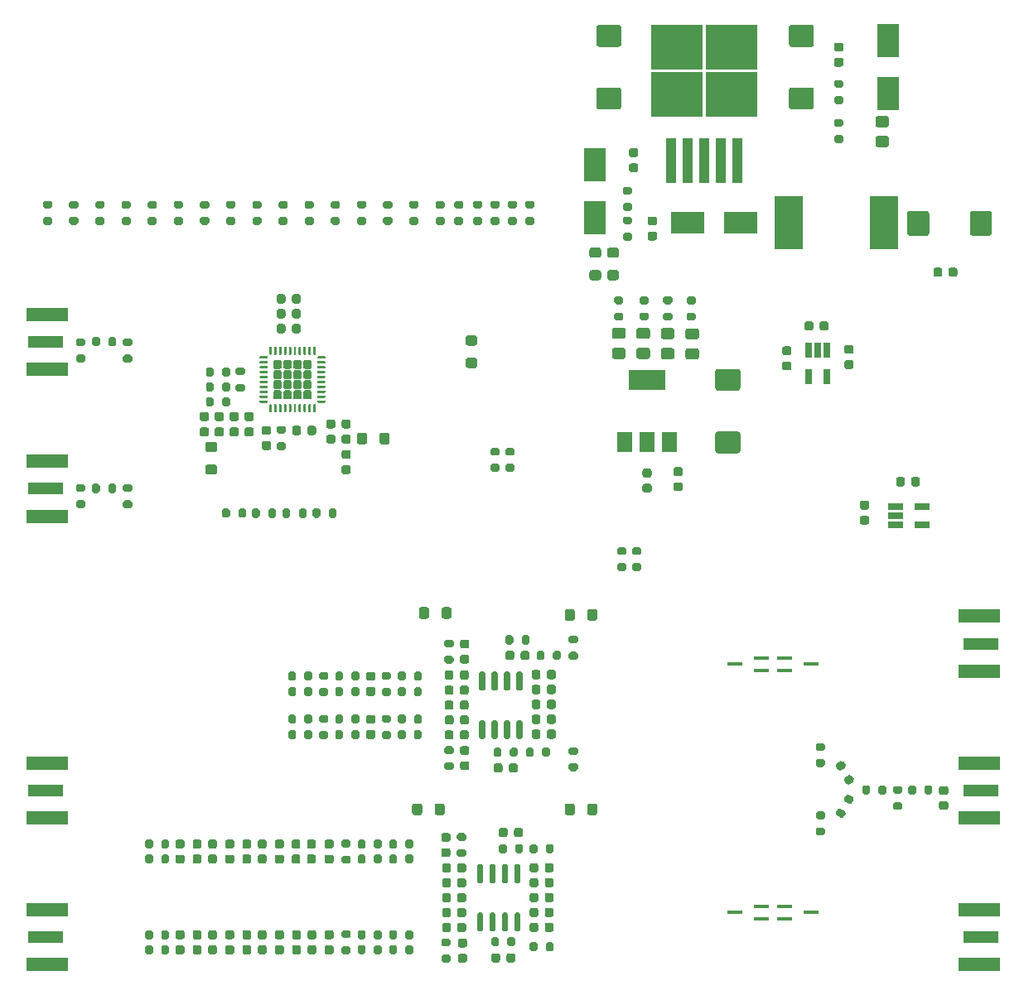
<source format=gbr>
%TF.GenerationSoftware,KiCad,Pcbnew,(5.1.8)-1*%
%TF.CreationDate,2020-12-11T02:40:48-05:00*%
%TF.ProjectId,iq_siggen,69715f73-6967-4676-956e-2e6b69636164,v01*%
%TF.SameCoordinates,Original*%
%TF.FileFunction,Paste,Top*%
%TF.FilePolarity,Positive*%
%FSLAX46Y46*%
G04 Gerber Fmt 4.6, Leading zero omitted, Abs format (unit mm)*
G04 Created by KiCad (PCBNEW (5.1.8)-1) date 2020-12-11 02:40:48*
%MOMM*%
%LPD*%
G01*
G04 APERTURE LIST*
%ADD10C,0.100000*%
%ADD11R,3.600000X1.270000*%
%ADD12R,4.200000X1.350000*%
%ADD13R,3.500000X2.300000*%
%ADD14R,2.900000X5.400000*%
%ADD15R,2.300000X3.500000*%
%ADD16R,1.500000X0.450000*%
%ADD17R,5.250000X4.550000*%
%ADD18R,1.100000X4.600000*%
%ADD19R,1.560000X0.650000*%
%ADD20R,0.650000X1.560000*%
%ADD21R,1.500000X2.000000*%
%ADD22R,3.800000X2.000000*%
G04 APERTURE END LIST*
%TO.C,R88*%
G36*
G01*
X81265000Y-101914000D02*
X81265000Y-101364000D01*
G75*
G02*
X81465000Y-101164000I200000J0D01*
G01*
X81865000Y-101164000D01*
G75*
G02*
X82065000Y-101364000I0J-200000D01*
G01*
X82065000Y-101914000D01*
G75*
G02*
X81865000Y-102114000I-200000J0D01*
G01*
X81465000Y-102114000D01*
G75*
G02*
X81265000Y-101914000I0J200000D01*
G01*
G37*
G36*
G01*
X79615000Y-101914000D02*
X79615000Y-101364000D01*
G75*
G02*
X79815000Y-101164000I200000J0D01*
G01*
X80215000Y-101164000D01*
G75*
G02*
X80415000Y-101364000I0J-200000D01*
G01*
X80415000Y-101914000D01*
G75*
G02*
X80215000Y-102114000I-200000J0D01*
G01*
X79815000Y-102114000D01*
G75*
G02*
X79615000Y-101914000I0J200000D01*
G01*
G37*
%TD*%
%TO.C,R70*%
G36*
G01*
X86875000Y-119525000D02*
X87425000Y-119525000D01*
G75*
G02*
X87625000Y-119725000I0J-200000D01*
G01*
X87625000Y-120125000D01*
G75*
G02*
X87425000Y-120325000I-200000J0D01*
G01*
X86875000Y-120325000D01*
G75*
G02*
X86675000Y-120125000I0J200000D01*
G01*
X86675000Y-119725000D01*
G75*
G02*
X86875000Y-119525000I200000J0D01*
G01*
G37*
G36*
G01*
X86875000Y-117875000D02*
X87425000Y-117875000D01*
G75*
G02*
X87625000Y-118075000I0J-200000D01*
G01*
X87625000Y-118475000D01*
G75*
G02*
X87425000Y-118675000I-200000J0D01*
G01*
X86875000Y-118675000D01*
G75*
G02*
X86675000Y-118475000I0J200000D01*
G01*
X86675000Y-118075000D01*
G75*
G02*
X86875000Y-117875000I200000J0D01*
G01*
G37*
%TD*%
%TO.C,R99*%
G36*
G01*
X93508000Y-145960000D02*
X92958000Y-145960000D01*
G75*
G02*
X92758000Y-145760000I0J200000D01*
G01*
X92758000Y-145360000D01*
G75*
G02*
X92958000Y-145160000I200000J0D01*
G01*
X93508000Y-145160000D01*
G75*
G02*
X93708000Y-145360000I0J-200000D01*
G01*
X93708000Y-145760000D01*
G75*
G02*
X93508000Y-145960000I-200000J0D01*
G01*
G37*
G36*
G01*
X93508000Y-147610000D02*
X92958000Y-147610000D01*
G75*
G02*
X92758000Y-147410000I0J200000D01*
G01*
X92758000Y-147010000D01*
G75*
G02*
X92958000Y-146810000I200000J0D01*
G01*
X93508000Y-146810000D01*
G75*
G02*
X93708000Y-147010000I0J-200000D01*
G01*
X93708000Y-147410000D01*
G75*
G02*
X93508000Y-147610000I-200000J0D01*
G01*
G37*
%TD*%
%TO.C,C6*%
G36*
G01*
X121021999Y-93286000D02*
X123072001Y-93286000D01*
G75*
G02*
X123322000Y-93535999I0J-249999D01*
G01*
X123322000Y-95286001D01*
G75*
G02*
X123072001Y-95536000I-249999J0D01*
G01*
X121021999Y-95536000D01*
G75*
G02*
X120772000Y-95286001I0J249999D01*
G01*
X120772000Y-93535999D01*
G75*
G02*
X121021999Y-93286000I249999J0D01*
G01*
G37*
G36*
G01*
X121021999Y-86886000D02*
X123072001Y-86886000D01*
G75*
G02*
X123322000Y-87135999I0J-249999D01*
G01*
X123322000Y-88886001D01*
G75*
G02*
X123072001Y-89136000I-249999J0D01*
G01*
X121021999Y-89136000D01*
G75*
G02*
X120772000Y-88886001I0J249999D01*
G01*
X120772000Y-87135999D01*
G75*
G02*
X121021999Y-86886000I249999J0D01*
G01*
G37*
%TD*%
%TO.C,C33*%
G36*
G01*
X146775000Y-73025001D02*
X146775000Y-70974999D01*
G75*
G02*
X147024999Y-70725000I249999J0D01*
G01*
X148775001Y-70725000D01*
G75*
G02*
X149025000Y-70974999I0J-249999D01*
G01*
X149025000Y-73025001D01*
G75*
G02*
X148775001Y-73275000I-249999J0D01*
G01*
X147024999Y-73275000D01*
G75*
G02*
X146775000Y-73025001I0J249999D01*
G01*
G37*
G36*
G01*
X140375000Y-73025001D02*
X140375000Y-70974999D01*
G75*
G02*
X140624999Y-70725000I249999J0D01*
G01*
X142375001Y-70725000D01*
G75*
G02*
X142625000Y-70974999I0J-249999D01*
G01*
X142625000Y-73025001D01*
G75*
G02*
X142375001Y-73275000I-249999J0D01*
G01*
X140624999Y-73275000D01*
G75*
G02*
X140375000Y-73025001I0J249999D01*
G01*
G37*
%TD*%
%TO.C,C31*%
G36*
G01*
X130595001Y-53945000D02*
X128544999Y-53945000D01*
G75*
G02*
X128295000Y-53695001I0J249999D01*
G01*
X128295000Y-51944999D01*
G75*
G02*
X128544999Y-51695000I249999J0D01*
G01*
X130595001Y-51695000D01*
G75*
G02*
X130845000Y-51944999I0J-249999D01*
G01*
X130845000Y-53695001D01*
G75*
G02*
X130595001Y-53945000I-249999J0D01*
G01*
G37*
G36*
G01*
X130595001Y-60345000D02*
X128544999Y-60345000D01*
G75*
G02*
X128295000Y-60095001I0J249999D01*
G01*
X128295000Y-58344999D01*
G75*
G02*
X128544999Y-58095000I249999J0D01*
G01*
X130595001Y-58095000D01*
G75*
G02*
X130845000Y-58344999I0J-249999D01*
G01*
X130845000Y-60095001D01*
G75*
G02*
X130595001Y-60345000I-249999J0D01*
G01*
G37*
%TD*%
%TO.C,C28*%
G36*
G01*
X110910001Y-53945000D02*
X108859999Y-53945000D01*
G75*
G02*
X108610000Y-53695001I0J249999D01*
G01*
X108610000Y-51944999D01*
G75*
G02*
X108859999Y-51695000I249999J0D01*
G01*
X110910001Y-51695000D01*
G75*
G02*
X111160000Y-51944999I0J-249999D01*
G01*
X111160000Y-53695001D01*
G75*
G02*
X110910001Y-53945000I-249999J0D01*
G01*
G37*
G36*
G01*
X110910001Y-60345000D02*
X108859999Y-60345000D01*
G75*
G02*
X108610000Y-60095001I0J249999D01*
G01*
X108610000Y-58344999D01*
G75*
G02*
X108859999Y-58095000I249999J0D01*
G01*
X110910001Y-58095000D01*
G75*
G02*
X111160000Y-58344999I0J-249999D01*
G01*
X111160000Y-60095001D01*
G75*
G02*
X110910001Y-60345000I-249999J0D01*
G01*
G37*
%TD*%
%TO.C,FB9*%
G36*
G01*
X109964999Y-76775000D02*
X110665001Y-76775000D01*
G75*
G02*
X110915000Y-77024999I0J-249999D01*
G01*
X110915000Y-77575001D01*
G75*
G02*
X110665001Y-77825000I-249999J0D01*
G01*
X109964999Y-77825000D01*
G75*
G02*
X109715000Y-77575001I0J249999D01*
G01*
X109715000Y-77024999D01*
G75*
G02*
X109964999Y-76775000I249999J0D01*
G01*
G37*
G36*
G01*
X109964999Y-74475000D02*
X110665001Y-74475000D01*
G75*
G02*
X110915000Y-74724999I0J-249999D01*
G01*
X110915000Y-75275001D01*
G75*
G02*
X110665001Y-75525000I-249999J0D01*
G01*
X109964999Y-75525000D01*
G75*
G02*
X109715000Y-75275001I0J249999D01*
G01*
X109715000Y-74724999D01*
G75*
G02*
X109964999Y-74475000I249999J0D01*
G01*
G37*
%TD*%
%TO.C,U6*%
G36*
G01*
X77434000Y-90560500D02*
X77434000Y-91260500D01*
G75*
G02*
X77371500Y-91323000I-62500J0D01*
G01*
X77246500Y-91323000D01*
G75*
G02*
X77184000Y-91260500I0J62500D01*
G01*
X77184000Y-90560500D01*
G75*
G02*
X77246500Y-90498000I62500J0D01*
G01*
X77371500Y-90498000D01*
G75*
G02*
X77434000Y-90560500I0J-62500D01*
G01*
G37*
G36*
G01*
X75934000Y-90560500D02*
X75934000Y-91260500D01*
G75*
G02*
X75871500Y-91323000I-62500J0D01*
G01*
X75746500Y-91323000D01*
G75*
G02*
X75684000Y-91260500I0J62500D01*
G01*
X75684000Y-90560500D01*
G75*
G02*
X75746500Y-90498000I62500J0D01*
G01*
X75871500Y-90498000D01*
G75*
G02*
X75934000Y-90560500I0J-62500D01*
G01*
G37*
G36*
G01*
X75034000Y-85660500D02*
X75034000Y-85785500D01*
G75*
G02*
X74971500Y-85848000I-62500J0D01*
G01*
X74271500Y-85848000D01*
G75*
G02*
X74209000Y-85785500I0J62500D01*
G01*
X74209000Y-85660500D01*
G75*
G02*
X74271500Y-85598000I62500J0D01*
G01*
X74971500Y-85598000D01*
G75*
G02*
X75034000Y-85660500I0J-62500D01*
G01*
G37*
G36*
G01*
X80909000Y-89660500D02*
X80909000Y-89785500D01*
G75*
G02*
X80846500Y-89848000I-62500J0D01*
G01*
X80146500Y-89848000D01*
G75*
G02*
X80084000Y-89785500I0J62500D01*
G01*
X80084000Y-89660500D01*
G75*
G02*
X80146500Y-89598000I62500J0D01*
G01*
X80846500Y-89598000D01*
G75*
G02*
X80909000Y-89660500I0J-62500D01*
G01*
G37*
G36*
G01*
X80909000Y-86660500D02*
X80909000Y-86785500D01*
G75*
G02*
X80846500Y-86848000I-62500J0D01*
G01*
X80146500Y-86848000D01*
G75*
G02*
X80084000Y-86785500I0J62500D01*
G01*
X80084000Y-86660500D01*
G75*
G02*
X80146500Y-86598000I62500J0D01*
G01*
X80846500Y-86598000D01*
G75*
G02*
X80909000Y-86660500I0J-62500D01*
G01*
G37*
G36*
G01*
X76934000Y-84685500D02*
X76934000Y-85385500D01*
G75*
G02*
X76871500Y-85448000I-62500J0D01*
G01*
X76746500Y-85448000D01*
G75*
G02*
X76684000Y-85385500I0J62500D01*
G01*
X76684000Y-84685500D01*
G75*
G02*
X76746500Y-84623000I62500J0D01*
G01*
X76871500Y-84623000D01*
G75*
G02*
X76934000Y-84685500I0J-62500D01*
G01*
G37*
G36*
G01*
X76434000Y-90560500D02*
X76434000Y-91260500D01*
G75*
G02*
X76371500Y-91323000I-62500J0D01*
G01*
X76246500Y-91323000D01*
G75*
G02*
X76184000Y-91260500I0J62500D01*
G01*
X76184000Y-90560500D01*
G75*
G02*
X76246500Y-90498000I62500J0D01*
G01*
X76371500Y-90498000D01*
G75*
G02*
X76434000Y-90560500I0J-62500D01*
G01*
G37*
G36*
G01*
X75034000Y-87660500D02*
X75034000Y-87785500D01*
G75*
G02*
X74971500Y-87848000I-62500J0D01*
G01*
X74271500Y-87848000D01*
G75*
G02*
X74209000Y-87785500I0J62500D01*
G01*
X74209000Y-87660500D01*
G75*
G02*
X74271500Y-87598000I62500J0D01*
G01*
X74971500Y-87598000D01*
G75*
G02*
X75034000Y-87660500I0J-62500D01*
G01*
G37*
G36*
G01*
X78434000Y-84685500D02*
X78434000Y-85385500D01*
G75*
G02*
X78371500Y-85448000I-62500J0D01*
G01*
X78246500Y-85448000D01*
G75*
G02*
X78184000Y-85385500I0J62500D01*
G01*
X78184000Y-84685500D01*
G75*
G02*
X78246500Y-84623000I62500J0D01*
G01*
X78371500Y-84623000D01*
G75*
G02*
X78434000Y-84685500I0J-62500D01*
G01*
G37*
G36*
G01*
X75034000Y-86160500D02*
X75034000Y-86285500D01*
G75*
G02*
X74971500Y-86348000I-62500J0D01*
G01*
X74271500Y-86348000D01*
G75*
G02*
X74209000Y-86285500I0J62500D01*
G01*
X74209000Y-86160500D01*
G75*
G02*
X74271500Y-86098000I62500J0D01*
G01*
X74971500Y-86098000D01*
G75*
G02*
X75034000Y-86160500I0J-62500D01*
G01*
G37*
G36*
G01*
X75034000Y-88660500D02*
X75034000Y-88785500D01*
G75*
G02*
X74971500Y-88848000I-62500J0D01*
G01*
X74271500Y-88848000D01*
G75*
G02*
X74209000Y-88785500I0J62500D01*
G01*
X74209000Y-88660500D01*
G75*
G02*
X74271500Y-88598000I62500J0D01*
G01*
X74971500Y-88598000D01*
G75*
G02*
X75034000Y-88660500I0J-62500D01*
G01*
G37*
G36*
G01*
X75434000Y-84685500D02*
X75434000Y-85385500D01*
G75*
G02*
X75371500Y-85448000I-62500J0D01*
G01*
X75246500Y-85448000D01*
G75*
G02*
X75184000Y-85385500I0J62500D01*
G01*
X75184000Y-84685500D01*
G75*
G02*
X75246500Y-84623000I62500J0D01*
G01*
X75371500Y-84623000D01*
G75*
G02*
X75434000Y-84685500I0J-62500D01*
G01*
G37*
G36*
G01*
X75434000Y-90560500D02*
X75434000Y-91260500D01*
G75*
G02*
X75371500Y-91323000I-62500J0D01*
G01*
X75246500Y-91323000D01*
G75*
G02*
X75184000Y-91260500I0J62500D01*
G01*
X75184000Y-90560500D01*
G75*
G02*
X75246500Y-90498000I62500J0D01*
G01*
X75371500Y-90498000D01*
G75*
G02*
X75434000Y-90560500I0J-62500D01*
G01*
G37*
G36*
G01*
X79434000Y-84685500D02*
X79434000Y-85385500D01*
G75*
G02*
X79371500Y-85448000I-62500J0D01*
G01*
X79246500Y-85448000D01*
G75*
G02*
X79184000Y-85385500I0J62500D01*
G01*
X79184000Y-84685500D01*
G75*
G02*
X79246500Y-84623000I62500J0D01*
G01*
X79371500Y-84623000D01*
G75*
G02*
X79434000Y-84685500I0J-62500D01*
G01*
G37*
G36*
G01*
X78934000Y-90560500D02*
X78934000Y-91260500D01*
G75*
G02*
X78871500Y-91323000I-62500J0D01*
G01*
X78746500Y-91323000D01*
G75*
G02*
X78684000Y-91260500I0J62500D01*
G01*
X78684000Y-90560500D01*
G75*
G02*
X78746500Y-90498000I62500J0D01*
G01*
X78871500Y-90498000D01*
G75*
G02*
X78934000Y-90560500I0J-62500D01*
G01*
G37*
G36*
G01*
X80909000Y-90160500D02*
X80909000Y-90285500D01*
G75*
G02*
X80846500Y-90348000I-62500J0D01*
G01*
X80146500Y-90348000D01*
G75*
G02*
X80084000Y-90285500I0J62500D01*
G01*
X80084000Y-90160500D01*
G75*
G02*
X80146500Y-90098000I62500J0D01*
G01*
X80846500Y-90098000D01*
G75*
G02*
X80909000Y-90160500I0J-62500D01*
G01*
G37*
G36*
G01*
X80909000Y-87660500D02*
X80909000Y-87785500D01*
G75*
G02*
X80846500Y-87848000I-62500J0D01*
G01*
X80146500Y-87848000D01*
G75*
G02*
X80084000Y-87785500I0J62500D01*
G01*
X80084000Y-87660500D01*
G75*
G02*
X80146500Y-87598000I62500J0D01*
G01*
X80846500Y-87598000D01*
G75*
G02*
X80909000Y-87660500I0J-62500D01*
G01*
G37*
G36*
G01*
X75034000Y-87160500D02*
X75034000Y-87285500D01*
G75*
G02*
X74971500Y-87348000I-62500J0D01*
G01*
X74271500Y-87348000D01*
G75*
G02*
X74209000Y-87285500I0J62500D01*
G01*
X74209000Y-87160500D01*
G75*
G02*
X74271500Y-87098000I62500J0D01*
G01*
X74971500Y-87098000D01*
G75*
G02*
X75034000Y-87160500I0J-62500D01*
G01*
G37*
G36*
G01*
X77934000Y-84685500D02*
X77934000Y-85385500D01*
G75*
G02*
X77871500Y-85448000I-62500J0D01*
G01*
X77746500Y-85448000D01*
G75*
G02*
X77684000Y-85385500I0J62500D01*
G01*
X77684000Y-84685500D01*
G75*
G02*
X77746500Y-84623000I62500J0D01*
G01*
X77871500Y-84623000D01*
G75*
G02*
X77934000Y-84685500I0J-62500D01*
G01*
G37*
G36*
G01*
X77934000Y-90560500D02*
X77934000Y-91260500D01*
G75*
G02*
X77871500Y-91323000I-62500J0D01*
G01*
X77746500Y-91323000D01*
G75*
G02*
X77684000Y-91260500I0J62500D01*
G01*
X77684000Y-90560500D01*
G75*
G02*
X77746500Y-90498000I62500J0D01*
G01*
X77871500Y-90498000D01*
G75*
G02*
X77934000Y-90560500I0J-62500D01*
G01*
G37*
G36*
G01*
X80909000Y-85660500D02*
X80909000Y-85785500D01*
G75*
G02*
X80846500Y-85848000I-62500J0D01*
G01*
X80146500Y-85848000D01*
G75*
G02*
X80084000Y-85785500I0J62500D01*
G01*
X80084000Y-85660500D01*
G75*
G02*
X80146500Y-85598000I62500J0D01*
G01*
X80846500Y-85598000D01*
G75*
G02*
X80909000Y-85660500I0J-62500D01*
G01*
G37*
G36*
G01*
X78434000Y-90560500D02*
X78434000Y-91260500D01*
G75*
G02*
X78371500Y-91323000I-62500J0D01*
G01*
X78246500Y-91323000D01*
G75*
G02*
X78184000Y-91260500I0J62500D01*
G01*
X78184000Y-90560500D01*
G75*
G02*
X78246500Y-90498000I62500J0D01*
G01*
X78371500Y-90498000D01*
G75*
G02*
X78434000Y-90560500I0J-62500D01*
G01*
G37*
G36*
G01*
X80909000Y-88160500D02*
X80909000Y-88285500D01*
G75*
G02*
X80846500Y-88348000I-62500J0D01*
G01*
X80146500Y-88348000D01*
G75*
G02*
X80084000Y-88285500I0J62500D01*
G01*
X80084000Y-88160500D01*
G75*
G02*
X80146500Y-88098000I62500J0D01*
G01*
X80846500Y-88098000D01*
G75*
G02*
X80909000Y-88160500I0J-62500D01*
G01*
G37*
G36*
G01*
X76434000Y-84685500D02*
X76434000Y-85385500D01*
G75*
G02*
X76371500Y-85448000I-62500J0D01*
G01*
X76246500Y-85448000D01*
G75*
G02*
X76184000Y-85385500I0J62500D01*
G01*
X76184000Y-84685500D01*
G75*
G02*
X76246500Y-84623000I62500J0D01*
G01*
X76371500Y-84623000D01*
G75*
G02*
X76434000Y-84685500I0J-62500D01*
G01*
G37*
G36*
G01*
X78934000Y-84685500D02*
X78934000Y-85385500D01*
G75*
G02*
X78871500Y-85448000I-62500J0D01*
G01*
X78746500Y-85448000D01*
G75*
G02*
X78684000Y-85385500I0J62500D01*
G01*
X78684000Y-84685500D01*
G75*
G02*
X78746500Y-84623000I62500J0D01*
G01*
X78871500Y-84623000D01*
G75*
G02*
X78934000Y-84685500I0J-62500D01*
G01*
G37*
G36*
G01*
X79934000Y-84685500D02*
X79934000Y-85385500D01*
G75*
G02*
X79871500Y-85448000I-62500J0D01*
G01*
X79746500Y-85448000D01*
G75*
G02*
X79684000Y-85385500I0J62500D01*
G01*
X79684000Y-84685500D01*
G75*
G02*
X79746500Y-84623000I62500J0D01*
G01*
X79871500Y-84623000D01*
G75*
G02*
X79934000Y-84685500I0J-62500D01*
G01*
G37*
G36*
G01*
X80909000Y-86160500D02*
X80909000Y-86285500D01*
G75*
G02*
X80846500Y-86348000I-62500J0D01*
G01*
X80146500Y-86348000D01*
G75*
G02*
X80084000Y-86285500I0J62500D01*
G01*
X80084000Y-86160500D01*
G75*
G02*
X80146500Y-86098000I62500J0D01*
G01*
X80846500Y-86098000D01*
G75*
G02*
X80909000Y-86160500I0J-62500D01*
G01*
G37*
G36*
G01*
X75034000Y-89160500D02*
X75034000Y-89285500D01*
G75*
G02*
X74971500Y-89348000I-62500J0D01*
G01*
X74271500Y-89348000D01*
G75*
G02*
X74209000Y-89285500I0J62500D01*
G01*
X74209000Y-89160500D01*
G75*
G02*
X74271500Y-89098000I62500J0D01*
G01*
X74971500Y-89098000D01*
G75*
G02*
X75034000Y-89160500I0J-62500D01*
G01*
G37*
G36*
G01*
X75034000Y-90160500D02*
X75034000Y-90285500D01*
G75*
G02*
X74971500Y-90348000I-62500J0D01*
G01*
X74271500Y-90348000D01*
G75*
G02*
X74209000Y-90285500I0J62500D01*
G01*
X74209000Y-90160500D01*
G75*
G02*
X74271500Y-90098000I62500J0D01*
G01*
X74971500Y-90098000D01*
G75*
G02*
X75034000Y-90160500I0J-62500D01*
G01*
G37*
G36*
G01*
X76934000Y-90560500D02*
X76934000Y-91260500D01*
G75*
G02*
X76871500Y-91323000I-62500J0D01*
G01*
X76746500Y-91323000D01*
G75*
G02*
X76684000Y-91260500I0J62500D01*
G01*
X76684000Y-90560500D01*
G75*
G02*
X76746500Y-90498000I62500J0D01*
G01*
X76871500Y-90498000D01*
G75*
G02*
X76934000Y-90560500I0J-62500D01*
G01*
G37*
G36*
G01*
X79434000Y-90560500D02*
X79434000Y-91260500D01*
G75*
G02*
X79371500Y-91323000I-62500J0D01*
G01*
X79246500Y-91323000D01*
G75*
G02*
X79184000Y-91260500I0J62500D01*
G01*
X79184000Y-90560500D01*
G75*
G02*
X79246500Y-90498000I62500J0D01*
G01*
X79371500Y-90498000D01*
G75*
G02*
X79434000Y-90560500I0J-62500D01*
G01*
G37*
G36*
G01*
X80909000Y-89160500D02*
X80909000Y-89285500D01*
G75*
G02*
X80846500Y-89348000I-62500J0D01*
G01*
X80146500Y-89348000D01*
G75*
G02*
X80084000Y-89285500I0J62500D01*
G01*
X80084000Y-89160500D01*
G75*
G02*
X80146500Y-89098000I62500J0D01*
G01*
X80846500Y-89098000D01*
G75*
G02*
X80909000Y-89160500I0J-62500D01*
G01*
G37*
G36*
G01*
X75034000Y-89660500D02*
X75034000Y-89785500D01*
G75*
G02*
X74971500Y-89848000I-62500J0D01*
G01*
X74271500Y-89848000D01*
G75*
G02*
X74209000Y-89785500I0J62500D01*
G01*
X74209000Y-89660500D01*
G75*
G02*
X74271500Y-89598000I62500J0D01*
G01*
X74971500Y-89598000D01*
G75*
G02*
X75034000Y-89660500I0J-62500D01*
G01*
G37*
G36*
G01*
X75034000Y-86660500D02*
X75034000Y-86785500D01*
G75*
G02*
X74971500Y-86848000I-62500J0D01*
G01*
X74271500Y-86848000D01*
G75*
G02*
X74209000Y-86785500I0J62500D01*
G01*
X74209000Y-86660500D01*
G75*
G02*
X74271500Y-86598000I62500J0D01*
G01*
X74971500Y-86598000D01*
G75*
G02*
X75034000Y-86660500I0J-62500D01*
G01*
G37*
G36*
G01*
X80909000Y-87160500D02*
X80909000Y-87285500D01*
G75*
G02*
X80846500Y-87348000I-62500J0D01*
G01*
X80146500Y-87348000D01*
G75*
G02*
X80084000Y-87285500I0J62500D01*
G01*
X80084000Y-87160500D01*
G75*
G02*
X80146500Y-87098000I62500J0D01*
G01*
X80846500Y-87098000D01*
G75*
G02*
X80909000Y-87160500I0J-62500D01*
G01*
G37*
G36*
G01*
X75034000Y-88160500D02*
X75034000Y-88285500D01*
G75*
G02*
X74971500Y-88348000I-62500J0D01*
G01*
X74271500Y-88348000D01*
G75*
G02*
X74209000Y-88285500I0J62500D01*
G01*
X74209000Y-88160500D01*
G75*
G02*
X74271500Y-88098000I62500J0D01*
G01*
X74971500Y-88098000D01*
G75*
G02*
X75034000Y-88160500I0J-62500D01*
G01*
G37*
G36*
G01*
X80909000Y-88660500D02*
X80909000Y-88785500D01*
G75*
G02*
X80846500Y-88848000I-62500J0D01*
G01*
X80146500Y-88848000D01*
G75*
G02*
X80084000Y-88785500I0J62500D01*
G01*
X80084000Y-88660500D01*
G75*
G02*
X80146500Y-88598000I62500J0D01*
G01*
X80846500Y-88598000D01*
G75*
G02*
X80909000Y-88660500I0J-62500D01*
G01*
G37*
G36*
G01*
X79934000Y-90560500D02*
X79934000Y-91260500D01*
G75*
G02*
X79871500Y-91323000I-62500J0D01*
G01*
X79746500Y-91323000D01*
G75*
G02*
X79684000Y-91260500I0J62500D01*
G01*
X79684000Y-90560500D01*
G75*
G02*
X79746500Y-90498000I62500J0D01*
G01*
X79871500Y-90498000D01*
G75*
G02*
X79934000Y-90560500I0J-62500D01*
G01*
G37*
G36*
G01*
X75934000Y-84685500D02*
X75934000Y-85385500D01*
G75*
G02*
X75871500Y-85448000I-62500J0D01*
G01*
X75746500Y-85448000D01*
G75*
G02*
X75684000Y-85385500I0J62500D01*
G01*
X75684000Y-84685500D01*
G75*
G02*
X75746500Y-84623000I62500J0D01*
G01*
X75871500Y-84623000D01*
G75*
G02*
X75934000Y-84685500I0J-62500D01*
G01*
G37*
G36*
G01*
X77434000Y-84685500D02*
X77434000Y-85385500D01*
G75*
G02*
X77371500Y-85448000I-62500J0D01*
G01*
X77246500Y-85448000D01*
G75*
G02*
X77184000Y-85385500I0J62500D01*
G01*
X77184000Y-84685500D01*
G75*
G02*
X77246500Y-84623000I62500J0D01*
G01*
X77371500Y-84623000D01*
G75*
G02*
X77434000Y-84685500I0J-62500D01*
G01*
G37*
D10*
G36*
X78822765Y-86878874D02*
G01*
X78803050Y-86872893D01*
X78784880Y-86863181D01*
X78768954Y-86850111D01*
X78681889Y-86763046D01*
X78668819Y-86747120D01*
X78659107Y-86728950D01*
X78653126Y-86709235D01*
X78651107Y-86688732D01*
X78651107Y-86182268D01*
X78653126Y-86161765D01*
X78659107Y-86142050D01*
X78668819Y-86123880D01*
X78681889Y-86107954D01*
X78768954Y-86020889D01*
X78784880Y-86007819D01*
X78803050Y-85998107D01*
X78822765Y-85992126D01*
X78843268Y-85990107D01*
X79349732Y-85990107D01*
X79370235Y-85992126D01*
X79389950Y-85998107D01*
X79408120Y-86007819D01*
X79424046Y-86020889D01*
X79511111Y-86107954D01*
X79524181Y-86123880D01*
X79533893Y-86142050D01*
X79539874Y-86161765D01*
X79541893Y-86182268D01*
X79541893Y-86688732D01*
X79539874Y-86709235D01*
X79533893Y-86728950D01*
X79524181Y-86747120D01*
X79511111Y-86763046D01*
X79424046Y-86850111D01*
X79408120Y-86863181D01*
X79389950Y-86872893D01*
X79370235Y-86878874D01*
X79349732Y-86880893D01*
X78843268Y-86880893D01*
X78822765Y-86878874D01*
G37*
G36*
X76772765Y-88928874D02*
G01*
X76753050Y-88922893D01*
X76734880Y-88913181D01*
X76718954Y-88900111D01*
X76631889Y-88813046D01*
X76618819Y-88797120D01*
X76609107Y-88778950D01*
X76603126Y-88759235D01*
X76601107Y-88738732D01*
X76601107Y-88232268D01*
X76603126Y-88211765D01*
X76609107Y-88192050D01*
X76618819Y-88173880D01*
X76631889Y-88157954D01*
X76718954Y-88070889D01*
X76734880Y-88057819D01*
X76753050Y-88048107D01*
X76772765Y-88042126D01*
X76793268Y-88040107D01*
X77299732Y-88040107D01*
X77320235Y-88042126D01*
X77339950Y-88048107D01*
X77358120Y-88057819D01*
X77374046Y-88070889D01*
X77461111Y-88157954D01*
X77474181Y-88173880D01*
X77483893Y-88192050D01*
X77489874Y-88211765D01*
X77491893Y-88232268D01*
X77491893Y-88738732D01*
X77489874Y-88759235D01*
X77483893Y-88778950D01*
X77474181Y-88797120D01*
X77461111Y-88813046D01*
X77374046Y-88900111D01*
X77358120Y-88913181D01*
X77339950Y-88922893D01*
X77320235Y-88928874D01*
X77299732Y-88930893D01*
X76793268Y-88930893D01*
X76772765Y-88928874D01*
G37*
G36*
X75747765Y-87903874D02*
G01*
X75728050Y-87897893D01*
X75709880Y-87888181D01*
X75693954Y-87875111D01*
X75606889Y-87788046D01*
X75593819Y-87772120D01*
X75584107Y-87753950D01*
X75578126Y-87734235D01*
X75576107Y-87713732D01*
X75576107Y-87207268D01*
X75578126Y-87186765D01*
X75584107Y-87167050D01*
X75593819Y-87148880D01*
X75606889Y-87132954D01*
X75693954Y-87045889D01*
X75709880Y-87032819D01*
X75728050Y-87023107D01*
X75747765Y-87017126D01*
X75768268Y-87015107D01*
X76274732Y-87015107D01*
X76295235Y-87017126D01*
X76314950Y-87023107D01*
X76333120Y-87032819D01*
X76349046Y-87045889D01*
X76436111Y-87132954D01*
X76449181Y-87148880D01*
X76458893Y-87167050D01*
X76464874Y-87186765D01*
X76466893Y-87207268D01*
X76466893Y-87713732D01*
X76464874Y-87734235D01*
X76458893Y-87753950D01*
X76449181Y-87772120D01*
X76436111Y-87788046D01*
X76349046Y-87875111D01*
X76333120Y-87888181D01*
X76314950Y-87897893D01*
X76295235Y-87903874D01*
X76274732Y-87905893D01*
X75768268Y-87905893D01*
X75747765Y-87903874D01*
G37*
G36*
X78822765Y-89953874D02*
G01*
X78803050Y-89947893D01*
X78784880Y-89938181D01*
X78768954Y-89925111D01*
X78681889Y-89838046D01*
X78668819Y-89822120D01*
X78659107Y-89803950D01*
X78653126Y-89784235D01*
X78651107Y-89763732D01*
X78651107Y-89257268D01*
X78653126Y-89236765D01*
X78659107Y-89217050D01*
X78668819Y-89198880D01*
X78681889Y-89182954D01*
X78768954Y-89095889D01*
X78784880Y-89082819D01*
X78803050Y-89073107D01*
X78822765Y-89067126D01*
X78843268Y-89065107D01*
X79349732Y-89065107D01*
X79370235Y-89067126D01*
X79389950Y-89073107D01*
X79408120Y-89082819D01*
X79424046Y-89095889D01*
X79511111Y-89182954D01*
X79524181Y-89198880D01*
X79533893Y-89217050D01*
X79539874Y-89236765D01*
X79541893Y-89257268D01*
X79541893Y-89763732D01*
X79539874Y-89784235D01*
X79533893Y-89803950D01*
X79524181Y-89822120D01*
X79511111Y-89838046D01*
X79424046Y-89925111D01*
X79408120Y-89938181D01*
X79389950Y-89947893D01*
X79370235Y-89953874D01*
X79349732Y-89955893D01*
X78843268Y-89955893D01*
X78822765Y-89953874D01*
G37*
G36*
X78822765Y-88928874D02*
G01*
X78803050Y-88922893D01*
X78784880Y-88913181D01*
X78768954Y-88900111D01*
X78681889Y-88813046D01*
X78668819Y-88797120D01*
X78659107Y-88778950D01*
X78653126Y-88759235D01*
X78651107Y-88738732D01*
X78651107Y-88232268D01*
X78653126Y-88211765D01*
X78659107Y-88192050D01*
X78668819Y-88173880D01*
X78681889Y-88157954D01*
X78768954Y-88070889D01*
X78784880Y-88057819D01*
X78803050Y-88048107D01*
X78822765Y-88042126D01*
X78843268Y-88040107D01*
X79349732Y-88040107D01*
X79370235Y-88042126D01*
X79389950Y-88048107D01*
X79408120Y-88057819D01*
X79424046Y-88070889D01*
X79511111Y-88157954D01*
X79524181Y-88173880D01*
X79533893Y-88192050D01*
X79539874Y-88211765D01*
X79541893Y-88232268D01*
X79541893Y-88738732D01*
X79539874Y-88759235D01*
X79533893Y-88778950D01*
X79524181Y-88797120D01*
X79511111Y-88813046D01*
X79424046Y-88900111D01*
X79408120Y-88913181D01*
X79389950Y-88922893D01*
X79370235Y-88928874D01*
X79349732Y-88930893D01*
X78843268Y-88930893D01*
X78822765Y-88928874D01*
G37*
G36*
X78822765Y-87903874D02*
G01*
X78803050Y-87897893D01*
X78784880Y-87888181D01*
X78768954Y-87875111D01*
X78681889Y-87788046D01*
X78668819Y-87772120D01*
X78659107Y-87753950D01*
X78653126Y-87734235D01*
X78651107Y-87713732D01*
X78651107Y-87207268D01*
X78653126Y-87186765D01*
X78659107Y-87167050D01*
X78668819Y-87148880D01*
X78681889Y-87132954D01*
X78768954Y-87045889D01*
X78784880Y-87032819D01*
X78803050Y-87023107D01*
X78822765Y-87017126D01*
X78843268Y-87015107D01*
X79349732Y-87015107D01*
X79370235Y-87017126D01*
X79389950Y-87023107D01*
X79408120Y-87032819D01*
X79424046Y-87045889D01*
X79511111Y-87132954D01*
X79524181Y-87148880D01*
X79533893Y-87167050D01*
X79539874Y-87186765D01*
X79541893Y-87207268D01*
X79541893Y-87713732D01*
X79539874Y-87734235D01*
X79533893Y-87753950D01*
X79524181Y-87772120D01*
X79511111Y-87788046D01*
X79424046Y-87875111D01*
X79408120Y-87888181D01*
X79389950Y-87897893D01*
X79370235Y-87903874D01*
X79349732Y-87905893D01*
X78843268Y-87905893D01*
X78822765Y-87903874D01*
G37*
G36*
X77797765Y-89953874D02*
G01*
X77778050Y-89947893D01*
X77759880Y-89938181D01*
X77743954Y-89925111D01*
X77656889Y-89838046D01*
X77643819Y-89822120D01*
X77634107Y-89803950D01*
X77628126Y-89784235D01*
X77626107Y-89763732D01*
X77626107Y-89257268D01*
X77628126Y-89236765D01*
X77634107Y-89217050D01*
X77643819Y-89198880D01*
X77656889Y-89182954D01*
X77743954Y-89095889D01*
X77759880Y-89082819D01*
X77778050Y-89073107D01*
X77797765Y-89067126D01*
X77818268Y-89065107D01*
X78324732Y-89065107D01*
X78345235Y-89067126D01*
X78364950Y-89073107D01*
X78383120Y-89082819D01*
X78399046Y-89095889D01*
X78486111Y-89182954D01*
X78499181Y-89198880D01*
X78508893Y-89217050D01*
X78514874Y-89236765D01*
X78516893Y-89257268D01*
X78516893Y-89763732D01*
X78514874Y-89784235D01*
X78508893Y-89803950D01*
X78499181Y-89822120D01*
X78486111Y-89838046D01*
X78399046Y-89925111D01*
X78383120Y-89938181D01*
X78364950Y-89947893D01*
X78345235Y-89953874D01*
X78324732Y-89955893D01*
X77818268Y-89955893D01*
X77797765Y-89953874D01*
G37*
G36*
X76772765Y-89953874D02*
G01*
X76753050Y-89947893D01*
X76734880Y-89938181D01*
X76718954Y-89925111D01*
X76631889Y-89838046D01*
X76618819Y-89822120D01*
X76609107Y-89803950D01*
X76603126Y-89784235D01*
X76601107Y-89763732D01*
X76601107Y-89257268D01*
X76603126Y-89236765D01*
X76609107Y-89217050D01*
X76618819Y-89198880D01*
X76631889Y-89182954D01*
X76718954Y-89095889D01*
X76734880Y-89082819D01*
X76753050Y-89073107D01*
X76772765Y-89067126D01*
X76793268Y-89065107D01*
X77299732Y-89065107D01*
X77320235Y-89067126D01*
X77339950Y-89073107D01*
X77358120Y-89082819D01*
X77374046Y-89095889D01*
X77461111Y-89182954D01*
X77474181Y-89198880D01*
X77483893Y-89217050D01*
X77489874Y-89236765D01*
X77491893Y-89257268D01*
X77491893Y-89763732D01*
X77489874Y-89784235D01*
X77483893Y-89803950D01*
X77474181Y-89822120D01*
X77461111Y-89838046D01*
X77374046Y-89925111D01*
X77358120Y-89938181D01*
X77339950Y-89947893D01*
X77320235Y-89953874D01*
X77299732Y-89955893D01*
X76793268Y-89955893D01*
X76772765Y-89953874D01*
G37*
G36*
X75747765Y-89953874D02*
G01*
X75728050Y-89947893D01*
X75709880Y-89938181D01*
X75693954Y-89925111D01*
X75606889Y-89838046D01*
X75593819Y-89822120D01*
X75584107Y-89803950D01*
X75578126Y-89784235D01*
X75576107Y-89763732D01*
X75576107Y-89257268D01*
X75578126Y-89236765D01*
X75584107Y-89217050D01*
X75593819Y-89198880D01*
X75606889Y-89182954D01*
X75693954Y-89095889D01*
X75709880Y-89082819D01*
X75728050Y-89073107D01*
X75747765Y-89067126D01*
X75768268Y-89065107D01*
X76274732Y-89065107D01*
X76295235Y-89067126D01*
X76314950Y-89073107D01*
X76333120Y-89082819D01*
X76349046Y-89095889D01*
X76436111Y-89182954D01*
X76449181Y-89198880D01*
X76458893Y-89217050D01*
X76464874Y-89236765D01*
X76466893Y-89257268D01*
X76466893Y-89763732D01*
X76464874Y-89784235D01*
X76458893Y-89803950D01*
X76449181Y-89822120D01*
X76436111Y-89838046D01*
X76349046Y-89925111D01*
X76333120Y-89938181D01*
X76314950Y-89947893D01*
X76295235Y-89953874D01*
X76274732Y-89955893D01*
X75768268Y-89955893D01*
X75747765Y-89953874D01*
G37*
G36*
X75747765Y-86878874D02*
G01*
X75728050Y-86872893D01*
X75709880Y-86863181D01*
X75693954Y-86850111D01*
X75606889Y-86763046D01*
X75593819Y-86747120D01*
X75584107Y-86728950D01*
X75578126Y-86709235D01*
X75576107Y-86688732D01*
X75576107Y-86182268D01*
X75578126Y-86161765D01*
X75584107Y-86142050D01*
X75593819Y-86123880D01*
X75606889Y-86107954D01*
X75693954Y-86020889D01*
X75709880Y-86007819D01*
X75728050Y-85998107D01*
X75747765Y-85992126D01*
X75768268Y-85990107D01*
X76274732Y-85990107D01*
X76295235Y-85992126D01*
X76314950Y-85998107D01*
X76333120Y-86007819D01*
X76349046Y-86020889D01*
X76436111Y-86107954D01*
X76449181Y-86123880D01*
X76458893Y-86142050D01*
X76464874Y-86161765D01*
X76466893Y-86182268D01*
X76466893Y-86688732D01*
X76464874Y-86709235D01*
X76458893Y-86728950D01*
X76449181Y-86747120D01*
X76436111Y-86763046D01*
X76349046Y-86850111D01*
X76333120Y-86863181D01*
X76314950Y-86872893D01*
X76295235Y-86878874D01*
X76274732Y-86880893D01*
X75768268Y-86880893D01*
X75747765Y-86878874D01*
G37*
G36*
X77797765Y-87903874D02*
G01*
X77778050Y-87897893D01*
X77759880Y-87888181D01*
X77743954Y-87875111D01*
X77656889Y-87788046D01*
X77643819Y-87772120D01*
X77634107Y-87753950D01*
X77628126Y-87734235D01*
X77626107Y-87713732D01*
X77626107Y-87207268D01*
X77628126Y-87186765D01*
X77634107Y-87167050D01*
X77643819Y-87148880D01*
X77656889Y-87132954D01*
X77743954Y-87045889D01*
X77759880Y-87032819D01*
X77778050Y-87023107D01*
X77797765Y-87017126D01*
X77818268Y-87015107D01*
X78324732Y-87015107D01*
X78345235Y-87017126D01*
X78364950Y-87023107D01*
X78383120Y-87032819D01*
X78399046Y-87045889D01*
X78486111Y-87132954D01*
X78499181Y-87148880D01*
X78508893Y-87167050D01*
X78514874Y-87186765D01*
X78516893Y-87207268D01*
X78516893Y-87713732D01*
X78514874Y-87734235D01*
X78508893Y-87753950D01*
X78499181Y-87772120D01*
X78486111Y-87788046D01*
X78399046Y-87875111D01*
X78383120Y-87888181D01*
X78364950Y-87897893D01*
X78345235Y-87903874D01*
X78324732Y-87905893D01*
X77818268Y-87905893D01*
X77797765Y-87903874D01*
G37*
G36*
X75747765Y-88928874D02*
G01*
X75728050Y-88922893D01*
X75709880Y-88913181D01*
X75693954Y-88900111D01*
X75606889Y-88813046D01*
X75593819Y-88797120D01*
X75584107Y-88778950D01*
X75578126Y-88759235D01*
X75576107Y-88738732D01*
X75576107Y-88232268D01*
X75578126Y-88211765D01*
X75584107Y-88192050D01*
X75593819Y-88173880D01*
X75606889Y-88157954D01*
X75693954Y-88070889D01*
X75709880Y-88057819D01*
X75728050Y-88048107D01*
X75747765Y-88042126D01*
X75768268Y-88040107D01*
X76274732Y-88040107D01*
X76295235Y-88042126D01*
X76314950Y-88048107D01*
X76333120Y-88057819D01*
X76349046Y-88070889D01*
X76436111Y-88157954D01*
X76449181Y-88173880D01*
X76458893Y-88192050D01*
X76464874Y-88211765D01*
X76466893Y-88232268D01*
X76466893Y-88738732D01*
X76464874Y-88759235D01*
X76458893Y-88778950D01*
X76449181Y-88797120D01*
X76436111Y-88813046D01*
X76349046Y-88900111D01*
X76333120Y-88913181D01*
X76314950Y-88922893D01*
X76295235Y-88928874D01*
X76274732Y-88930893D01*
X75768268Y-88930893D01*
X75747765Y-88928874D01*
G37*
G36*
X77797765Y-88928874D02*
G01*
X77778050Y-88922893D01*
X77759880Y-88913181D01*
X77743954Y-88900111D01*
X77656889Y-88813046D01*
X77643819Y-88797120D01*
X77634107Y-88778950D01*
X77628126Y-88759235D01*
X77626107Y-88738732D01*
X77626107Y-88232268D01*
X77628126Y-88211765D01*
X77634107Y-88192050D01*
X77643819Y-88173880D01*
X77656889Y-88157954D01*
X77743954Y-88070889D01*
X77759880Y-88057819D01*
X77778050Y-88048107D01*
X77797765Y-88042126D01*
X77818268Y-88040107D01*
X78324732Y-88040107D01*
X78345235Y-88042126D01*
X78364950Y-88048107D01*
X78383120Y-88057819D01*
X78399046Y-88070889D01*
X78486111Y-88157954D01*
X78499181Y-88173880D01*
X78508893Y-88192050D01*
X78514874Y-88211765D01*
X78516893Y-88232268D01*
X78516893Y-88738732D01*
X78514874Y-88759235D01*
X78508893Y-88778950D01*
X78499181Y-88797120D01*
X78486111Y-88813046D01*
X78399046Y-88900111D01*
X78383120Y-88913181D01*
X78364950Y-88922893D01*
X78345235Y-88928874D01*
X78324732Y-88930893D01*
X77818268Y-88930893D01*
X77797765Y-88928874D01*
G37*
G36*
X77797765Y-86878874D02*
G01*
X77778050Y-86872893D01*
X77759880Y-86863181D01*
X77743954Y-86850111D01*
X77656889Y-86763046D01*
X77643819Y-86747120D01*
X77634107Y-86728950D01*
X77628126Y-86709235D01*
X77626107Y-86688732D01*
X77626107Y-86182268D01*
X77628126Y-86161765D01*
X77634107Y-86142050D01*
X77643819Y-86123880D01*
X77656889Y-86107954D01*
X77743954Y-86020889D01*
X77759880Y-86007819D01*
X77778050Y-85998107D01*
X77797765Y-85992126D01*
X77818268Y-85990107D01*
X78324732Y-85990107D01*
X78345235Y-85992126D01*
X78364950Y-85998107D01*
X78383120Y-86007819D01*
X78399046Y-86020889D01*
X78486111Y-86107954D01*
X78499181Y-86123880D01*
X78508893Y-86142050D01*
X78514874Y-86161765D01*
X78516893Y-86182268D01*
X78516893Y-86688732D01*
X78514874Y-86709235D01*
X78508893Y-86728950D01*
X78499181Y-86747120D01*
X78486111Y-86763046D01*
X78399046Y-86850111D01*
X78383120Y-86863181D01*
X78364950Y-86872893D01*
X78345235Y-86878874D01*
X78324732Y-86880893D01*
X77818268Y-86880893D01*
X77797765Y-86878874D01*
G37*
G36*
X76772765Y-87903874D02*
G01*
X76753050Y-87897893D01*
X76734880Y-87888181D01*
X76718954Y-87875111D01*
X76631889Y-87788046D01*
X76618819Y-87772120D01*
X76609107Y-87753950D01*
X76603126Y-87734235D01*
X76601107Y-87713732D01*
X76601107Y-87207268D01*
X76603126Y-87186765D01*
X76609107Y-87167050D01*
X76618819Y-87148880D01*
X76631889Y-87132954D01*
X76718954Y-87045889D01*
X76734880Y-87032819D01*
X76753050Y-87023107D01*
X76772765Y-87017126D01*
X76793268Y-87015107D01*
X77299732Y-87015107D01*
X77320235Y-87017126D01*
X77339950Y-87023107D01*
X77358120Y-87032819D01*
X77374046Y-87045889D01*
X77461111Y-87132954D01*
X77474181Y-87148880D01*
X77483893Y-87167050D01*
X77489874Y-87186765D01*
X77491893Y-87207268D01*
X77491893Y-87713732D01*
X77489874Y-87734235D01*
X77483893Y-87753950D01*
X77474181Y-87772120D01*
X77461111Y-87788046D01*
X77374046Y-87875111D01*
X77358120Y-87888181D01*
X77339950Y-87897893D01*
X77320235Y-87903874D01*
X77299732Y-87905893D01*
X76793268Y-87905893D01*
X76772765Y-87903874D01*
G37*
G36*
X76772765Y-86878874D02*
G01*
X76753050Y-86872893D01*
X76734880Y-86863181D01*
X76718954Y-86850111D01*
X76631889Y-86763046D01*
X76618819Y-86747120D01*
X76609107Y-86728950D01*
X76603126Y-86709235D01*
X76601107Y-86688732D01*
X76601107Y-86182268D01*
X76603126Y-86161765D01*
X76609107Y-86142050D01*
X76618819Y-86123880D01*
X76631889Y-86107954D01*
X76718954Y-86020889D01*
X76734880Y-86007819D01*
X76753050Y-85998107D01*
X76772765Y-85992126D01*
X76793268Y-85990107D01*
X77299732Y-85990107D01*
X77320235Y-85992126D01*
X77339950Y-85998107D01*
X77358120Y-86007819D01*
X77374046Y-86020889D01*
X77461111Y-86107954D01*
X77474181Y-86123880D01*
X77483893Y-86142050D01*
X77489874Y-86161765D01*
X77491893Y-86182268D01*
X77491893Y-86688732D01*
X77489874Y-86709235D01*
X77483893Y-86728950D01*
X77474181Y-86747120D01*
X77461111Y-86763046D01*
X77374046Y-86850111D01*
X77358120Y-86863181D01*
X77339950Y-86872893D01*
X77320235Y-86878874D01*
X77299732Y-86880893D01*
X76793268Y-86880893D01*
X76772765Y-86878874D01*
G37*
%TD*%
%TO.C,FB6*%
G36*
G01*
X106421000Y-131583999D02*
X106421000Y-132284001D01*
G75*
G02*
X106171001Y-132534000I-249999J0D01*
G01*
X105620999Y-132534000D01*
G75*
G02*
X105371000Y-132284001I0J249999D01*
G01*
X105371000Y-131583999D01*
G75*
G02*
X105620999Y-131334000I249999J0D01*
G01*
X106171001Y-131334000D01*
G75*
G02*
X106421000Y-131583999I0J-249999D01*
G01*
G37*
G36*
G01*
X108721000Y-131583999D02*
X108721000Y-132284001D01*
G75*
G02*
X108471001Y-132534000I-249999J0D01*
G01*
X107920999Y-132534000D01*
G75*
G02*
X107671000Y-132284001I0J249999D01*
G01*
X107671000Y-131583999D01*
G75*
G02*
X107920999Y-131334000I249999J0D01*
G01*
X108471001Y-131334000D01*
G75*
G02*
X108721000Y-131583999I0J-249999D01*
G01*
G37*
%TD*%
%TO.C,L32*%
G36*
G01*
X74025000Y-145029250D02*
X74025000Y-144516750D01*
G75*
G02*
X74243750Y-144298000I218750J0D01*
G01*
X74681250Y-144298000D01*
G75*
G02*
X74900000Y-144516750I0J-218750D01*
G01*
X74900000Y-145029250D01*
G75*
G02*
X74681250Y-145248000I-218750J0D01*
G01*
X74243750Y-145248000D01*
G75*
G02*
X74025000Y-145029250I0J218750D01*
G01*
G37*
G36*
G01*
X72450000Y-145029250D02*
X72450000Y-144516750D01*
G75*
G02*
X72668750Y-144298000I218750J0D01*
G01*
X73106250Y-144298000D01*
G75*
G02*
X73325000Y-144516750I0J-218750D01*
G01*
X73325000Y-145029250D01*
G75*
G02*
X73106250Y-145248000I-218750J0D01*
G01*
X72668750Y-145248000D01*
G75*
G02*
X72450000Y-145029250I0J218750D01*
G01*
G37*
%TD*%
%TO.C,R98*%
G36*
G01*
X94558000Y-136010000D02*
X95108000Y-136010000D01*
G75*
G02*
X95308000Y-136210000I0J-200000D01*
G01*
X95308000Y-136610000D01*
G75*
G02*
X95108000Y-136810000I-200000J0D01*
G01*
X94558000Y-136810000D01*
G75*
G02*
X94358000Y-136610000I0J200000D01*
G01*
X94358000Y-136210000D01*
G75*
G02*
X94558000Y-136010000I200000J0D01*
G01*
G37*
G36*
G01*
X94558000Y-134360000D02*
X95108000Y-134360000D01*
G75*
G02*
X95308000Y-134560000I0J-200000D01*
G01*
X95308000Y-134960000D01*
G75*
G02*
X95108000Y-135160000I-200000J0D01*
G01*
X94558000Y-135160000D01*
G75*
G02*
X94358000Y-134960000I0J200000D01*
G01*
X94358000Y-134560000D01*
G75*
G02*
X94558000Y-134360000I200000J0D01*
G01*
G37*
%TD*%
%TO.C,R97*%
G36*
G01*
X89086000Y-146572000D02*
X89086000Y-146022000D01*
G75*
G02*
X89286000Y-145822000I200000J0D01*
G01*
X89686000Y-145822000D01*
G75*
G02*
X89886000Y-146022000I0J-200000D01*
G01*
X89886000Y-146572000D01*
G75*
G02*
X89686000Y-146772000I-200000J0D01*
G01*
X89286000Y-146772000D01*
G75*
G02*
X89086000Y-146572000I0J200000D01*
G01*
G37*
G36*
G01*
X87436000Y-146572000D02*
X87436000Y-146022000D01*
G75*
G02*
X87636000Y-145822000I200000J0D01*
G01*
X88036000Y-145822000D01*
G75*
G02*
X88236000Y-146022000I0J-200000D01*
G01*
X88236000Y-146572000D01*
G75*
G02*
X88036000Y-146772000I-200000J0D01*
G01*
X87636000Y-146772000D01*
G75*
G02*
X87436000Y-146572000I0J200000D01*
G01*
G37*
%TD*%
%TO.C,R2*%
G36*
G01*
X64141000Y-137287000D02*
X64141000Y-136737000D01*
G75*
G02*
X64341000Y-136537000I200000J0D01*
G01*
X64741000Y-136537000D01*
G75*
G02*
X64941000Y-136737000I0J-200000D01*
G01*
X64941000Y-137287000D01*
G75*
G02*
X64741000Y-137487000I-200000J0D01*
G01*
X64341000Y-137487000D01*
G75*
G02*
X64141000Y-137287000I0J200000D01*
G01*
G37*
G36*
G01*
X62491000Y-137287000D02*
X62491000Y-136737000D01*
G75*
G02*
X62691000Y-136537000I200000J0D01*
G01*
X63091000Y-136537000D01*
G75*
G02*
X63291000Y-136737000I0J-200000D01*
G01*
X63291000Y-137287000D01*
G75*
G02*
X63091000Y-137487000I-200000J0D01*
G01*
X62691000Y-137487000D01*
G75*
G02*
X62491000Y-137287000I0J200000D01*
G01*
G37*
%TD*%
%TO.C,R94*%
G36*
G01*
X88236000Y-135213000D02*
X88236000Y-135763000D01*
G75*
G02*
X88036000Y-135963000I-200000J0D01*
G01*
X87636000Y-135963000D01*
G75*
G02*
X87436000Y-135763000I0J200000D01*
G01*
X87436000Y-135213000D01*
G75*
G02*
X87636000Y-135013000I200000J0D01*
G01*
X88036000Y-135013000D01*
G75*
G02*
X88236000Y-135213000I0J-200000D01*
G01*
G37*
G36*
G01*
X89886000Y-135213000D02*
X89886000Y-135763000D01*
G75*
G02*
X89686000Y-135963000I-200000J0D01*
G01*
X89286000Y-135963000D01*
G75*
G02*
X89086000Y-135763000I0J200000D01*
G01*
X89086000Y-135213000D01*
G75*
G02*
X89286000Y-135013000I200000J0D01*
G01*
X89686000Y-135013000D01*
G75*
G02*
X89886000Y-135213000I0J-200000D01*
G01*
G37*
%TD*%
%TO.C,L23*%
G36*
G01*
X79050000Y-135744250D02*
X79050000Y-135231750D01*
G75*
G02*
X79268750Y-135013000I218750J0D01*
G01*
X79706250Y-135013000D01*
G75*
G02*
X79925000Y-135231750I0J-218750D01*
G01*
X79925000Y-135744250D01*
G75*
G02*
X79706250Y-135963000I-218750J0D01*
G01*
X79268750Y-135963000D01*
G75*
G02*
X79050000Y-135744250I0J218750D01*
G01*
G37*
G36*
G01*
X77475000Y-135744250D02*
X77475000Y-135231750D01*
G75*
G02*
X77693750Y-135013000I218750J0D01*
G01*
X78131250Y-135013000D01*
G75*
G02*
X78350000Y-135231750I0J-218750D01*
G01*
X78350000Y-135744250D01*
G75*
G02*
X78131250Y-135963000I-218750J0D01*
G01*
X77693750Y-135963000D01*
G75*
G02*
X77475000Y-135744250I0J218750D01*
G01*
G37*
%TD*%
%TO.C,R92*%
G36*
G01*
X83311000Y-135825000D02*
X82761000Y-135825000D01*
G75*
G02*
X82561000Y-135625000I0J200000D01*
G01*
X82561000Y-135225000D01*
G75*
G02*
X82761000Y-135025000I200000J0D01*
G01*
X83311000Y-135025000D01*
G75*
G02*
X83511000Y-135225000I0J-200000D01*
G01*
X83511000Y-135625000D01*
G75*
G02*
X83311000Y-135825000I-200000J0D01*
G01*
G37*
G36*
G01*
X83311000Y-137475000D02*
X82761000Y-137475000D01*
G75*
G02*
X82561000Y-137275000I0J200000D01*
G01*
X82561000Y-136875000D01*
G75*
G02*
X82761000Y-136675000I200000J0D01*
G01*
X83311000Y-136675000D01*
G75*
G02*
X83511000Y-136875000I0J-200000D01*
G01*
X83511000Y-137275000D01*
G75*
G02*
X83311000Y-137475000I-200000J0D01*
G01*
G37*
%TD*%
%TO.C,L10*%
G36*
G01*
X68945000Y-137268250D02*
X68945000Y-136755750D01*
G75*
G02*
X69163750Y-136537000I218750J0D01*
G01*
X69601250Y-136537000D01*
G75*
G02*
X69820000Y-136755750I0J-218750D01*
G01*
X69820000Y-137268250D01*
G75*
G02*
X69601250Y-137487000I-218750J0D01*
G01*
X69163750Y-137487000D01*
G75*
G02*
X68945000Y-137268250I0J218750D01*
G01*
G37*
G36*
G01*
X67370000Y-137268250D02*
X67370000Y-136755750D01*
G75*
G02*
X67588750Y-136537000I218750J0D01*
G01*
X68026250Y-136537000D01*
G75*
G02*
X68245000Y-136755750I0J-218750D01*
G01*
X68245000Y-137268250D01*
G75*
G02*
X68026250Y-137487000I-218750J0D01*
G01*
X67588750Y-137487000D01*
G75*
G02*
X67370000Y-137268250I0J218750D01*
G01*
G37*
%TD*%
%TO.C,R102*%
G36*
G01*
X99447999Y-135679000D02*
X99447999Y-136229000D01*
G75*
G02*
X99247999Y-136429000I-200000J0D01*
G01*
X98847999Y-136429000D01*
G75*
G02*
X98647999Y-136229000I0J200000D01*
G01*
X98647999Y-135679000D01*
G75*
G02*
X98847999Y-135479000I200000J0D01*
G01*
X99247999Y-135479000D01*
G75*
G02*
X99447999Y-135679000I0J-200000D01*
G01*
G37*
G36*
G01*
X101097999Y-135679000D02*
X101097999Y-136229000D01*
G75*
G02*
X100897999Y-136429000I-200000J0D01*
G01*
X100497999Y-136429000D01*
G75*
G02*
X100297999Y-136229000I0J200000D01*
G01*
X100297999Y-135679000D01*
G75*
G02*
X100497999Y-135479000I200000J0D01*
G01*
X100897999Y-135479000D01*
G75*
G02*
X101097999Y-135679000I0J-200000D01*
G01*
G37*
%TD*%
%TO.C,R96*%
G36*
G01*
X88236000Y-144498000D02*
X88236000Y-145048000D01*
G75*
G02*
X88036000Y-145248000I-200000J0D01*
G01*
X87636000Y-145248000D01*
G75*
G02*
X87436000Y-145048000I0J200000D01*
G01*
X87436000Y-144498000D01*
G75*
G02*
X87636000Y-144298000I200000J0D01*
G01*
X88036000Y-144298000D01*
G75*
G02*
X88236000Y-144498000I0J-200000D01*
G01*
G37*
G36*
G01*
X89886000Y-144498000D02*
X89886000Y-145048000D01*
G75*
G02*
X89686000Y-145248000I-200000J0D01*
G01*
X89286000Y-145248000D01*
G75*
G02*
X89086000Y-145048000I0J200000D01*
G01*
X89086000Y-144498000D01*
G75*
G02*
X89286000Y-144298000I200000J0D01*
G01*
X89686000Y-144298000D01*
G75*
G02*
X89886000Y-144498000I0J-200000D01*
G01*
G37*
%TD*%
%TO.C,R93*%
G36*
G01*
X83311000Y-145110000D02*
X82761000Y-145110000D01*
G75*
G02*
X82561000Y-144910000I0J200000D01*
G01*
X82561000Y-144510000D01*
G75*
G02*
X82761000Y-144310000I200000J0D01*
G01*
X83311000Y-144310000D01*
G75*
G02*
X83511000Y-144510000I0J-200000D01*
G01*
X83511000Y-144910000D01*
G75*
G02*
X83311000Y-145110000I-200000J0D01*
G01*
G37*
G36*
G01*
X83311000Y-146760000D02*
X82761000Y-146760000D01*
G75*
G02*
X82561000Y-146560000I0J200000D01*
G01*
X82561000Y-146160000D01*
G75*
G02*
X82761000Y-145960000I200000J0D01*
G01*
X83311000Y-145960000D01*
G75*
G02*
X83511000Y-146160000I0J-200000D01*
G01*
X83511000Y-146560000D01*
G75*
G02*
X83311000Y-146760000I-200000J0D01*
G01*
G37*
%TD*%
%TO.C,C44*%
G36*
G01*
X93747000Y-143777000D02*
X93747000Y-144277000D01*
G75*
G02*
X93522000Y-144502000I-225000J0D01*
G01*
X93072000Y-144502000D01*
G75*
G02*
X92847000Y-144277000I0J225000D01*
G01*
X92847000Y-143777000D01*
G75*
G02*
X93072000Y-143552000I225000J0D01*
G01*
X93522000Y-143552000D01*
G75*
G02*
X93747000Y-143777000I0J-225000D01*
G01*
G37*
G36*
G01*
X95297000Y-143777000D02*
X95297000Y-144277000D01*
G75*
G02*
X95072000Y-144502000I-225000J0D01*
G01*
X94622000Y-144502000D01*
G75*
G02*
X94397000Y-144277000I0J225000D01*
G01*
X94397000Y-143777000D01*
G75*
G02*
X94622000Y-143552000I225000J0D01*
G01*
X95072000Y-143552000D01*
G75*
G02*
X95297000Y-143777000I0J-225000D01*
G01*
G37*
%TD*%
%TO.C,L14*%
G36*
G01*
X74025000Y-137268250D02*
X74025000Y-136755750D01*
G75*
G02*
X74243750Y-136537000I218750J0D01*
G01*
X74681250Y-136537000D01*
G75*
G02*
X74900000Y-136755750I0J-218750D01*
G01*
X74900000Y-137268250D01*
G75*
G02*
X74681250Y-137487000I-218750J0D01*
G01*
X74243750Y-137487000D01*
G75*
G02*
X74025000Y-137268250I0J218750D01*
G01*
G37*
G36*
G01*
X72450000Y-137268250D02*
X72450000Y-136755750D01*
G75*
G02*
X72668750Y-136537000I218750J0D01*
G01*
X73106250Y-136537000D01*
G75*
G02*
X73325000Y-136755750I0J-218750D01*
G01*
X73325000Y-137268250D01*
G75*
G02*
X73106250Y-137487000I-218750J0D01*
G01*
X72668750Y-137487000D01*
G75*
G02*
X72450000Y-137268250I0J218750D01*
G01*
G37*
%TD*%
%TO.C,R30*%
G36*
G01*
X85874000Y-146572000D02*
X85874000Y-146022000D01*
G75*
G02*
X86074000Y-145822000I200000J0D01*
G01*
X86474000Y-145822000D01*
G75*
G02*
X86674000Y-146022000I0J-200000D01*
G01*
X86674000Y-146572000D01*
G75*
G02*
X86474000Y-146772000I-200000J0D01*
G01*
X86074000Y-146772000D01*
G75*
G02*
X85874000Y-146572000I0J200000D01*
G01*
G37*
G36*
G01*
X84224000Y-146572000D02*
X84224000Y-146022000D01*
G75*
G02*
X84424000Y-145822000I200000J0D01*
G01*
X84824000Y-145822000D01*
G75*
G02*
X85024000Y-146022000I0J-200000D01*
G01*
X85024000Y-146572000D01*
G75*
G02*
X84824000Y-146772000I-200000J0D01*
G01*
X84424000Y-146772000D01*
G75*
G02*
X84224000Y-146572000I0J200000D01*
G01*
G37*
%TD*%
%TO.C,C65*%
G36*
G01*
X93747000Y-137681000D02*
X93747000Y-138181000D01*
G75*
G02*
X93522000Y-138406000I-225000J0D01*
G01*
X93072000Y-138406000D01*
G75*
G02*
X92847000Y-138181000I0J225000D01*
G01*
X92847000Y-137681000D01*
G75*
G02*
X93072000Y-137456000I225000J0D01*
G01*
X93522000Y-137456000D01*
G75*
G02*
X93747000Y-137681000I0J-225000D01*
G01*
G37*
G36*
G01*
X95297000Y-137681000D02*
X95297000Y-138181000D01*
G75*
G02*
X95072000Y-138406000I-225000J0D01*
G01*
X94622000Y-138406000D01*
G75*
G02*
X94397000Y-138181000I0J225000D01*
G01*
X94397000Y-137681000D01*
G75*
G02*
X94622000Y-137456000I225000J0D01*
G01*
X95072000Y-137456000D01*
G75*
G02*
X95297000Y-137681000I0J-225000D01*
G01*
G37*
%TD*%
%TO.C,C43*%
G36*
G01*
X102686000Y-140705000D02*
X102686000Y-141205000D01*
G75*
G02*
X102461000Y-141430000I-225000J0D01*
G01*
X102011000Y-141430000D01*
G75*
G02*
X101786000Y-141205000I0J225000D01*
G01*
X101786000Y-140705000D01*
G75*
G02*
X102011000Y-140480000I225000J0D01*
G01*
X102461000Y-140480000D01*
G75*
G02*
X102686000Y-140705000I0J-225000D01*
G01*
G37*
G36*
G01*
X104236000Y-140705000D02*
X104236000Y-141205000D01*
G75*
G02*
X104011000Y-141430000I-225000J0D01*
G01*
X103561000Y-141430000D01*
G75*
G02*
X103336000Y-141205000I0J225000D01*
G01*
X103336000Y-140705000D01*
G75*
G02*
X103561000Y-140480000I225000J0D01*
G01*
X104011000Y-140480000D01*
G75*
G02*
X104236000Y-140705000I0J-225000D01*
G01*
G37*
%TD*%
%TO.C,L30*%
G36*
G01*
X68945000Y-146553250D02*
X68945000Y-146040750D01*
G75*
G02*
X69163750Y-145822000I218750J0D01*
G01*
X69601250Y-145822000D01*
G75*
G02*
X69820000Y-146040750I0J-218750D01*
G01*
X69820000Y-146553250D01*
G75*
G02*
X69601250Y-146772000I-218750J0D01*
G01*
X69163750Y-146772000D01*
G75*
G02*
X68945000Y-146553250I0J218750D01*
G01*
G37*
G36*
G01*
X67370000Y-146553250D02*
X67370000Y-146040750D01*
G75*
G02*
X67588750Y-145822000I218750J0D01*
G01*
X68026250Y-145822000D01*
G75*
G02*
X68245000Y-146040750I0J-218750D01*
G01*
X68245000Y-146553250D01*
G75*
G02*
X68026250Y-146772000I-218750J0D01*
G01*
X67588750Y-146772000D01*
G75*
G02*
X67370000Y-146553250I0J218750D01*
G01*
G37*
%TD*%
%TO.C,C84*%
G36*
G01*
X75965000Y-145860000D02*
X76465000Y-145860000D01*
G75*
G02*
X76690000Y-146085000I0J-225000D01*
G01*
X76690000Y-146535000D01*
G75*
G02*
X76465000Y-146760000I-225000J0D01*
G01*
X75965000Y-146760000D01*
G75*
G02*
X75740000Y-146535000I0J225000D01*
G01*
X75740000Y-146085000D01*
G75*
G02*
X75965000Y-145860000I225000J0D01*
G01*
G37*
G36*
G01*
X75965000Y-144310000D02*
X76465000Y-144310000D01*
G75*
G02*
X76690000Y-144535000I0J-225000D01*
G01*
X76690000Y-144985000D01*
G75*
G02*
X76465000Y-145210000I-225000J0D01*
G01*
X75965000Y-145210000D01*
G75*
G02*
X75740000Y-144985000I0J225000D01*
G01*
X75740000Y-144535000D01*
G75*
G02*
X75965000Y-144310000I225000J0D01*
G01*
G37*
%TD*%
%TO.C,L12*%
G36*
G01*
X68945000Y-135744250D02*
X68945000Y-135231750D01*
G75*
G02*
X69163750Y-135013000I218750J0D01*
G01*
X69601250Y-135013000D01*
G75*
G02*
X69820000Y-135231750I0J-218750D01*
G01*
X69820000Y-135744250D01*
G75*
G02*
X69601250Y-135963000I-218750J0D01*
G01*
X69163750Y-135963000D01*
G75*
G02*
X68945000Y-135744250I0J218750D01*
G01*
G37*
G36*
G01*
X67370000Y-135744250D02*
X67370000Y-135231750D01*
G75*
G02*
X67588750Y-135013000I218750J0D01*
G01*
X68026250Y-135013000D01*
G75*
G02*
X68245000Y-135231750I0J-218750D01*
G01*
X68245000Y-135744250D01*
G75*
G02*
X68026250Y-135963000I-218750J0D01*
G01*
X67588750Y-135963000D01*
G75*
G02*
X67370000Y-135744250I0J218750D01*
G01*
G37*
%TD*%
%TO.C,C83*%
G36*
G01*
X70885000Y-145860000D02*
X71385000Y-145860000D01*
G75*
G02*
X71610000Y-146085000I0J-225000D01*
G01*
X71610000Y-146535000D01*
G75*
G02*
X71385000Y-146760000I-225000J0D01*
G01*
X70885000Y-146760000D01*
G75*
G02*
X70660000Y-146535000I0J225000D01*
G01*
X70660000Y-146085000D01*
G75*
G02*
X70885000Y-145860000I225000J0D01*
G01*
G37*
G36*
G01*
X70885000Y-144310000D02*
X71385000Y-144310000D01*
G75*
G02*
X71610000Y-144535000I0J-225000D01*
G01*
X71610000Y-144985000D01*
G75*
G02*
X71385000Y-145210000I-225000J0D01*
G01*
X70885000Y-145210000D01*
G75*
G02*
X70660000Y-144985000I0J225000D01*
G01*
X70660000Y-144535000D01*
G75*
G02*
X70885000Y-144310000I225000J0D01*
G01*
G37*
%TD*%
%TO.C,C36*%
G36*
G01*
X92983000Y-135910000D02*
X93483000Y-135910000D01*
G75*
G02*
X93708000Y-136135000I0J-225000D01*
G01*
X93708000Y-136585000D01*
G75*
G02*
X93483000Y-136810000I-225000J0D01*
G01*
X92983000Y-136810000D01*
G75*
G02*
X92758000Y-136585000I0J225000D01*
G01*
X92758000Y-136135000D01*
G75*
G02*
X92983000Y-135910000I225000J0D01*
G01*
G37*
G36*
G01*
X92983000Y-134360000D02*
X93483000Y-134360000D01*
G75*
G02*
X93708000Y-134585000I0J-225000D01*
G01*
X93708000Y-135035000D01*
G75*
G02*
X93483000Y-135260000I-225000J0D01*
G01*
X92983000Y-135260000D01*
G75*
G02*
X92758000Y-135035000I0J225000D01*
G01*
X92758000Y-134585000D01*
G75*
G02*
X92983000Y-134360000I225000J0D01*
G01*
G37*
%TD*%
%TO.C,C80*%
G36*
G01*
X65805000Y-145860000D02*
X66305000Y-145860000D01*
G75*
G02*
X66530000Y-146085000I0J-225000D01*
G01*
X66530000Y-146535000D01*
G75*
G02*
X66305000Y-146760000I-225000J0D01*
G01*
X65805000Y-146760000D01*
G75*
G02*
X65580000Y-146535000I0J225000D01*
G01*
X65580000Y-146085000D01*
G75*
G02*
X65805000Y-145860000I225000J0D01*
G01*
G37*
G36*
G01*
X65805000Y-144310000D02*
X66305000Y-144310000D01*
G75*
G02*
X66530000Y-144535000I0J-225000D01*
G01*
X66530000Y-144985000D01*
G75*
G02*
X66305000Y-145210000I-225000J0D01*
G01*
X65805000Y-145210000D01*
G75*
G02*
X65580000Y-144985000I0J225000D01*
G01*
X65580000Y-144535000D01*
G75*
G02*
X65805000Y-144310000I225000J0D01*
G01*
G37*
%TD*%
%TO.C,U7*%
G36*
G01*
X100388000Y-142485000D02*
X100688000Y-142485000D01*
G75*
G02*
X100838000Y-142635000I0J-150000D01*
G01*
X100838000Y-144285000D01*
G75*
G02*
X100688000Y-144435000I-150000J0D01*
G01*
X100388000Y-144435000D01*
G75*
G02*
X100238000Y-144285000I0J150000D01*
G01*
X100238000Y-142635000D01*
G75*
G02*
X100388000Y-142485000I150000J0D01*
G01*
G37*
G36*
G01*
X99118000Y-142485000D02*
X99418000Y-142485000D01*
G75*
G02*
X99568000Y-142635000I0J-150000D01*
G01*
X99568000Y-144285000D01*
G75*
G02*
X99418000Y-144435000I-150000J0D01*
G01*
X99118000Y-144435000D01*
G75*
G02*
X98968000Y-144285000I0J150000D01*
G01*
X98968000Y-142635000D01*
G75*
G02*
X99118000Y-142485000I150000J0D01*
G01*
G37*
G36*
G01*
X97848000Y-142485000D02*
X98148000Y-142485000D01*
G75*
G02*
X98298000Y-142635000I0J-150000D01*
G01*
X98298000Y-144285000D01*
G75*
G02*
X98148000Y-144435000I-150000J0D01*
G01*
X97848000Y-144435000D01*
G75*
G02*
X97698000Y-144285000I0J150000D01*
G01*
X97698000Y-142635000D01*
G75*
G02*
X97848000Y-142485000I150000J0D01*
G01*
G37*
G36*
G01*
X96578000Y-142485000D02*
X96878000Y-142485000D01*
G75*
G02*
X97028000Y-142635000I0J-150000D01*
G01*
X97028000Y-144285000D01*
G75*
G02*
X96878000Y-144435000I-150000J0D01*
G01*
X96578000Y-144435000D01*
G75*
G02*
X96428000Y-144285000I0J150000D01*
G01*
X96428000Y-142635000D01*
G75*
G02*
X96578000Y-142485000I150000J0D01*
G01*
G37*
G36*
G01*
X96578000Y-137535000D02*
X96878000Y-137535000D01*
G75*
G02*
X97028000Y-137685000I0J-150000D01*
G01*
X97028000Y-139335000D01*
G75*
G02*
X96878000Y-139485000I-150000J0D01*
G01*
X96578000Y-139485000D01*
G75*
G02*
X96428000Y-139335000I0J150000D01*
G01*
X96428000Y-137685000D01*
G75*
G02*
X96578000Y-137535000I150000J0D01*
G01*
G37*
G36*
G01*
X97848000Y-137535000D02*
X98148000Y-137535000D01*
G75*
G02*
X98298000Y-137685000I0J-150000D01*
G01*
X98298000Y-139335000D01*
G75*
G02*
X98148000Y-139485000I-150000J0D01*
G01*
X97848000Y-139485000D01*
G75*
G02*
X97698000Y-139335000I0J150000D01*
G01*
X97698000Y-137685000D01*
G75*
G02*
X97848000Y-137535000I150000J0D01*
G01*
G37*
G36*
G01*
X99118000Y-137535000D02*
X99418000Y-137535000D01*
G75*
G02*
X99568000Y-137685000I0J-150000D01*
G01*
X99568000Y-139335000D01*
G75*
G02*
X99418000Y-139485000I-150000J0D01*
G01*
X99118000Y-139485000D01*
G75*
G02*
X98968000Y-139335000I0J150000D01*
G01*
X98968000Y-137685000D01*
G75*
G02*
X99118000Y-137535000I150000J0D01*
G01*
G37*
G36*
G01*
X100388000Y-137535000D02*
X100688000Y-137535000D01*
G75*
G02*
X100838000Y-137685000I0J-150000D01*
G01*
X100838000Y-139335000D01*
G75*
G02*
X100688000Y-139485000I-150000J0D01*
G01*
X100388000Y-139485000D01*
G75*
G02*
X100238000Y-139335000I0J150000D01*
G01*
X100238000Y-137685000D01*
G75*
G02*
X100388000Y-137535000I150000J0D01*
G01*
G37*
%TD*%
%TO.C,C71*%
G36*
G01*
X71385000Y-135925000D02*
X70885000Y-135925000D01*
G75*
G02*
X70660000Y-135700000I0J225000D01*
G01*
X70660000Y-135250000D01*
G75*
G02*
X70885000Y-135025000I225000J0D01*
G01*
X71385000Y-135025000D01*
G75*
G02*
X71610000Y-135250000I0J-225000D01*
G01*
X71610000Y-135700000D01*
G75*
G02*
X71385000Y-135925000I-225000J0D01*
G01*
G37*
G36*
G01*
X71385000Y-137475000D02*
X70885000Y-137475000D01*
G75*
G02*
X70660000Y-137250000I0J225000D01*
G01*
X70660000Y-136800000D01*
G75*
G02*
X70885000Y-136575000I225000J0D01*
G01*
X71385000Y-136575000D01*
G75*
G02*
X71610000Y-136800000I0J-225000D01*
G01*
X71610000Y-137250000D01*
G75*
G02*
X71385000Y-137475000I-225000J0D01*
G01*
G37*
%TD*%
%TO.C,C59*%
G36*
G01*
X102686000Y-143753000D02*
X102686000Y-144253000D01*
G75*
G02*
X102461000Y-144478000I-225000J0D01*
G01*
X102011000Y-144478000D01*
G75*
G02*
X101786000Y-144253000I0J225000D01*
G01*
X101786000Y-143753000D01*
G75*
G02*
X102011000Y-143528000I225000J0D01*
G01*
X102461000Y-143528000D01*
G75*
G02*
X102686000Y-143753000I0J-225000D01*
G01*
G37*
G36*
G01*
X104236000Y-143753000D02*
X104236000Y-144253000D01*
G75*
G02*
X104011000Y-144478000I-225000J0D01*
G01*
X103561000Y-144478000D01*
G75*
G02*
X103336000Y-144253000I0J225000D01*
G01*
X103336000Y-143753000D01*
G75*
G02*
X103561000Y-143528000I225000J0D01*
G01*
X104011000Y-143528000D01*
G75*
G02*
X104236000Y-143753000I0J-225000D01*
G01*
G37*
%TD*%
%TO.C,C39*%
G36*
G01*
X99547999Y-134053000D02*
X99547999Y-134553000D01*
G75*
G02*
X99322999Y-134778000I-225000J0D01*
G01*
X98872999Y-134778000D01*
G75*
G02*
X98647999Y-134553000I0J225000D01*
G01*
X98647999Y-134053000D01*
G75*
G02*
X98872999Y-133828000I225000J0D01*
G01*
X99322999Y-133828000D01*
G75*
G02*
X99547999Y-134053000I0J-225000D01*
G01*
G37*
G36*
G01*
X101097999Y-134053000D02*
X101097999Y-134553000D01*
G75*
G02*
X100872999Y-134778000I-225000J0D01*
G01*
X100422999Y-134778000D01*
G75*
G02*
X100197999Y-134553000I0J225000D01*
G01*
X100197999Y-134053000D01*
G75*
G02*
X100422999Y-133828000I225000J0D01*
G01*
X100872999Y-133828000D01*
G75*
G02*
X101097999Y-134053000I0J-225000D01*
G01*
G37*
%TD*%
%TO.C,L41*%
G36*
G01*
X79105000Y-146553250D02*
X79105000Y-146040750D01*
G75*
G02*
X79323750Y-145822000I218750J0D01*
G01*
X79761250Y-145822000D01*
G75*
G02*
X79980000Y-146040750I0J-218750D01*
G01*
X79980000Y-146553250D01*
G75*
G02*
X79761250Y-146772000I-218750J0D01*
G01*
X79323750Y-146772000D01*
G75*
G02*
X79105000Y-146553250I0J218750D01*
G01*
G37*
G36*
G01*
X77530000Y-146553250D02*
X77530000Y-146040750D01*
G75*
G02*
X77748750Y-145822000I218750J0D01*
G01*
X78186250Y-145822000D01*
G75*
G02*
X78405000Y-146040750I0J-218750D01*
G01*
X78405000Y-146553250D01*
G75*
G02*
X78186250Y-146772000I-218750J0D01*
G01*
X77748750Y-146772000D01*
G75*
G02*
X77530000Y-146553250I0J218750D01*
G01*
G37*
%TD*%
%TO.C,R105*%
G36*
G01*
X102586000Y-145710000D02*
X102586000Y-146260000D01*
G75*
G02*
X102386000Y-146460000I-200000J0D01*
G01*
X101986000Y-146460000D01*
G75*
G02*
X101786000Y-146260000I0J200000D01*
G01*
X101786000Y-145710000D01*
G75*
G02*
X101986000Y-145510000I200000J0D01*
G01*
X102386000Y-145510000D01*
G75*
G02*
X102586000Y-145710000I0J-200000D01*
G01*
G37*
G36*
G01*
X104236000Y-145710000D02*
X104236000Y-146260000D01*
G75*
G02*
X104036000Y-146460000I-200000J0D01*
G01*
X103636000Y-146460000D01*
G75*
G02*
X103436000Y-146260000I0J200000D01*
G01*
X103436000Y-145710000D01*
G75*
G02*
X103636000Y-145510000I200000J0D01*
G01*
X104036000Y-145510000D01*
G75*
G02*
X104236000Y-145710000I0J-200000D01*
G01*
G37*
%TD*%
%TO.C,C41*%
G36*
G01*
X102686000Y-137657000D02*
X102686000Y-138157000D01*
G75*
G02*
X102461000Y-138382000I-225000J0D01*
G01*
X102011000Y-138382000D01*
G75*
G02*
X101786000Y-138157000I0J225000D01*
G01*
X101786000Y-137657000D01*
G75*
G02*
X102011000Y-137432000I225000J0D01*
G01*
X102461000Y-137432000D01*
G75*
G02*
X102686000Y-137657000I0J-225000D01*
G01*
G37*
G36*
G01*
X104236000Y-137657000D02*
X104236000Y-138157000D01*
G75*
G02*
X104011000Y-138382000I-225000J0D01*
G01*
X103561000Y-138382000D01*
G75*
G02*
X103336000Y-138157000I0J225000D01*
G01*
X103336000Y-137657000D01*
G75*
G02*
X103561000Y-137432000I225000J0D01*
G01*
X104011000Y-137432000D01*
G75*
G02*
X104236000Y-137657000I0J-225000D01*
G01*
G37*
%TD*%
%TO.C,C68*%
G36*
G01*
X66305000Y-135925000D02*
X65805000Y-135925000D01*
G75*
G02*
X65580000Y-135700000I0J225000D01*
G01*
X65580000Y-135250000D01*
G75*
G02*
X65805000Y-135025000I225000J0D01*
G01*
X66305000Y-135025000D01*
G75*
G02*
X66530000Y-135250000I0J-225000D01*
G01*
X66530000Y-135700000D01*
G75*
G02*
X66305000Y-135925000I-225000J0D01*
G01*
G37*
G36*
G01*
X66305000Y-137475000D02*
X65805000Y-137475000D01*
G75*
G02*
X65580000Y-137250000I0J225000D01*
G01*
X65580000Y-136800000D01*
G75*
G02*
X65805000Y-136575000I225000J0D01*
G01*
X66305000Y-136575000D01*
G75*
G02*
X66530000Y-136800000I0J-225000D01*
G01*
X66530000Y-137250000D01*
G75*
G02*
X66305000Y-137475000I-225000J0D01*
G01*
G37*
%TD*%
%TO.C,C76*%
G36*
G01*
X81545000Y-135925000D02*
X81045000Y-135925000D01*
G75*
G02*
X80820000Y-135700000I0J225000D01*
G01*
X80820000Y-135250000D01*
G75*
G02*
X81045000Y-135025000I225000J0D01*
G01*
X81545000Y-135025000D01*
G75*
G02*
X81770000Y-135250000I0J-225000D01*
G01*
X81770000Y-135700000D01*
G75*
G02*
X81545000Y-135925000I-225000J0D01*
G01*
G37*
G36*
G01*
X81545000Y-137475000D02*
X81045000Y-137475000D01*
G75*
G02*
X80820000Y-137250000I0J225000D01*
G01*
X80820000Y-136800000D01*
G75*
G02*
X81045000Y-136575000I225000J0D01*
G01*
X81545000Y-136575000D01*
G75*
G02*
X81770000Y-136800000I0J-225000D01*
G01*
X81770000Y-137250000D01*
G75*
G02*
X81545000Y-137475000I-225000J0D01*
G01*
G37*
%TD*%
%TO.C,C52*%
G36*
G01*
X93747000Y-140729000D02*
X93747000Y-141229000D01*
G75*
G02*
X93522000Y-141454000I-225000J0D01*
G01*
X93072000Y-141454000D01*
G75*
G02*
X92847000Y-141229000I0J225000D01*
G01*
X92847000Y-140729000D01*
G75*
G02*
X93072000Y-140504000I225000J0D01*
G01*
X93522000Y-140504000D01*
G75*
G02*
X93747000Y-140729000I0J-225000D01*
G01*
G37*
G36*
G01*
X95297000Y-140729000D02*
X95297000Y-141229000D01*
G75*
G02*
X95072000Y-141454000I-225000J0D01*
G01*
X94622000Y-141454000D01*
G75*
G02*
X94397000Y-141229000I0J225000D01*
G01*
X94397000Y-140729000D01*
G75*
G02*
X94622000Y-140504000I225000J0D01*
G01*
X95072000Y-140504000D01*
G75*
G02*
X95297000Y-140729000I0J-225000D01*
G01*
G37*
%TD*%
%TO.C,C42*%
G36*
G01*
X93747000Y-142253000D02*
X93747000Y-142753000D01*
G75*
G02*
X93522000Y-142978000I-225000J0D01*
G01*
X93072000Y-142978000D01*
G75*
G02*
X92847000Y-142753000I0J225000D01*
G01*
X92847000Y-142253000D01*
G75*
G02*
X93072000Y-142028000I225000J0D01*
G01*
X93522000Y-142028000D01*
G75*
G02*
X93747000Y-142253000I0J-225000D01*
G01*
G37*
G36*
G01*
X95297000Y-142253000D02*
X95297000Y-142753000D01*
G75*
G02*
X95072000Y-142978000I-225000J0D01*
G01*
X94622000Y-142978000D01*
G75*
G02*
X94397000Y-142753000I0J225000D01*
G01*
X94397000Y-142253000D01*
G75*
G02*
X94622000Y-142028000I225000J0D01*
G01*
X95072000Y-142028000D01*
G75*
G02*
X95297000Y-142253000I0J-225000D01*
G01*
G37*
%TD*%
%TO.C,C72*%
G36*
G01*
X76465000Y-135925000D02*
X75965000Y-135925000D01*
G75*
G02*
X75740000Y-135700000I0J225000D01*
G01*
X75740000Y-135250000D01*
G75*
G02*
X75965000Y-135025000I225000J0D01*
G01*
X76465000Y-135025000D01*
G75*
G02*
X76690000Y-135250000I0J-225000D01*
G01*
X76690000Y-135700000D01*
G75*
G02*
X76465000Y-135925000I-225000J0D01*
G01*
G37*
G36*
G01*
X76465000Y-137475000D02*
X75965000Y-137475000D01*
G75*
G02*
X75740000Y-137250000I0J225000D01*
G01*
X75740000Y-136800000D01*
G75*
G02*
X75965000Y-136575000I225000J0D01*
G01*
X76465000Y-136575000D01*
G75*
G02*
X76690000Y-136800000I0J-225000D01*
G01*
X76690000Y-137250000D01*
G75*
G02*
X76465000Y-137475000I-225000J0D01*
G01*
G37*
%TD*%
%TO.C,L35*%
G36*
G01*
X74025000Y-146553250D02*
X74025000Y-146040750D01*
G75*
G02*
X74243750Y-145822000I218750J0D01*
G01*
X74681250Y-145822000D01*
G75*
G02*
X74900000Y-146040750I0J-218750D01*
G01*
X74900000Y-146553250D01*
G75*
G02*
X74681250Y-146772000I-218750J0D01*
G01*
X74243750Y-146772000D01*
G75*
G02*
X74025000Y-146553250I0J218750D01*
G01*
G37*
G36*
G01*
X72450000Y-146553250D02*
X72450000Y-146040750D01*
G75*
G02*
X72668750Y-145822000I218750J0D01*
G01*
X73106250Y-145822000D01*
G75*
G02*
X73325000Y-146040750I0J-218750D01*
G01*
X73325000Y-146553250D01*
G75*
G02*
X73106250Y-146772000I-218750J0D01*
G01*
X72668750Y-146772000D01*
G75*
G02*
X72450000Y-146553250I0J218750D01*
G01*
G37*
%TD*%
%TO.C,L20*%
G36*
G01*
X79050000Y-137268250D02*
X79050000Y-136755750D01*
G75*
G02*
X79268750Y-136537000I218750J0D01*
G01*
X79706250Y-136537000D01*
G75*
G02*
X79925000Y-136755750I0J-218750D01*
G01*
X79925000Y-137268250D01*
G75*
G02*
X79706250Y-137487000I-218750J0D01*
G01*
X79268750Y-137487000D01*
G75*
G02*
X79050000Y-137268250I0J218750D01*
G01*
G37*
G36*
G01*
X77475000Y-137268250D02*
X77475000Y-136755750D01*
G75*
G02*
X77693750Y-136537000I218750J0D01*
G01*
X78131250Y-136537000D01*
G75*
G02*
X78350000Y-136755750I0J-218750D01*
G01*
X78350000Y-137268250D01*
G75*
G02*
X78131250Y-137487000I-218750J0D01*
G01*
X77693750Y-137487000D01*
G75*
G02*
X77475000Y-137268250I0J218750D01*
G01*
G37*
%TD*%
%TO.C,R4*%
G36*
G01*
X64141000Y-145048000D02*
X64141000Y-144498000D01*
G75*
G02*
X64341000Y-144298000I200000J0D01*
G01*
X64741000Y-144298000D01*
G75*
G02*
X64941000Y-144498000I0J-200000D01*
G01*
X64941000Y-145048000D01*
G75*
G02*
X64741000Y-145248000I-200000J0D01*
G01*
X64341000Y-145248000D01*
G75*
G02*
X64141000Y-145048000I0J200000D01*
G01*
G37*
G36*
G01*
X62491000Y-145048000D02*
X62491000Y-144498000D01*
G75*
G02*
X62691000Y-144298000I200000J0D01*
G01*
X63091000Y-144298000D01*
G75*
G02*
X63291000Y-144498000I0J-200000D01*
G01*
X63291000Y-145048000D01*
G75*
G02*
X63091000Y-145248000I-200000J0D01*
G01*
X62691000Y-145248000D01*
G75*
G02*
X62491000Y-145048000I0J200000D01*
G01*
G37*
%TD*%
%TO.C,R3*%
G36*
G01*
X64141000Y-135763000D02*
X64141000Y-135213000D01*
G75*
G02*
X64341000Y-135013000I200000J0D01*
G01*
X64741000Y-135013000D01*
G75*
G02*
X64941000Y-135213000I0J-200000D01*
G01*
X64941000Y-135763000D01*
G75*
G02*
X64741000Y-135963000I-200000J0D01*
G01*
X64341000Y-135963000D01*
G75*
G02*
X64141000Y-135763000I0J200000D01*
G01*
G37*
G36*
G01*
X62491000Y-135763000D02*
X62491000Y-135213000D01*
G75*
G02*
X62691000Y-135013000I200000J0D01*
G01*
X63091000Y-135013000D01*
G75*
G02*
X63291000Y-135213000I0J-200000D01*
G01*
X63291000Y-135763000D01*
G75*
G02*
X63091000Y-135963000I-200000J0D01*
G01*
X62691000Y-135963000D01*
G75*
G02*
X62491000Y-135763000I0J200000D01*
G01*
G37*
%TD*%
%TO.C,C60*%
G36*
G01*
X93747000Y-139205000D02*
X93747000Y-139705000D01*
G75*
G02*
X93522000Y-139930000I-225000J0D01*
G01*
X93072000Y-139930000D01*
G75*
G02*
X92847000Y-139705000I0J225000D01*
G01*
X92847000Y-139205000D01*
G75*
G02*
X93072000Y-138980000I225000J0D01*
G01*
X93522000Y-138980000D01*
G75*
G02*
X93747000Y-139205000I0J-225000D01*
G01*
G37*
G36*
G01*
X95297000Y-139205000D02*
X95297000Y-139705000D01*
G75*
G02*
X95072000Y-139930000I-225000J0D01*
G01*
X94622000Y-139930000D01*
G75*
G02*
X94397000Y-139705000I0J225000D01*
G01*
X94397000Y-139205000D01*
G75*
G02*
X94622000Y-138980000I225000J0D01*
G01*
X95072000Y-138980000D01*
G75*
G02*
X95297000Y-139205000I0J-225000D01*
G01*
G37*
%TD*%
%TO.C,R11*%
G36*
G01*
X85874000Y-137287000D02*
X85874000Y-136737000D01*
G75*
G02*
X86074000Y-136537000I200000J0D01*
G01*
X86474000Y-136537000D01*
G75*
G02*
X86674000Y-136737000I0J-200000D01*
G01*
X86674000Y-137287000D01*
G75*
G02*
X86474000Y-137487000I-200000J0D01*
G01*
X86074000Y-137487000D01*
G75*
G02*
X85874000Y-137287000I0J200000D01*
G01*
G37*
G36*
G01*
X84224000Y-137287000D02*
X84224000Y-136737000D01*
G75*
G02*
X84424000Y-136537000I200000J0D01*
G01*
X84824000Y-136537000D01*
G75*
G02*
X85024000Y-136737000I0J-200000D01*
G01*
X85024000Y-137287000D01*
G75*
G02*
X84824000Y-137487000I-200000J0D01*
G01*
X84424000Y-137487000D01*
G75*
G02*
X84224000Y-137287000I0J200000D01*
G01*
G37*
%TD*%
%TO.C,R103*%
G36*
G01*
X98674000Y-145204000D02*
X98674000Y-145754000D01*
G75*
G02*
X98474000Y-145954000I-200000J0D01*
G01*
X98074000Y-145954000D01*
G75*
G02*
X97874000Y-145754000I0J200000D01*
G01*
X97874000Y-145204000D01*
G75*
G02*
X98074000Y-145004000I200000J0D01*
G01*
X98474000Y-145004000D01*
G75*
G02*
X98674000Y-145204000I0J-200000D01*
G01*
G37*
G36*
G01*
X100324000Y-145204000D02*
X100324000Y-145754000D01*
G75*
G02*
X100124000Y-145954000I-200000J0D01*
G01*
X99724000Y-145954000D01*
G75*
G02*
X99524000Y-145754000I0J200000D01*
G01*
X99524000Y-145204000D01*
G75*
G02*
X99724000Y-145004000I200000J0D01*
G01*
X100124000Y-145004000D01*
G75*
G02*
X100324000Y-145204000I0J-200000D01*
G01*
G37*
%TD*%
%TO.C,C51*%
G36*
G01*
X102686000Y-139181000D02*
X102686000Y-139681000D01*
G75*
G02*
X102461000Y-139906000I-225000J0D01*
G01*
X102011000Y-139906000D01*
G75*
G02*
X101786000Y-139681000I0J225000D01*
G01*
X101786000Y-139181000D01*
G75*
G02*
X102011000Y-138956000I225000J0D01*
G01*
X102461000Y-138956000D01*
G75*
G02*
X102686000Y-139181000I0J-225000D01*
G01*
G37*
G36*
G01*
X104236000Y-139181000D02*
X104236000Y-139681000D01*
G75*
G02*
X104011000Y-139906000I-225000J0D01*
G01*
X103561000Y-139906000D01*
G75*
G02*
X103336000Y-139681000I0J225000D01*
G01*
X103336000Y-139181000D01*
G75*
G02*
X103561000Y-138956000I225000J0D01*
G01*
X104011000Y-138956000D01*
G75*
G02*
X104236000Y-139181000I0J-225000D01*
G01*
G37*
%TD*%
%TO.C,R104*%
G36*
G01*
X102586000Y-135679000D02*
X102586000Y-136229000D01*
G75*
G02*
X102386000Y-136429000I-200000J0D01*
G01*
X101986000Y-136429000D01*
G75*
G02*
X101786000Y-136229000I0J200000D01*
G01*
X101786000Y-135679000D01*
G75*
G02*
X101986000Y-135479000I200000J0D01*
G01*
X102386000Y-135479000D01*
G75*
G02*
X102586000Y-135679000I0J-200000D01*
G01*
G37*
G36*
G01*
X104236000Y-135679000D02*
X104236000Y-136229000D01*
G75*
G02*
X104036000Y-136429000I-200000J0D01*
G01*
X103636000Y-136429000D01*
G75*
G02*
X103436000Y-136229000I0J200000D01*
G01*
X103436000Y-135679000D01*
G75*
G02*
X103636000Y-135479000I200000J0D01*
G01*
X104036000Y-135479000D01*
G75*
G02*
X104236000Y-135679000I0J-200000D01*
G01*
G37*
%TD*%
%TO.C,C64*%
G36*
G01*
X102686000Y-142229000D02*
X102686000Y-142729000D01*
G75*
G02*
X102461000Y-142954000I-225000J0D01*
G01*
X102011000Y-142954000D01*
G75*
G02*
X101786000Y-142729000I0J225000D01*
G01*
X101786000Y-142229000D01*
G75*
G02*
X102011000Y-142004000I225000J0D01*
G01*
X102461000Y-142004000D01*
G75*
G02*
X102686000Y-142229000I0J-225000D01*
G01*
G37*
G36*
G01*
X104236000Y-142229000D02*
X104236000Y-142729000D01*
G75*
G02*
X104011000Y-142954000I-225000J0D01*
G01*
X103561000Y-142954000D01*
G75*
G02*
X103336000Y-142729000I0J225000D01*
G01*
X103336000Y-142229000D01*
G75*
G02*
X103561000Y-142004000I225000J0D01*
G01*
X104011000Y-142004000D01*
G75*
G02*
X104236000Y-142229000I0J-225000D01*
G01*
G37*
%TD*%
%TO.C,L28*%
G36*
G01*
X68945000Y-145029250D02*
X68945000Y-144516750D01*
G75*
G02*
X69163750Y-144298000I218750J0D01*
G01*
X69601250Y-144298000D01*
G75*
G02*
X69820000Y-144516750I0J-218750D01*
G01*
X69820000Y-145029250D01*
G75*
G02*
X69601250Y-145248000I-218750J0D01*
G01*
X69163750Y-145248000D01*
G75*
G02*
X68945000Y-145029250I0J218750D01*
G01*
G37*
G36*
G01*
X67370000Y-145029250D02*
X67370000Y-144516750D01*
G75*
G02*
X67588750Y-144298000I218750J0D01*
G01*
X68026250Y-144298000D01*
G75*
G02*
X68245000Y-144516750I0J-218750D01*
G01*
X68245000Y-145029250D01*
G75*
G02*
X68026250Y-145248000I-218750J0D01*
G01*
X67588750Y-145248000D01*
G75*
G02*
X67370000Y-145029250I0J218750D01*
G01*
G37*
%TD*%
%TO.C,L38*%
G36*
G01*
X79105000Y-145029250D02*
X79105000Y-144516750D01*
G75*
G02*
X79323750Y-144298000I218750J0D01*
G01*
X79761250Y-144298000D01*
G75*
G02*
X79980000Y-144516750I0J-218750D01*
G01*
X79980000Y-145029250D01*
G75*
G02*
X79761250Y-145248000I-218750J0D01*
G01*
X79323750Y-145248000D01*
G75*
G02*
X79105000Y-145029250I0J218750D01*
G01*
G37*
G36*
G01*
X77530000Y-145029250D02*
X77530000Y-144516750D01*
G75*
G02*
X77748750Y-144298000I218750J0D01*
G01*
X78186250Y-144298000D01*
G75*
G02*
X78405000Y-144516750I0J-218750D01*
G01*
X78405000Y-145029250D01*
G75*
G02*
X78186250Y-145248000I-218750J0D01*
G01*
X77748750Y-145248000D01*
G75*
G02*
X77530000Y-145029250I0J218750D01*
G01*
G37*
%TD*%
%TO.C,C37*%
G36*
G01*
X95183000Y-146060000D02*
X94683000Y-146060000D01*
G75*
G02*
X94458000Y-145835000I0J225000D01*
G01*
X94458000Y-145385000D01*
G75*
G02*
X94683000Y-145160000I225000J0D01*
G01*
X95183000Y-145160000D01*
G75*
G02*
X95408000Y-145385000I0J-225000D01*
G01*
X95408000Y-145835000D01*
G75*
G02*
X95183000Y-146060000I-225000J0D01*
G01*
G37*
G36*
G01*
X95183000Y-147610000D02*
X94683000Y-147610000D01*
G75*
G02*
X94458000Y-147385000I0J225000D01*
G01*
X94458000Y-146935000D01*
G75*
G02*
X94683000Y-146710000I225000J0D01*
G01*
X95183000Y-146710000D01*
G75*
G02*
X95408000Y-146935000I0J-225000D01*
G01*
X95408000Y-147385000D01*
G75*
G02*
X95183000Y-147610000I-225000J0D01*
G01*
G37*
%TD*%
%TO.C,R10*%
G36*
G01*
X85874000Y-135763000D02*
X85874000Y-135213000D01*
G75*
G02*
X86074000Y-135013000I200000J0D01*
G01*
X86474000Y-135013000D01*
G75*
G02*
X86674000Y-135213000I0J-200000D01*
G01*
X86674000Y-135763000D01*
G75*
G02*
X86474000Y-135963000I-200000J0D01*
G01*
X86074000Y-135963000D01*
G75*
G02*
X85874000Y-135763000I0J200000D01*
G01*
G37*
G36*
G01*
X84224000Y-135763000D02*
X84224000Y-135213000D01*
G75*
G02*
X84424000Y-135013000I200000J0D01*
G01*
X84824000Y-135013000D01*
G75*
G02*
X85024000Y-135213000I0J-200000D01*
G01*
X85024000Y-135763000D01*
G75*
G02*
X84824000Y-135963000I-200000J0D01*
G01*
X84424000Y-135963000D01*
G75*
G02*
X84224000Y-135763000I0J200000D01*
G01*
G37*
%TD*%
%TO.C,R95*%
G36*
G01*
X89086000Y-137287000D02*
X89086000Y-136737000D01*
G75*
G02*
X89286000Y-136537000I200000J0D01*
G01*
X89686000Y-136537000D01*
G75*
G02*
X89886000Y-136737000I0J-200000D01*
G01*
X89886000Y-137287000D01*
G75*
G02*
X89686000Y-137487000I-200000J0D01*
G01*
X89286000Y-137487000D01*
G75*
G02*
X89086000Y-137287000I0J200000D01*
G01*
G37*
G36*
G01*
X87436000Y-137287000D02*
X87436000Y-136737000D01*
G75*
G02*
X87636000Y-136537000I200000J0D01*
G01*
X88036000Y-136537000D01*
G75*
G02*
X88236000Y-136737000I0J-200000D01*
G01*
X88236000Y-137287000D01*
G75*
G02*
X88036000Y-137487000I-200000J0D01*
G01*
X87636000Y-137487000D01*
G75*
G02*
X87436000Y-137287000I0J200000D01*
G01*
G37*
%TD*%
%TO.C,R5*%
G36*
G01*
X64141000Y-146572000D02*
X64141000Y-146022000D01*
G75*
G02*
X64341000Y-145822000I200000J0D01*
G01*
X64741000Y-145822000D01*
G75*
G02*
X64941000Y-146022000I0J-200000D01*
G01*
X64941000Y-146572000D01*
G75*
G02*
X64741000Y-146772000I-200000J0D01*
G01*
X64341000Y-146772000D01*
G75*
G02*
X64141000Y-146572000I0J200000D01*
G01*
G37*
G36*
G01*
X62491000Y-146572000D02*
X62491000Y-146022000D01*
G75*
G02*
X62691000Y-145822000I200000J0D01*
G01*
X63091000Y-145822000D01*
G75*
G02*
X63291000Y-146022000I0J-200000D01*
G01*
X63291000Y-146572000D01*
G75*
G02*
X63091000Y-146772000I-200000J0D01*
G01*
X62691000Y-146772000D01*
G75*
G02*
X62491000Y-146572000I0J200000D01*
G01*
G37*
%TD*%
%TO.C,C40*%
G36*
G01*
X98774000Y-146880000D02*
X98774000Y-147380000D01*
G75*
G02*
X98549000Y-147605000I-225000J0D01*
G01*
X98099000Y-147605000D01*
G75*
G02*
X97874000Y-147380000I0J225000D01*
G01*
X97874000Y-146880000D01*
G75*
G02*
X98099000Y-146655000I225000J0D01*
G01*
X98549000Y-146655000D01*
G75*
G02*
X98774000Y-146880000I0J-225000D01*
G01*
G37*
G36*
G01*
X100324000Y-146880000D02*
X100324000Y-147380000D01*
G75*
G02*
X100099000Y-147605000I-225000J0D01*
G01*
X99649000Y-147605000D01*
G75*
G02*
X99424000Y-147380000I0J225000D01*
G01*
X99424000Y-146880000D01*
G75*
G02*
X99649000Y-146655000I225000J0D01*
G01*
X100099000Y-146655000D01*
G75*
G02*
X100324000Y-146880000I0J-225000D01*
G01*
G37*
%TD*%
%TO.C,C88*%
G36*
G01*
X81045000Y-145860000D02*
X81545000Y-145860000D01*
G75*
G02*
X81770000Y-146085000I0J-225000D01*
G01*
X81770000Y-146535000D01*
G75*
G02*
X81545000Y-146760000I-225000J0D01*
G01*
X81045000Y-146760000D01*
G75*
G02*
X80820000Y-146535000I0J225000D01*
G01*
X80820000Y-146085000D01*
G75*
G02*
X81045000Y-145860000I225000J0D01*
G01*
G37*
G36*
G01*
X81045000Y-144310000D02*
X81545000Y-144310000D01*
G75*
G02*
X81770000Y-144535000I0J-225000D01*
G01*
X81770000Y-144985000D01*
G75*
G02*
X81545000Y-145210000I-225000J0D01*
G01*
X81045000Y-145210000D01*
G75*
G02*
X80820000Y-144985000I0J225000D01*
G01*
X80820000Y-144535000D01*
G75*
G02*
X81045000Y-144310000I225000J0D01*
G01*
G37*
%TD*%
%TO.C,R12*%
G36*
G01*
X85874000Y-145048000D02*
X85874000Y-144498000D01*
G75*
G02*
X86074000Y-144298000I200000J0D01*
G01*
X86474000Y-144298000D01*
G75*
G02*
X86674000Y-144498000I0J-200000D01*
G01*
X86674000Y-145048000D01*
G75*
G02*
X86474000Y-145248000I-200000J0D01*
G01*
X86074000Y-145248000D01*
G75*
G02*
X85874000Y-145048000I0J200000D01*
G01*
G37*
G36*
G01*
X84224000Y-145048000D02*
X84224000Y-144498000D01*
G75*
G02*
X84424000Y-144298000I200000J0D01*
G01*
X84824000Y-144298000D01*
G75*
G02*
X85024000Y-144498000I0J-200000D01*
G01*
X85024000Y-145048000D01*
G75*
G02*
X84824000Y-145248000I-200000J0D01*
G01*
X84424000Y-145248000D01*
G75*
G02*
X84224000Y-145048000I0J200000D01*
G01*
G37*
%TD*%
%TO.C,L17*%
G36*
G01*
X74025000Y-135744250D02*
X74025000Y-135231750D01*
G75*
G02*
X74243750Y-135013000I218750J0D01*
G01*
X74681250Y-135013000D01*
G75*
G02*
X74900000Y-135231750I0J-218750D01*
G01*
X74900000Y-135744250D01*
G75*
G02*
X74681250Y-135963000I-218750J0D01*
G01*
X74243750Y-135963000D01*
G75*
G02*
X74025000Y-135744250I0J218750D01*
G01*
G37*
G36*
G01*
X72450000Y-135744250D02*
X72450000Y-135231750D01*
G75*
G02*
X72668750Y-135013000I218750J0D01*
G01*
X73106250Y-135013000D01*
G75*
G02*
X73325000Y-135231750I0J-218750D01*
G01*
X73325000Y-135744250D01*
G75*
G02*
X73106250Y-135963000I-218750J0D01*
G01*
X72668750Y-135963000D01*
G75*
G02*
X72450000Y-135744250I0J218750D01*
G01*
G37*
%TD*%
D11*
%TO.C,J11*%
X147950000Y-130000000D03*
D12*
X147750000Y-127175000D03*
X147750000Y-132825000D03*
%TD*%
%TO.C,R31*%
G36*
G01*
X142150000Y-130225000D02*
X142150000Y-129675000D01*
G75*
G02*
X142350000Y-129475000I200000J0D01*
G01*
X142750000Y-129475000D01*
G75*
G02*
X142950000Y-129675000I0J-200000D01*
G01*
X142950000Y-130225000D01*
G75*
G02*
X142750000Y-130425000I-200000J0D01*
G01*
X142350000Y-130425000D01*
G75*
G02*
X142150000Y-130225000I0J200000D01*
G01*
G37*
G36*
G01*
X140500000Y-130225000D02*
X140500000Y-129675000D01*
G75*
G02*
X140700000Y-129475000I200000J0D01*
G01*
X141100000Y-129475000D01*
G75*
G02*
X141300000Y-129675000I0J-200000D01*
G01*
X141300000Y-130225000D01*
G75*
G02*
X141100000Y-130425000I-200000J0D01*
G01*
X140700000Y-130425000D01*
G75*
G02*
X140500000Y-130225000I0J200000D01*
G01*
G37*
%TD*%
%TO.C,R15*%
G36*
G01*
X78775000Y-122975000D02*
X78775000Y-122425000D01*
G75*
G02*
X78975000Y-122225000I200000J0D01*
G01*
X79375000Y-122225000D01*
G75*
G02*
X79575000Y-122425000I0J-200000D01*
G01*
X79575000Y-122975000D01*
G75*
G02*
X79375000Y-123175000I-200000J0D01*
G01*
X78975000Y-123175000D01*
G75*
G02*
X78775000Y-122975000I0J200000D01*
G01*
G37*
G36*
G01*
X77125000Y-122975000D02*
X77125000Y-122425000D01*
G75*
G02*
X77325000Y-122225000I200000J0D01*
G01*
X77725000Y-122225000D01*
G75*
G02*
X77925000Y-122425000I0J-200000D01*
G01*
X77925000Y-122975000D01*
G75*
G02*
X77725000Y-123175000I-200000J0D01*
G01*
X77325000Y-123175000D01*
G75*
G02*
X77125000Y-122975000I0J200000D01*
G01*
G37*
%TD*%
%TO.C,R73*%
G36*
G01*
X89975000Y-118575000D02*
X89975000Y-118025000D01*
G75*
G02*
X90175000Y-117825000I200000J0D01*
G01*
X90575000Y-117825000D01*
G75*
G02*
X90775000Y-118025000I0J-200000D01*
G01*
X90775000Y-118575000D01*
G75*
G02*
X90575000Y-118775000I-200000J0D01*
G01*
X90175000Y-118775000D01*
G75*
G02*
X89975000Y-118575000I0J200000D01*
G01*
G37*
G36*
G01*
X88325000Y-118575000D02*
X88325000Y-118025000D01*
G75*
G02*
X88525000Y-117825000I200000J0D01*
G01*
X88925000Y-117825000D01*
G75*
G02*
X89125000Y-118025000I0J-200000D01*
G01*
X89125000Y-118575000D01*
G75*
G02*
X88925000Y-118775000I-200000J0D01*
G01*
X88525000Y-118775000D01*
G75*
G02*
X88325000Y-118575000I0J200000D01*
G01*
G37*
%TD*%
%TO.C,R69*%
G36*
G01*
X83575000Y-124575000D02*
X83575000Y-124025000D01*
G75*
G02*
X83775000Y-123825000I200000J0D01*
G01*
X84175000Y-123825000D01*
G75*
G02*
X84375000Y-124025000I0J-200000D01*
G01*
X84375000Y-124575000D01*
G75*
G02*
X84175000Y-124775000I-200000J0D01*
G01*
X83775000Y-124775000D01*
G75*
G02*
X83575000Y-124575000I0J200000D01*
G01*
G37*
G36*
G01*
X81925000Y-124575000D02*
X81925000Y-124025000D01*
G75*
G02*
X82125000Y-123825000I200000J0D01*
G01*
X82525000Y-123825000D01*
G75*
G02*
X82725000Y-124025000I0J-200000D01*
G01*
X82725000Y-124575000D01*
G75*
G02*
X82525000Y-124775000I-200000J0D01*
G01*
X82125000Y-124775000D01*
G75*
G02*
X81925000Y-124575000I0J200000D01*
G01*
G37*
%TD*%
%TO.C,R67*%
G36*
G01*
X83575000Y-122975000D02*
X83575000Y-122425000D01*
G75*
G02*
X83775000Y-122225000I200000J0D01*
G01*
X84175000Y-122225000D01*
G75*
G02*
X84375000Y-122425000I0J-200000D01*
G01*
X84375000Y-122975000D01*
G75*
G02*
X84175000Y-123175000I-200000J0D01*
G01*
X83775000Y-123175000D01*
G75*
G02*
X83575000Y-122975000I0J200000D01*
G01*
G37*
G36*
G01*
X81925000Y-122975000D02*
X81925000Y-122425000D01*
G75*
G02*
X82125000Y-122225000I200000J0D01*
G01*
X82525000Y-122225000D01*
G75*
G02*
X82725000Y-122425000I0J-200000D01*
G01*
X82725000Y-122975000D01*
G75*
G02*
X82525000Y-123175000I-200000J0D01*
G01*
X82125000Y-123175000D01*
G75*
G02*
X81925000Y-122975000I0J200000D01*
G01*
G37*
%TD*%
%TO.C,R33*%
G36*
G01*
X83575000Y-118575000D02*
X83575000Y-118025000D01*
G75*
G02*
X83775000Y-117825000I200000J0D01*
G01*
X84175000Y-117825000D01*
G75*
G02*
X84375000Y-118025000I0J-200000D01*
G01*
X84375000Y-118575000D01*
G75*
G02*
X84175000Y-118775000I-200000J0D01*
G01*
X83775000Y-118775000D01*
G75*
G02*
X83575000Y-118575000I0J200000D01*
G01*
G37*
G36*
G01*
X81925000Y-118575000D02*
X81925000Y-118025000D01*
G75*
G02*
X82125000Y-117825000I200000J0D01*
G01*
X82525000Y-117825000D01*
G75*
G02*
X82725000Y-118025000I0J-200000D01*
G01*
X82725000Y-118575000D01*
G75*
G02*
X82525000Y-118775000I-200000J0D01*
G01*
X82125000Y-118775000D01*
G75*
G02*
X81925000Y-118575000I0J200000D01*
G01*
G37*
%TD*%
%TO.C,R32*%
G36*
G01*
X83575000Y-120175000D02*
X83575000Y-119625000D01*
G75*
G02*
X83775000Y-119425000I200000J0D01*
G01*
X84175000Y-119425000D01*
G75*
G02*
X84375000Y-119625000I0J-200000D01*
G01*
X84375000Y-120175000D01*
G75*
G02*
X84175000Y-120375000I-200000J0D01*
G01*
X83775000Y-120375000D01*
G75*
G02*
X83575000Y-120175000I0J200000D01*
G01*
G37*
G36*
G01*
X81925000Y-120175000D02*
X81925000Y-119625000D01*
G75*
G02*
X82125000Y-119425000I200000J0D01*
G01*
X82525000Y-119425000D01*
G75*
G02*
X82725000Y-119625000I0J-200000D01*
G01*
X82725000Y-120175000D01*
G75*
G02*
X82525000Y-120375000I-200000J0D01*
G01*
X82125000Y-120375000D01*
G75*
G02*
X81925000Y-120175000I0J200000D01*
G01*
G37*
%TD*%
D11*
%TO.C,J19*%
X52308000Y-145000000D03*
D12*
X52508000Y-147825000D03*
X52508000Y-142175000D03*
%TD*%
D11*
%TO.C,J18*%
X52308000Y-130000000D03*
D12*
X52508000Y-132825000D03*
X52508000Y-127175000D03*
%TD*%
D11*
%TO.C,J9*%
X52308000Y-99120000D03*
D12*
X52508000Y-101945000D03*
X52508000Y-96295000D03*
%TD*%
D11*
%TO.C,J8*%
X52308000Y-84120000D03*
D12*
X52508000Y-86945000D03*
X52508000Y-81295000D03*
%TD*%
D11*
%TO.C,J7*%
X147950000Y-145000000D03*
D12*
X147750000Y-142175000D03*
X147750000Y-147825000D03*
%TD*%
D11*
%TO.C,J6*%
X147950000Y-115000000D03*
D12*
X147750000Y-112175000D03*
X147750000Y-117825000D03*
%TD*%
D13*
%TO.C,D10*%
X123380000Y-71895000D03*
X117980000Y-71895000D03*
%TD*%
D14*
%TO.C,L6*%
X128300000Y-71895000D03*
X138000000Y-71895000D03*
%TD*%
D15*
%TO.C,D11*%
X138460000Y-53320000D03*
X138460000Y-58720000D03*
%TD*%
%TO.C,D9*%
X108500000Y-71400000D03*
X108500000Y-66000000D03*
%TD*%
%TO.C,FB8*%
G36*
G01*
X108149999Y-76775000D02*
X108850001Y-76775000D01*
G75*
G02*
X109100000Y-77024999I0J-249999D01*
G01*
X109100000Y-77575001D01*
G75*
G02*
X108850001Y-77825000I-249999J0D01*
G01*
X108149999Y-77825000D01*
G75*
G02*
X107900000Y-77575001I0J249999D01*
G01*
X107900000Y-77024999D01*
G75*
G02*
X108149999Y-76775000I249999J0D01*
G01*
G37*
G36*
G01*
X108149999Y-74475000D02*
X108850001Y-74475000D01*
G75*
G02*
X109100000Y-74724999I0J-249999D01*
G01*
X109100000Y-75275001D01*
G75*
G02*
X108850001Y-75525000I-249999J0D01*
G01*
X108149999Y-75525000D01*
G75*
G02*
X107900000Y-75275001I0J249999D01*
G01*
X107900000Y-74724999D01*
G75*
G02*
X108149999Y-74475000I249999J0D01*
G01*
G37*
%TD*%
%TO.C,FB7*%
G36*
G01*
X92075000Y-132284001D02*
X92075000Y-131583999D01*
G75*
G02*
X92324999Y-131334000I249999J0D01*
G01*
X92875001Y-131334000D01*
G75*
G02*
X93125000Y-131583999I0J-249999D01*
G01*
X93125000Y-132284001D01*
G75*
G02*
X92875001Y-132534000I-249999J0D01*
G01*
X92324999Y-132534000D01*
G75*
G02*
X92075000Y-132284001I0J249999D01*
G01*
G37*
G36*
G01*
X89775000Y-132284001D02*
X89775000Y-131583999D01*
G75*
G02*
X90024999Y-131334000I249999J0D01*
G01*
X90575001Y-131334000D01*
G75*
G02*
X90825000Y-131583999I0J-249999D01*
G01*
X90825000Y-132284001D01*
G75*
G02*
X90575001Y-132534000I-249999J0D01*
G01*
X90024999Y-132534000D01*
G75*
G02*
X89775000Y-132284001I0J249999D01*
G01*
G37*
%TD*%
%TO.C,FB5*%
G36*
G01*
X68903199Y-96649800D02*
X69603201Y-96649800D01*
G75*
G02*
X69853200Y-96899799I0J-249999D01*
G01*
X69853200Y-97449801D01*
G75*
G02*
X69603201Y-97699800I-249999J0D01*
G01*
X68903199Y-97699800D01*
G75*
G02*
X68653200Y-97449801I0J249999D01*
G01*
X68653200Y-96899799D01*
G75*
G02*
X68903199Y-96649800I249999J0D01*
G01*
G37*
G36*
G01*
X68903199Y-94349800D02*
X69603201Y-94349800D01*
G75*
G02*
X69853200Y-94599799I0J-249999D01*
G01*
X69853200Y-95149801D01*
G75*
G02*
X69603201Y-95399800I-249999J0D01*
G01*
X68903199Y-95399800D01*
G75*
G02*
X68653200Y-95149801I0J249999D01*
G01*
X68653200Y-94599799D01*
G75*
G02*
X68903199Y-94349800I249999J0D01*
G01*
G37*
%TD*%
%TO.C,FB4*%
G36*
G01*
X86439000Y-94368201D02*
X86439000Y-93668199D01*
G75*
G02*
X86688999Y-93418200I249999J0D01*
G01*
X87239001Y-93418200D01*
G75*
G02*
X87489000Y-93668199I0J-249999D01*
G01*
X87489000Y-94368201D01*
G75*
G02*
X87239001Y-94618200I-249999J0D01*
G01*
X86688999Y-94618200D01*
G75*
G02*
X86439000Y-94368201I0J249999D01*
G01*
G37*
G36*
G01*
X84139000Y-94368201D02*
X84139000Y-93668199D01*
G75*
G02*
X84388999Y-93418200I249999J0D01*
G01*
X84939001Y-93418200D01*
G75*
G02*
X85189000Y-93668199I0J-249999D01*
G01*
X85189000Y-94368201D01*
G75*
G02*
X84939001Y-94618200I-249999J0D01*
G01*
X84388999Y-94618200D01*
G75*
G02*
X84139000Y-94368201I0J249999D01*
G01*
G37*
%TD*%
%TO.C,FB3*%
G36*
G01*
X95496999Y-85753200D02*
X96197001Y-85753200D01*
G75*
G02*
X96447000Y-86003199I0J-249999D01*
G01*
X96447000Y-86553201D01*
G75*
G02*
X96197001Y-86803200I-249999J0D01*
G01*
X95496999Y-86803200D01*
G75*
G02*
X95247000Y-86553201I0J249999D01*
G01*
X95247000Y-86003199D01*
G75*
G02*
X95496999Y-85753200I249999J0D01*
G01*
G37*
G36*
G01*
X95496999Y-83453200D02*
X96197001Y-83453200D01*
G75*
G02*
X96447000Y-83703199I0J-249999D01*
G01*
X96447000Y-84253201D01*
G75*
G02*
X96197001Y-84503200I-249999J0D01*
G01*
X95496999Y-84503200D01*
G75*
G02*
X95247000Y-84253201I0J249999D01*
G01*
X95247000Y-83703199D01*
G75*
G02*
X95496999Y-83453200I249999J0D01*
G01*
G37*
%TD*%
%TO.C,FB2*%
G36*
G01*
X92775000Y-112200001D02*
X92775000Y-111499999D01*
G75*
G02*
X93024999Y-111250000I249999J0D01*
G01*
X93575001Y-111250000D01*
G75*
G02*
X93825000Y-111499999I0J-249999D01*
G01*
X93825000Y-112200001D01*
G75*
G02*
X93575001Y-112450000I-249999J0D01*
G01*
X93024999Y-112450000D01*
G75*
G02*
X92775000Y-112200001I0J249999D01*
G01*
G37*
G36*
G01*
X90475000Y-112200001D02*
X90475000Y-111499999D01*
G75*
G02*
X90724999Y-111250000I249999J0D01*
G01*
X91275001Y-111250000D01*
G75*
G02*
X91525000Y-111499999I0J-249999D01*
G01*
X91525000Y-112200001D01*
G75*
G02*
X91275001Y-112450000I-249999J0D01*
G01*
X90724999Y-112450000D01*
G75*
G02*
X90475000Y-112200001I0J249999D01*
G01*
G37*
%TD*%
%TO.C,FB1*%
G36*
G01*
X106421000Y-111699999D02*
X106421000Y-112400001D01*
G75*
G02*
X106171001Y-112650000I-249999J0D01*
G01*
X105620999Y-112650000D01*
G75*
G02*
X105371000Y-112400001I0J249999D01*
G01*
X105371000Y-111699999D01*
G75*
G02*
X105620999Y-111450000I249999J0D01*
G01*
X106171001Y-111450000D01*
G75*
G02*
X106421000Y-111699999I0J-249999D01*
G01*
G37*
G36*
G01*
X108721000Y-111699999D02*
X108721000Y-112400001D01*
G75*
G02*
X108471001Y-112650000I-249999J0D01*
G01*
X107920999Y-112650000D01*
G75*
G02*
X107671000Y-112400001I0J249999D01*
G01*
X107671000Y-111699999D01*
G75*
G02*
X107920999Y-111450000I249999J0D01*
G01*
X108471001Y-111450000D01*
G75*
G02*
X108721000Y-111699999I0J-249999D01*
G01*
G37*
%TD*%
D16*
%TO.C,D5*%
X130542000Y-142498000D03*
X127882000Y-143148000D03*
X127882000Y-141848000D03*
%TD*%
D17*
%TO.C,U5*%
X122410000Y-58820000D03*
X116860000Y-53970000D03*
X116860000Y-58820000D03*
X122410000Y-53970000D03*
D18*
X123035000Y-65545000D03*
X121335000Y-65545000D03*
X119635000Y-65545000D03*
X117935000Y-65545000D03*
X116235000Y-65545000D03*
%TD*%
%TO.C,U4*%
G36*
G01*
X100605000Y-122800000D02*
X100905000Y-122800000D01*
G75*
G02*
X101055000Y-122950000I0J-150000D01*
G01*
X101055000Y-124600000D01*
G75*
G02*
X100905000Y-124750000I-150000J0D01*
G01*
X100605000Y-124750000D01*
G75*
G02*
X100455000Y-124600000I0J150000D01*
G01*
X100455000Y-122950000D01*
G75*
G02*
X100605000Y-122800000I150000J0D01*
G01*
G37*
G36*
G01*
X99335000Y-122800000D02*
X99635000Y-122800000D01*
G75*
G02*
X99785000Y-122950000I0J-150000D01*
G01*
X99785000Y-124600000D01*
G75*
G02*
X99635000Y-124750000I-150000J0D01*
G01*
X99335000Y-124750000D01*
G75*
G02*
X99185000Y-124600000I0J150000D01*
G01*
X99185000Y-122950000D01*
G75*
G02*
X99335000Y-122800000I150000J0D01*
G01*
G37*
G36*
G01*
X98065000Y-122800000D02*
X98365000Y-122800000D01*
G75*
G02*
X98515000Y-122950000I0J-150000D01*
G01*
X98515000Y-124600000D01*
G75*
G02*
X98365000Y-124750000I-150000J0D01*
G01*
X98065000Y-124750000D01*
G75*
G02*
X97915000Y-124600000I0J150000D01*
G01*
X97915000Y-122950000D01*
G75*
G02*
X98065000Y-122800000I150000J0D01*
G01*
G37*
G36*
G01*
X96795000Y-122800000D02*
X97095000Y-122800000D01*
G75*
G02*
X97245000Y-122950000I0J-150000D01*
G01*
X97245000Y-124600000D01*
G75*
G02*
X97095000Y-124750000I-150000J0D01*
G01*
X96795000Y-124750000D01*
G75*
G02*
X96645000Y-124600000I0J150000D01*
G01*
X96645000Y-122950000D01*
G75*
G02*
X96795000Y-122800000I150000J0D01*
G01*
G37*
G36*
G01*
X96795000Y-117850000D02*
X97095000Y-117850000D01*
G75*
G02*
X97245000Y-118000000I0J-150000D01*
G01*
X97245000Y-119650000D01*
G75*
G02*
X97095000Y-119800000I-150000J0D01*
G01*
X96795000Y-119800000D01*
G75*
G02*
X96645000Y-119650000I0J150000D01*
G01*
X96645000Y-118000000D01*
G75*
G02*
X96795000Y-117850000I150000J0D01*
G01*
G37*
G36*
G01*
X98065000Y-117850000D02*
X98365000Y-117850000D01*
G75*
G02*
X98515000Y-118000000I0J-150000D01*
G01*
X98515000Y-119650000D01*
G75*
G02*
X98365000Y-119800000I-150000J0D01*
G01*
X98065000Y-119800000D01*
G75*
G02*
X97915000Y-119650000I0J150000D01*
G01*
X97915000Y-118000000D01*
G75*
G02*
X98065000Y-117850000I150000J0D01*
G01*
G37*
G36*
G01*
X99335000Y-117850000D02*
X99635000Y-117850000D01*
G75*
G02*
X99785000Y-118000000I0J-150000D01*
G01*
X99785000Y-119650000D01*
G75*
G02*
X99635000Y-119800000I-150000J0D01*
G01*
X99335000Y-119800000D01*
G75*
G02*
X99185000Y-119650000I0J150000D01*
G01*
X99185000Y-118000000D01*
G75*
G02*
X99335000Y-117850000I150000J0D01*
G01*
G37*
G36*
G01*
X100605000Y-117850000D02*
X100905000Y-117850000D01*
G75*
G02*
X101055000Y-118000000I0J-150000D01*
G01*
X101055000Y-119650000D01*
G75*
G02*
X100905000Y-119800000I-150000J0D01*
G01*
X100605000Y-119800000D01*
G75*
G02*
X100455000Y-119650000I0J150000D01*
G01*
X100455000Y-118000000D01*
G75*
G02*
X100605000Y-117850000I150000J0D01*
G01*
G37*
%TD*%
D19*
%TO.C,U3*%
X141892000Y-100965000D03*
X141892000Y-102865000D03*
X139192000Y-102865000D03*
X139192000Y-101915000D03*
X139192000Y-100965000D03*
%TD*%
D20*
%TO.C,U2*%
X132199000Y-87653000D03*
X130299000Y-87653000D03*
X130299000Y-84953000D03*
X131249000Y-84953000D03*
X132199000Y-84953000D03*
%TD*%
D21*
%TO.C,U1*%
X111492000Y-94336000D03*
X116092000Y-94336000D03*
X113792000Y-94336000D03*
D22*
X113792000Y-88036000D03*
%TD*%
%TO.C,R101*%
G36*
G01*
X76691000Y-93530000D02*
X76141000Y-93530000D01*
G75*
G02*
X75941000Y-93330000I0J200000D01*
G01*
X75941000Y-92930000D01*
G75*
G02*
X76141000Y-92730000I200000J0D01*
G01*
X76691000Y-92730000D01*
G75*
G02*
X76891000Y-92930000I0J-200000D01*
G01*
X76891000Y-93330000D01*
G75*
G02*
X76691000Y-93530000I-200000J0D01*
G01*
G37*
G36*
G01*
X76691000Y-95180000D02*
X76141000Y-95180000D01*
G75*
G02*
X75941000Y-94980000I0J200000D01*
G01*
X75941000Y-94580000D01*
G75*
G02*
X76141000Y-94380000I200000J0D01*
G01*
X76691000Y-94380000D01*
G75*
G02*
X76891000Y-94580000I0J-200000D01*
G01*
X76891000Y-94980000D01*
G75*
G02*
X76691000Y-95180000I-200000J0D01*
G01*
G37*
%TD*%
%TO.C,R100*%
G36*
G01*
X70364000Y-90534000D02*
X70364000Y-89984000D01*
G75*
G02*
X70564000Y-89784000I200000J0D01*
G01*
X70964000Y-89784000D01*
G75*
G02*
X71164000Y-89984000I0J-200000D01*
G01*
X71164000Y-90534000D01*
G75*
G02*
X70964000Y-90734000I-200000J0D01*
G01*
X70564000Y-90734000D01*
G75*
G02*
X70364000Y-90534000I0J200000D01*
G01*
G37*
G36*
G01*
X68714000Y-90534000D02*
X68714000Y-89984000D01*
G75*
G02*
X68914000Y-89784000I200000J0D01*
G01*
X69314000Y-89784000D01*
G75*
G02*
X69514000Y-89984000I0J-200000D01*
G01*
X69514000Y-90534000D01*
G75*
G02*
X69314000Y-90734000I-200000J0D01*
G01*
X68914000Y-90734000D01*
G75*
G02*
X68714000Y-90534000I0J200000D01*
G01*
G37*
%TD*%
%TO.C,R91*%
G36*
G01*
X71163800Y-101362000D02*
X71163800Y-101912000D01*
G75*
G02*
X70963800Y-102112000I-200000J0D01*
G01*
X70563800Y-102112000D01*
G75*
G02*
X70363800Y-101912000I0J200000D01*
G01*
X70363800Y-101362000D01*
G75*
G02*
X70563800Y-101162000I200000J0D01*
G01*
X70963800Y-101162000D01*
G75*
G02*
X71163800Y-101362000I0J-200000D01*
G01*
G37*
G36*
G01*
X72813800Y-101362000D02*
X72813800Y-101912000D01*
G75*
G02*
X72613800Y-102112000I-200000J0D01*
G01*
X72213800Y-102112000D01*
G75*
G02*
X72013800Y-101912000I0J200000D01*
G01*
X72013800Y-101362000D01*
G75*
G02*
X72213800Y-101162000I200000J0D01*
G01*
X72613800Y-101162000D01*
G75*
G02*
X72813800Y-101362000I0J-200000D01*
G01*
G37*
%TD*%
%TO.C,R90*%
G36*
G01*
X75066200Y-101914000D02*
X75066200Y-101364000D01*
G75*
G02*
X75266200Y-101164000I200000J0D01*
G01*
X75666200Y-101164000D01*
G75*
G02*
X75866200Y-101364000I0J-200000D01*
G01*
X75866200Y-101914000D01*
G75*
G02*
X75666200Y-102114000I-200000J0D01*
G01*
X75266200Y-102114000D01*
G75*
G02*
X75066200Y-101914000I0J200000D01*
G01*
G37*
G36*
G01*
X73416200Y-101914000D02*
X73416200Y-101364000D01*
G75*
G02*
X73616200Y-101164000I200000J0D01*
G01*
X74016200Y-101164000D01*
G75*
G02*
X74216200Y-101364000I0J-200000D01*
G01*
X74216200Y-101914000D01*
G75*
G02*
X74016200Y-102114000I-200000J0D01*
G01*
X73616200Y-102114000D01*
G75*
G02*
X73416200Y-101914000I0J200000D01*
G01*
G37*
%TD*%
%TO.C,R89*%
G36*
G01*
X77340000Y-101364000D02*
X77340000Y-101914000D01*
G75*
G02*
X77140000Y-102114000I-200000J0D01*
G01*
X76740000Y-102114000D01*
G75*
G02*
X76540000Y-101914000I0J200000D01*
G01*
X76540000Y-101364000D01*
G75*
G02*
X76740000Y-101164000I200000J0D01*
G01*
X77140000Y-101164000D01*
G75*
G02*
X77340000Y-101364000I0J-200000D01*
G01*
G37*
G36*
G01*
X78990000Y-101364000D02*
X78990000Y-101914000D01*
G75*
G02*
X78790000Y-102114000I-200000J0D01*
G01*
X78390000Y-102114000D01*
G75*
G02*
X78190000Y-101914000I0J200000D01*
G01*
X78190000Y-101364000D01*
G75*
G02*
X78390000Y-101164000I200000J0D01*
G01*
X78790000Y-101164000D01*
G75*
G02*
X78990000Y-101364000I0J-200000D01*
G01*
G37*
%TD*%
%TO.C,R87*%
G36*
G01*
X133105000Y-58985000D02*
X133655000Y-58985000D01*
G75*
G02*
X133855000Y-59185000I0J-200000D01*
G01*
X133855000Y-59585000D01*
G75*
G02*
X133655000Y-59785000I-200000J0D01*
G01*
X133105000Y-59785000D01*
G75*
G02*
X132905000Y-59585000I0J200000D01*
G01*
X132905000Y-59185000D01*
G75*
G02*
X133105000Y-58985000I200000J0D01*
G01*
G37*
G36*
G01*
X133105000Y-57335000D02*
X133655000Y-57335000D01*
G75*
G02*
X133855000Y-57535000I0J-200000D01*
G01*
X133855000Y-57935000D01*
G75*
G02*
X133655000Y-58135000I-200000J0D01*
G01*
X133105000Y-58135000D01*
G75*
G02*
X132905000Y-57935000I0J200000D01*
G01*
X132905000Y-57535000D01*
G75*
G02*
X133105000Y-57335000I200000J0D01*
G01*
G37*
%TD*%
%TO.C,R86*%
G36*
G01*
X133105000Y-62985000D02*
X133655000Y-62985000D01*
G75*
G02*
X133855000Y-63185000I0J-200000D01*
G01*
X133855000Y-63585000D01*
G75*
G02*
X133655000Y-63785000I-200000J0D01*
G01*
X133105000Y-63785000D01*
G75*
G02*
X132905000Y-63585000I0J200000D01*
G01*
X132905000Y-63185000D01*
G75*
G02*
X133105000Y-62985000I200000J0D01*
G01*
G37*
G36*
G01*
X133105000Y-61335000D02*
X133655000Y-61335000D01*
G75*
G02*
X133855000Y-61535000I0J-200000D01*
G01*
X133855000Y-61935000D01*
G75*
G02*
X133655000Y-62135000I-200000J0D01*
G01*
X133105000Y-62135000D01*
G75*
G02*
X132905000Y-61935000I0J200000D01*
G01*
X132905000Y-61535000D01*
G75*
G02*
X133105000Y-61335000I200000J0D01*
G01*
G37*
%TD*%
%TO.C,R85*%
G36*
G01*
X112065000Y-69075000D02*
X111515000Y-69075000D01*
G75*
G02*
X111315000Y-68875000I0J200000D01*
G01*
X111315000Y-68475000D01*
G75*
G02*
X111515000Y-68275000I200000J0D01*
G01*
X112065000Y-68275000D01*
G75*
G02*
X112265000Y-68475000I0J-200000D01*
G01*
X112265000Y-68875000D01*
G75*
G02*
X112065000Y-69075000I-200000J0D01*
G01*
G37*
G36*
G01*
X112065000Y-70725000D02*
X111515000Y-70725000D01*
G75*
G02*
X111315000Y-70525000I0J200000D01*
G01*
X111315000Y-70125000D01*
G75*
G02*
X111515000Y-69925000I200000J0D01*
G01*
X112065000Y-69925000D01*
G75*
G02*
X112265000Y-70125000I0J-200000D01*
G01*
X112265000Y-70525000D01*
G75*
G02*
X112065000Y-70725000I-200000J0D01*
G01*
G37*
%TD*%
%TO.C,R84*%
G36*
G01*
X112065000Y-72105000D02*
X111515000Y-72105000D01*
G75*
G02*
X111315000Y-71905000I0J200000D01*
G01*
X111315000Y-71505000D01*
G75*
G02*
X111515000Y-71305000I200000J0D01*
G01*
X112065000Y-71305000D01*
G75*
G02*
X112265000Y-71505000I0J-200000D01*
G01*
X112265000Y-71905000D01*
G75*
G02*
X112065000Y-72105000I-200000J0D01*
G01*
G37*
G36*
G01*
X112065000Y-73755000D02*
X111515000Y-73755000D01*
G75*
G02*
X111315000Y-73555000I0J200000D01*
G01*
X111315000Y-73155000D01*
G75*
G02*
X111515000Y-72955000I200000J0D01*
G01*
X112065000Y-72955000D01*
G75*
G02*
X112265000Y-73155000I0J-200000D01*
G01*
X112265000Y-73555000D01*
G75*
G02*
X112065000Y-73755000I-200000J0D01*
G01*
G37*
%TD*%
%TO.C,R83*%
G36*
G01*
X105975000Y-115825000D02*
X106525000Y-115825000D01*
G75*
G02*
X106725000Y-116025000I0J-200000D01*
G01*
X106725000Y-116425000D01*
G75*
G02*
X106525000Y-116625000I-200000J0D01*
G01*
X105975000Y-116625000D01*
G75*
G02*
X105775000Y-116425000I0J200000D01*
G01*
X105775000Y-116025000D01*
G75*
G02*
X105975000Y-115825000I200000J0D01*
G01*
G37*
G36*
G01*
X105975000Y-114175000D02*
X106525000Y-114175000D01*
G75*
G02*
X106725000Y-114375000I0J-200000D01*
G01*
X106725000Y-114775000D01*
G75*
G02*
X106525000Y-114975000I-200000J0D01*
G01*
X105975000Y-114975000D01*
G75*
G02*
X105775000Y-114775000I0J200000D01*
G01*
X105775000Y-114375000D01*
G75*
G02*
X105975000Y-114175000I200000J0D01*
G01*
G37*
%TD*%
%TO.C,R82*%
G36*
G01*
X106525000Y-126375000D02*
X105975000Y-126375000D01*
G75*
G02*
X105775000Y-126175000I0J200000D01*
G01*
X105775000Y-125775000D01*
G75*
G02*
X105975000Y-125575000I200000J0D01*
G01*
X106525000Y-125575000D01*
G75*
G02*
X106725000Y-125775000I0J-200000D01*
G01*
X106725000Y-126175000D01*
G75*
G02*
X106525000Y-126375000I-200000J0D01*
G01*
G37*
G36*
G01*
X106525000Y-128025000D02*
X105975000Y-128025000D01*
G75*
G02*
X105775000Y-127825000I0J200000D01*
G01*
X105775000Y-127425000D01*
G75*
G02*
X105975000Y-127225000I200000J0D01*
G01*
X106525000Y-127225000D01*
G75*
G02*
X106725000Y-127425000I0J-200000D01*
G01*
X106725000Y-127825000D01*
G75*
G02*
X106525000Y-128025000I-200000J0D01*
G01*
G37*
%TD*%
%TO.C,R81*%
G36*
G01*
X102225000Y-125825000D02*
X102225000Y-126375000D01*
G75*
G02*
X102025000Y-126575000I-200000J0D01*
G01*
X101625000Y-126575000D01*
G75*
G02*
X101425000Y-126375000I0J200000D01*
G01*
X101425000Y-125825000D01*
G75*
G02*
X101625000Y-125625000I200000J0D01*
G01*
X102025000Y-125625000D01*
G75*
G02*
X102225000Y-125825000I0J-200000D01*
G01*
G37*
G36*
G01*
X103875000Y-125825000D02*
X103875000Y-126375000D01*
G75*
G02*
X103675000Y-126575000I-200000J0D01*
G01*
X103275000Y-126575000D01*
G75*
G02*
X103075000Y-126375000I0J200000D01*
G01*
X103075000Y-125825000D01*
G75*
G02*
X103275000Y-125625000I200000J0D01*
G01*
X103675000Y-125625000D01*
G75*
G02*
X103875000Y-125825000I0J-200000D01*
G01*
G37*
%TD*%
%TO.C,R80*%
G36*
G01*
X103325000Y-115925000D02*
X103325000Y-116475000D01*
G75*
G02*
X103125000Y-116675000I-200000J0D01*
G01*
X102725000Y-116675000D01*
G75*
G02*
X102525000Y-116475000I0J200000D01*
G01*
X102525000Y-115925000D01*
G75*
G02*
X102725000Y-115725000I200000J0D01*
G01*
X103125000Y-115725000D01*
G75*
G02*
X103325000Y-115925000I0J-200000D01*
G01*
G37*
G36*
G01*
X104975000Y-115925000D02*
X104975000Y-116475000D01*
G75*
G02*
X104775000Y-116675000I-200000J0D01*
G01*
X104375000Y-116675000D01*
G75*
G02*
X104175000Y-116475000I0J200000D01*
G01*
X104175000Y-115925000D01*
G75*
G02*
X104375000Y-115725000I200000J0D01*
G01*
X104775000Y-115725000D01*
G75*
G02*
X104975000Y-115925000I0J-200000D01*
G01*
G37*
%TD*%
%TO.C,R79*%
G36*
G01*
X98925000Y-125825000D02*
X98925000Y-126375000D01*
G75*
G02*
X98725000Y-126575000I-200000J0D01*
G01*
X98325000Y-126575000D01*
G75*
G02*
X98125000Y-126375000I0J200000D01*
G01*
X98125000Y-125825000D01*
G75*
G02*
X98325000Y-125625000I200000J0D01*
G01*
X98725000Y-125625000D01*
G75*
G02*
X98925000Y-125825000I0J-200000D01*
G01*
G37*
G36*
G01*
X100575000Y-125825000D02*
X100575000Y-126375000D01*
G75*
G02*
X100375000Y-126575000I-200000J0D01*
G01*
X99975000Y-126575000D01*
G75*
G02*
X99775000Y-126375000I0J200000D01*
G01*
X99775000Y-125825000D01*
G75*
G02*
X99975000Y-125625000I200000J0D01*
G01*
X100375000Y-125625000D01*
G75*
G02*
X100575000Y-125825000I0J-200000D01*
G01*
G37*
%TD*%
%TO.C,R78*%
G36*
G01*
X100125000Y-114325000D02*
X100125000Y-114875000D01*
G75*
G02*
X99925000Y-115075000I-200000J0D01*
G01*
X99525000Y-115075000D01*
G75*
G02*
X99325000Y-114875000I0J200000D01*
G01*
X99325000Y-114325000D01*
G75*
G02*
X99525000Y-114125000I200000J0D01*
G01*
X99925000Y-114125000D01*
G75*
G02*
X100125000Y-114325000I0J-200000D01*
G01*
G37*
G36*
G01*
X101775000Y-114325000D02*
X101775000Y-114875000D01*
G75*
G02*
X101575000Y-115075000I-200000J0D01*
G01*
X101175000Y-115075000D01*
G75*
G02*
X100975000Y-114875000I0J200000D01*
G01*
X100975000Y-114325000D01*
G75*
G02*
X101175000Y-114125000I200000J0D01*
G01*
X101575000Y-114125000D01*
G75*
G02*
X101775000Y-114325000I0J-200000D01*
G01*
G37*
%TD*%
%TO.C,R77*%
G36*
G01*
X93825000Y-126275000D02*
X93275000Y-126275000D01*
G75*
G02*
X93075000Y-126075000I0J200000D01*
G01*
X93075000Y-125675000D01*
G75*
G02*
X93275000Y-125475000I200000J0D01*
G01*
X93825000Y-125475000D01*
G75*
G02*
X94025000Y-125675000I0J-200000D01*
G01*
X94025000Y-126075000D01*
G75*
G02*
X93825000Y-126275000I-200000J0D01*
G01*
G37*
G36*
G01*
X93825000Y-127925000D02*
X93275000Y-127925000D01*
G75*
G02*
X93075000Y-127725000I0J200000D01*
G01*
X93075000Y-127325000D01*
G75*
G02*
X93275000Y-127125000I200000J0D01*
G01*
X93825000Y-127125000D01*
G75*
G02*
X94025000Y-127325000I0J-200000D01*
G01*
X94025000Y-127725000D01*
G75*
G02*
X93825000Y-127925000I-200000J0D01*
G01*
G37*
%TD*%
%TO.C,R76*%
G36*
G01*
X93275000Y-116225000D02*
X93825000Y-116225000D01*
G75*
G02*
X94025000Y-116425000I0J-200000D01*
G01*
X94025000Y-116825000D01*
G75*
G02*
X93825000Y-117025000I-200000J0D01*
G01*
X93275000Y-117025000D01*
G75*
G02*
X93075000Y-116825000I0J200000D01*
G01*
X93075000Y-116425000D01*
G75*
G02*
X93275000Y-116225000I200000J0D01*
G01*
G37*
G36*
G01*
X93275000Y-114575000D02*
X93825000Y-114575000D01*
G75*
G02*
X94025000Y-114775000I0J-200000D01*
G01*
X94025000Y-115175000D01*
G75*
G02*
X93825000Y-115375000I-200000J0D01*
G01*
X93275000Y-115375000D01*
G75*
G02*
X93075000Y-115175000I0J200000D01*
G01*
X93075000Y-114775000D01*
G75*
G02*
X93275000Y-114575000I200000J0D01*
G01*
G37*
%TD*%
%TO.C,R75*%
G36*
G01*
X89975000Y-124575000D02*
X89975000Y-124025000D01*
G75*
G02*
X90175000Y-123825000I200000J0D01*
G01*
X90575000Y-123825000D01*
G75*
G02*
X90775000Y-124025000I0J-200000D01*
G01*
X90775000Y-124575000D01*
G75*
G02*
X90575000Y-124775000I-200000J0D01*
G01*
X90175000Y-124775000D01*
G75*
G02*
X89975000Y-124575000I0J200000D01*
G01*
G37*
G36*
G01*
X88325000Y-124575000D02*
X88325000Y-124025000D01*
G75*
G02*
X88525000Y-123825000I200000J0D01*
G01*
X88925000Y-123825000D01*
G75*
G02*
X89125000Y-124025000I0J-200000D01*
G01*
X89125000Y-124575000D01*
G75*
G02*
X88925000Y-124775000I-200000J0D01*
G01*
X88525000Y-124775000D01*
G75*
G02*
X88325000Y-124575000I0J200000D01*
G01*
G37*
%TD*%
%TO.C,R74*%
G36*
G01*
X89125000Y-122425000D02*
X89125000Y-122975000D01*
G75*
G02*
X88925000Y-123175000I-200000J0D01*
G01*
X88525000Y-123175000D01*
G75*
G02*
X88325000Y-122975000I0J200000D01*
G01*
X88325000Y-122425000D01*
G75*
G02*
X88525000Y-122225000I200000J0D01*
G01*
X88925000Y-122225000D01*
G75*
G02*
X89125000Y-122425000I0J-200000D01*
G01*
G37*
G36*
G01*
X90775000Y-122425000D02*
X90775000Y-122975000D01*
G75*
G02*
X90575000Y-123175000I-200000J0D01*
G01*
X90175000Y-123175000D01*
G75*
G02*
X89975000Y-122975000I0J200000D01*
G01*
X89975000Y-122425000D01*
G75*
G02*
X90175000Y-122225000I200000J0D01*
G01*
X90575000Y-122225000D01*
G75*
G02*
X90775000Y-122425000I0J-200000D01*
G01*
G37*
%TD*%
%TO.C,R72*%
G36*
G01*
X89125000Y-119625000D02*
X89125000Y-120175000D01*
G75*
G02*
X88925000Y-120375000I-200000J0D01*
G01*
X88525000Y-120375000D01*
G75*
G02*
X88325000Y-120175000I0J200000D01*
G01*
X88325000Y-119625000D01*
G75*
G02*
X88525000Y-119425000I200000J0D01*
G01*
X88925000Y-119425000D01*
G75*
G02*
X89125000Y-119625000I0J-200000D01*
G01*
G37*
G36*
G01*
X90775000Y-119625000D02*
X90775000Y-120175000D01*
G75*
G02*
X90575000Y-120375000I-200000J0D01*
G01*
X90175000Y-120375000D01*
G75*
G02*
X89975000Y-120175000I0J200000D01*
G01*
X89975000Y-119625000D01*
G75*
G02*
X90175000Y-119425000I200000J0D01*
G01*
X90575000Y-119425000D01*
G75*
G02*
X90775000Y-119625000I0J-200000D01*
G01*
G37*
%TD*%
%TO.C,R71*%
G36*
G01*
X87425000Y-123075000D02*
X86875000Y-123075000D01*
G75*
G02*
X86675000Y-122875000I0J200000D01*
G01*
X86675000Y-122475000D01*
G75*
G02*
X86875000Y-122275000I200000J0D01*
G01*
X87425000Y-122275000D01*
G75*
G02*
X87625000Y-122475000I0J-200000D01*
G01*
X87625000Y-122875000D01*
G75*
G02*
X87425000Y-123075000I-200000J0D01*
G01*
G37*
G36*
G01*
X87425000Y-124725000D02*
X86875000Y-124725000D01*
G75*
G02*
X86675000Y-124525000I0J200000D01*
G01*
X86675000Y-124125000D01*
G75*
G02*
X86875000Y-123925000I200000J0D01*
G01*
X87425000Y-123925000D01*
G75*
G02*
X87625000Y-124125000I0J-200000D01*
G01*
X87625000Y-124525000D01*
G75*
G02*
X87425000Y-124725000I-200000J0D01*
G01*
G37*
%TD*%
%TO.C,R68*%
G36*
G01*
X81025000Y-123075000D02*
X80475000Y-123075000D01*
G75*
G02*
X80275000Y-122875000I0J200000D01*
G01*
X80275000Y-122475000D01*
G75*
G02*
X80475000Y-122275000I200000J0D01*
G01*
X81025000Y-122275000D01*
G75*
G02*
X81225000Y-122475000I0J-200000D01*
G01*
X81225000Y-122875000D01*
G75*
G02*
X81025000Y-123075000I-200000J0D01*
G01*
G37*
G36*
G01*
X81025000Y-124725000D02*
X80475000Y-124725000D01*
G75*
G02*
X80275000Y-124525000I0J200000D01*
G01*
X80275000Y-124125000D01*
G75*
G02*
X80475000Y-123925000I200000J0D01*
G01*
X81025000Y-123925000D01*
G75*
G02*
X81225000Y-124125000I0J-200000D01*
G01*
X81225000Y-124525000D01*
G75*
G02*
X81025000Y-124725000I-200000J0D01*
G01*
G37*
%TD*%
%TO.C,R66*%
G36*
G01*
X80475000Y-119525000D02*
X81025000Y-119525000D01*
G75*
G02*
X81225000Y-119725000I0J-200000D01*
G01*
X81225000Y-120125000D01*
G75*
G02*
X81025000Y-120325000I-200000J0D01*
G01*
X80475000Y-120325000D01*
G75*
G02*
X80275000Y-120125000I0J200000D01*
G01*
X80275000Y-119725000D01*
G75*
G02*
X80475000Y-119525000I200000J0D01*
G01*
G37*
G36*
G01*
X80475000Y-117875000D02*
X81025000Y-117875000D01*
G75*
G02*
X81225000Y-118075000I0J-200000D01*
G01*
X81225000Y-118475000D01*
G75*
G02*
X81025000Y-118675000I-200000J0D01*
G01*
X80475000Y-118675000D01*
G75*
G02*
X80275000Y-118475000I0J200000D01*
G01*
X80275000Y-118075000D01*
G75*
G02*
X80475000Y-117875000I200000J0D01*
G01*
G37*
%TD*%
%TO.C,R65*%
G36*
G01*
X139125000Y-131200000D02*
X139675000Y-131200000D01*
G75*
G02*
X139875000Y-131400000I0J-200000D01*
G01*
X139875000Y-131800000D01*
G75*
G02*
X139675000Y-132000000I-200000J0D01*
G01*
X139125000Y-132000000D01*
G75*
G02*
X138925000Y-131800000I0J200000D01*
G01*
X138925000Y-131400000D01*
G75*
G02*
X139125000Y-131200000I200000J0D01*
G01*
G37*
G36*
G01*
X139125000Y-129550000D02*
X139675000Y-129550000D01*
G75*
G02*
X139875000Y-129750000I0J-200000D01*
G01*
X139875000Y-130150000D01*
G75*
G02*
X139675000Y-130350000I-200000J0D01*
G01*
X139125000Y-130350000D01*
G75*
G02*
X138925000Y-130150000I0J200000D01*
G01*
X138925000Y-129750000D01*
G75*
G02*
X139125000Y-129550000I200000J0D01*
G01*
G37*
%TD*%
%TO.C,R64*%
G36*
G01*
X137425000Y-130225000D02*
X137425000Y-129675000D01*
G75*
G02*
X137625000Y-129475000I200000J0D01*
G01*
X138025000Y-129475000D01*
G75*
G02*
X138225000Y-129675000I0J-200000D01*
G01*
X138225000Y-130225000D01*
G75*
G02*
X138025000Y-130425000I-200000J0D01*
G01*
X137625000Y-130425000D01*
G75*
G02*
X137425000Y-130225000I0J200000D01*
G01*
G37*
G36*
G01*
X135775000Y-130225000D02*
X135775000Y-129675000D01*
G75*
G02*
X135975000Y-129475000I200000J0D01*
G01*
X136375000Y-129475000D01*
G75*
G02*
X136575000Y-129675000I0J-200000D01*
G01*
X136575000Y-130225000D01*
G75*
G02*
X136375000Y-130425000I-200000J0D01*
G01*
X135975000Y-130425000D01*
G75*
G02*
X135775000Y-130225000I0J200000D01*
G01*
G37*
%TD*%
%TO.C,R63*%
G36*
G01*
X133549343Y-131847198D02*
X134025657Y-132122198D01*
G75*
G02*
X134098862Y-132395403I-100000J-173205D01*
G01*
X133898862Y-132741813D01*
G75*
G02*
X133625657Y-132815018I-173205J100000D01*
G01*
X133149343Y-132540018D01*
G75*
G02*
X133076138Y-132266813I100000J173205D01*
G01*
X133276138Y-131920403D01*
G75*
G02*
X133549343Y-131847198I173205J-100000D01*
G01*
G37*
G36*
G01*
X134374343Y-130418256D02*
X134850657Y-130693256D01*
G75*
G02*
X134923862Y-130966461I-100000J-173205D01*
G01*
X134723862Y-131312871D01*
G75*
G02*
X134450657Y-131386076I-173205J100000D01*
G01*
X133974343Y-131111076D01*
G75*
G02*
X133901138Y-130837871I100000J173205D01*
G01*
X134101138Y-130491461D01*
G75*
G02*
X134374343Y-130418256I173205J-100000D01*
G01*
G37*
%TD*%
%TO.C,R62*%
G36*
G01*
X134025657Y-127694439D02*
X133549343Y-127969439D01*
G75*
G02*
X133276138Y-127896234I-100000J173205D01*
G01*
X133076138Y-127549824D01*
G75*
G02*
X133149343Y-127276619I173205J100000D01*
G01*
X133625657Y-127001619D01*
G75*
G02*
X133898862Y-127074824I100000J-173205D01*
G01*
X134098862Y-127421234D01*
G75*
G02*
X134025657Y-127694439I-173205J-100000D01*
G01*
G37*
G36*
G01*
X134850657Y-129123381D02*
X134374343Y-129398381D01*
G75*
G02*
X134101138Y-129325176I-100000J173205D01*
G01*
X133901138Y-128978766D01*
G75*
G02*
X133974343Y-128705561I173205J100000D01*
G01*
X134450657Y-128430561D01*
G75*
G02*
X134723862Y-128503766I100000J-173205D01*
G01*
X134923862Y-128850176D01*
G75*
G02*
X134850657Y-129123381I-173205J-100000D01*
G01*
G37*
%TD*%
%TO.C,R61*%
G36*
G01*
X131775000Y-125950000D02*
X131225000Y-125950000D01*
G75*
G02*
X131025000Y-125750000I0J200000D01*
G01*
X131025000Y-125350000D01*
G75*
G02*
X131225000Y-125150000I200000J0D01*
G01*
X131775000Y-125150000D01*
G75*
G02*
X131975000Y-125350000I0J-200000D01*
G01*
X131975000Y-125750000D01*
G75*
G02*
X131775000Y-125950000I-200000J0D01*
G01*
G37*
G36*
G01*
X131775000Y-127600000D02*
X131225000Y-127600000D01*
G75*
G02*
X131025000Y-127400000I0J200000D01*
G01*
X131025000Y-127000000D01*
G75*
G02*
X131225000Y-126800000I200000J0D01*
G01*
X131775000Y-126800000D01*
G75*
G02*
X131975000Y-127000000I0J-200000D01*
G01*
X131975000Y-127400000D01*
G75*
G02*
X131775000Y-127600000I-200000J0D01*
G01*
G37*
%TD*%
%TO.C,R60*%
G36*
G01*
X131225000Y-133800000D02*
X131775000Y-133800000D01*
G75*
G02*
X131975000Y-134000000I0J-200000D01*
G01*
X131975000Y-134400000D01*
G75*
G02*
X131775000Y-134600000I-200000J0D01*
G01*
X131225000Y-134600000D01*
G75*
G02*
X131025000Y-134400000I0J200000D01*
G01*
X131025000Y-134000000D01*
G75*
G02*
X131225000Y-133800000I200000J0D01*
G01*
G37*
G36*
G01*
X131225000Y-132150000D02*
X131775000Y-132150000D01*
G75*
G02*
X131975000Y-132350000I0J-200000D01*
G01*
X131975000Y-132750000D01*
G75*
G02*
X131775000Y-132950000I-200000J0D01*
G01*
X131225000Y-132950000D01*
G75*
G02*
X131025000Y-132750000I0J200000D01*
G01*
X131025000Y-132350000D01*
G75*
G02*
X131225000Y-132150000I200000J0D01*
G01*
G37*
%TD*%
%TO.C,R59*%
G36*
G01*
X118025000Y-81125000D02*
X118575000Y-81125000D01*
G75*
G02*
X118775000Y-81325000I0J-200000D01*
G01*
X118775000Y-81725000D01*
G75*
G02*
X118575000Y-81925000I-200000J0D01*
G01*
X118025000Y-81925000D01*
G75*
G02*
X117825000Y-81725000I0J200000D01*
G01*
X117825000Y-81325000D01*
G75*
G02*
X118025000Y-81125000I200000J0D01*
G01*
G37*
G36*
G01*
X118025000Y-79475000D02*
X118575000Y-79475000D01*
G75*
G02*
X118775000Y-79675000I0J-200000D01*
G01*
X118775000Y-80075000D01*
G75*
G02*
X118575000Y-80275000I-200000J0D01*
G01*
X118025000Y-80275000D01*
G75*
G02*
X117825000Y-80075000I0J200000D01*
G01*
X117825000Y-79675000D01*
G75*
G02*
X118025000Y-79475000I200000J0D01*
G01*
G37*
%TD*%
%TO.C,R58*%
G36*
G01*
X115625000Y-81125000D02*
X116175000Y-81125000D01*
G75*
G02*
X116375000Y-81325000I0J-200000D01*
G01*
X116375000Y-81725000D01*
G75*
G02*
X116175000Y-81925000I-200000J0D01*
G01*
X115625000Y-81925000D01*
G75*
G02*
X115425000Y-81725000I0J200000D01*
G01*
X115425000Y-81325000D01*
G75*
G02*
X115625000Y-81125000I200000J0D01*
G01*
G37*
G36*
G01*
X115625000Y-79475000D02*
X116175000Y-79475000D01*
G75*
G02*
X116375000Y-79675000I0J-200000D01*
G01*
X116375000Y-80075000D01*
G75*
G02*
X116175000Y-80275000I-200000J0D01*
G01*
X115625000Y-80275000D01*
G75*
G02*
X115425000Y-80075000I0J200000D01*
G01*
X115425000Y-79675000D01*
G75*
G02*
X115625000Y-79475000I200000J0D01*
G01*
G37*
%TD*%
%TO.C,R57*%
G36*
G01*
X113225000Y-81125000D02*
X113775000Y-81125000D01*
G75*
G02*
X113975000Y-81325000I0J-200000D01*
G01*
X113975000Y-81725000D01*
G75*
G02*
X113775000Y-81925000I-200000J0D01*
G01*
X113225000Y-81925000D01*
G75*
G02*
X113025000Y-81725000I0J200000D01*
G01*
X113025000Y-81325000D01*
G75*
G02*
X113225000Y-81125000I200000J0D01*
G01*
G37*
G36*
G01*
X113225000Y-79475000D02*
X113775000Y-79475000D01*
G75*
G02*
X113975000Y-79675000I0J-200000D01*
G01*
X113975000Y-80075000D01*
G75*
G02*
X113775000Y-80275000I-200000J0D01*
G01*
X113225000Y-80275000D01*
G75*
G02*
X113025000Y-80075000I0J200000D01*
G01*
X113025000Y-79675000D01*
G75*
G02*
X113225000Y-79475000I200000J0D01*
G01*
G37*
%TD*%
%TO.C,R56*%
G36*
G01*
X110625000Y-81125000D02*
X111175000Y-81125000D01*
G75*
G02*
X111375000Y-81325000I0J-200000D01*
G01*
X111375000Y-81725000D01*
G75*
G02*
X111175000Y-81925000I-200000J0D01*
G01*
X110625000Y-81925000D01*
G75*
G02*
X110425000Y-81725000I0J200000D01*
G01*
X110425000Y-81325000D01*
G75*
G02*
X110625000Y-81125000I200000J0D01*
G01*
G37*
G36*
G01*
X110625000Y-79475000D02*
X111175000Y-79475000D01*
G75*
G02*
X111375000Y-79675000I0J-200000D01*
G01*
X111375000Y-80075000D01*
G75*
G02*
X111175000Y-80275000I-200000J0D01*
G01*
X110625000Y-80275000D01*
G75*
G02*
X110425000Y-80075000I0J200000D01*
G01*
X110425000Y-79675000D01*
G75*
G02*
X110625000Y-79475000I200000J0D01*
G01*
G37*
%TD*%
%TO.C,R55*%
G36*
G01*
X55625000Y-100325000D02*
X56175000Y-100325000D01*
G75*
G02*
X56375000Y-100525000I0J-200000D01*
G01*
X56375000Y-100925000D01*
G75*
G02*
X56175000Y-101125000I-200000J0D01*
G01*
X55625000Y-101125000D01*
G75*
G02*
X55425000Y-100925000I0J200000D01*
G01*
X55425000Y-100525000D01*
G75*
G02*
X55625000Y-100325000I200000J0D01*
G01*
G37*
G36*
G01*
X55625000Y-98675000D02*
X56175000Y-98675000D01*
G75*
G02*
X56375000Y-98875000I0J-200000D01*
G01*
X56375000Y-99275000D01*
G75*
G02*
X56175000Y-99475000I-200000J0D01*
G01*
X55625000Y-99475000D01*
G75*
G02*
X55425000Y-99275000I0J200000D01*
G01*
X55425000Y-98875000D01*
G75*
G02*
X55625000Y-98675000I200000J0D01*
G01*
G37*
%TD*%
%TO.C,R54*%
G36*
G01*
X55625000Y-85425000D02*
X56175000Y-85425000D01*
G75*
G02*
X56375000Y-85625000I0J-200000D01*
G01*
X56375000Y-86025000D01*
G75*
G02*
X56175000Y-86225000I-200000J0D01*
G01*
X55625000Y-86225000D01*
G75*
G02*
X55425000Y-86025000I0J200000D01*
G01*
X55425000Y-85625000D01*
G75*
G02*
X55625000Y-85425000I200000J0D01*
G01*
G37*
G36*
G01*
X55625000Y-83775000D02*
X56175000Y-83775000D01*
G75*
G02*
X56375000Y-83975000I0J-200000D01*
G01*
X56375000Y-84375000D01*
G75*
G02*
X56175000Y-84575000I-200000J0D01*
G01*
X55625000Y-84575000D01*
G75*
G02*
X55425000Y-84375000I0J200000D01*
G01*
X55425000Y-83975000D01*
G75*
G02*
X55625000Y-83775000I200000J0D01*
G01*
G37*
%TD*%
%TO.C,R53*%
G36*
G01*
X57875000Y-98825000D02*
X57875000Y-99375000D01*
G75*
G02*
X57675000Y-99575000I-200000J0D01*
G01*
X57275000Y-99575000D01*
G75*
G02*
X57075000Y-99375000I0J200000D01*
G01*
X57075000Y-98825000D01*
G75*
G02*
X57275000Y-98625000I200000J0D01*
G01*
X57675000Y-98625000D01*
G75*
G02*
X57875000Y-98825000I0J-200000D01*
G01*
G37*
G36*
G01*
X59525000Y-98825000D02*
X59525000Y-99375000D01*
G75*
G02*
X59325000Y-99575000I-200000J0D01*
G01*
X58925000Y-99575000D01*
G75*
G02*
X58725000Y-99375000I0J200000D01*
G01*
X58725000Y-98825000D01*
G75*
G02*
X58925000Y-98625000I200000J0D01*
G01*
X59325000Y-98625000D01*
G75*
G02*
X59525000Y-98825000I0J-200000D01*
G01*
G37*
%TD*%
%TO.C,R52*%
G36*
G01*
X57875000Y-83825000D02*
X57875000Y-84375000D01*
G75*
G02*
X57675000Y-84575000I-200000J0D01*
G01*
X57275000Y-84575000D01*
G75*
G02*
X57075000Y-84375000I0J200000D01*
G01*
X57075000Y-83825000D01*
G75*
G02*
X57275000Y-83625000I200000J0D01*
G01*
X57675000Y-83625000D01*
G75*
G02*
X57875000Y-83825000I0J-200000D01*
G01*
G37*
G36*
G01*
X59525000Y-83825000D02*
X59525000Y-84375000D01*
G75*
G02*
X59325000Y-84575000I-200000J0D01*
G01*
X58925000Y-84575000D01*
G75*
G02*
X58725000Y-84375000I0J200000D01*
G01*
X58725000Y-83825000D01*
G75*
G02*
X58925000Y-83625000I200000J0D01*
G01*
X59325000Y-83625000D01*
G75*
G02*
X59525000Y-83825000I0J-200000D01*
G01*
G37*
%TD*%
%TO.C,R49*%
G36*
G01*
X112463000Y-106762200D02*
X113013000Y-106762200D01*
G75*
G02*
X113213000Y-106962200I0J-200000D01*
G01*
X113213000Y-107362200D01*
G75*
G02*
X113013000Y-107562200I-200000J0D01*
G01*
X112463000Y-107562200D01*
G75*
G02*
X112263000Y-107362200I0J200000D01*
G01*
X112263000Y-106962200D01*
G75*
G02*
X112463000Y-106762200I200000J0D01*
G01*
G37*
G36*
G01*
X112463000Y-105112200D02*
X113013000Y-105112200D01*
G75*
G02*
X113213000Y-105312200I0J-200000D01*
G01*
X113213000Y-105712200D01*
G75*
G02*
X113013000Y-105912200I-200000J0D01*
G01*
X112463000Y-105912200D01*
G75*
G02*
X112263000Y-105712200I0J200000D01*
G01*
X112263000Y-105312200D01*
G75*
G02*
X112463000Y-105112200I200000J0D01*
G01*
G37*
%TD*%
%TO.C,R48*%
G36*
G01*
X97985000Y-96602200D02*
X98535000Y-96602200D01*
G75*
G02*
X98735000Y-96802200I0J-200000D01*
G01*
X98735000Y-97202200D01*
G75*
G02*
X98535000Y-97402200I-200000J0D01*
G01*
X97985000Y-97402200D01*
G75*
G02*
X97785000Y-97202200I0J200000D01*
G01*
X97785000Y-96802200D01*
G75*
G02*
X97985000Y-96602200I200000J0D01*
G01*
G37*
G36*
G01*
X97985000Y-94952200D02*
X98535000Y-94952200D01*
G75*
G02*
X98735000Y-95152200I0J-200000D01*
G01*
X98735000Y-95552200D01*
G75*
G02*
X98535000Y-95752200I-200000J0D01*
G01*
X97985000Y-95752200D01*
G75*
G02*
X97785000Y-95552200I0J200000D01*
G01*
X97785000Y-95152200D01*
G75*
G02*
X97985000Y-94952200I200000J0D01*
G01*
G37*
%TD*%
%TO.C,R47*%
G36*
G01*
X60425000Y-100325000D02*
X60975000Y-100325000D01*
G75*
G02*
X61175000Y-100525000I0J-200000D01*
G01*
X61175000Y-100925000D01*
G75*
G02*
X60975000Y-101125000I-200000J0D01*
G01*
X60425000Y-101125000D01*
G75*
G02*
X60225000Y-100925000I0J200000D01*
G01*
X60225000Y-100525000D01*
G75*
G02*
X60425000Y-100325000I200000J0D01*
G01*
G37*
G36*
G01*
X60425000Y-98675000D02*
X60975000Y-98675000D01*
G75*
G02*
X61175000Y-98875000I0J-200000D01*
G01*
X61175000Y-99275000D01*
G75*
G02*
X60975000Y-99475000I-200000J0D01*
G01*
X60425000Y-99475000D01*
G75*
G02*
X60225000Y-99275000I0J200000D01*
G01*
X60225000Y-98875000D01*
G75*
G02*
X60425000Y-98675000I200000J0D01*
G01*
G37*
%TD*%
%TO.C,R46*%
G36*
G01*
X60425000Y-85425000D02*
X60975000Y-85425000D01*
G75*
G02*
X61175000Y-85625000I0J-200000D01*
G01*
X61175000Y-86025000D01*
G75*
G02*
X60975000Y-86225000I-200000J0D01*
G01*
X60425000Y-86225000D01*
G75*
G02*
X60225000Y-86025000I0J200000D01*
G01*
X60225000Y-85625000D01*
G75*
G02*
X60425000Y-85425000I200000J0D01*
G01*
G37*
G36*
G01*
X60425000Y-83775000D02*
X60975000Y-83775000D01*
G75*
G02*
X61175000Y-83975000I0J-200000D01*
G01*
X61175000Y-84375000D01*
G75*
G02*
X60975000Y-84575000I-200000J0D01*
G01*
X60425000Y-84575000D01*
G75*
G02*
X60225000Y-84375000I0J200000D01*
G01*
X60225000Y-83975000D01*
G75*
G02*
X60425000Y-83775000I200000J0D01*
G01*
G37*
%TD*%
%TO.C,R45*%
G36*
G01*
X99763000Y-71348000D02*
X100313000Y-71348000D01*
G75*
G02*
X100513000Y-71548000I0J-200000D01*
G01*
X100513000Y-71948000D01*
G75*
G02*
X100313000Y-72148000I-200000J0D01*
G01*
X99763000Y-72148000D01*
G75*
G02*
X99563000Y-71948000I0J200000D01*
G01*
X99563000Y-71548000D01*
G75*
G02*
X99763000Y-71348000I200000J0D01*
G01*
G37*
G36*
G01*
X99763000Y-69698000D02*
X100313000Y-69698000D01*
G75*
G02*
X100513000Y-69898000I0J-200000D01*
G01*
X100513000Y-70298000D01*
G75*
G02*
X100313000Y-70498000I-200000J0D01*
G01*
X99763000Y-70498000D01*
G75*
G02*
X99563000Y-70298000I0J200000D01*
G01*
X99563000Y-69898000D01*
G75*
G02*
X99763000Y-69698000I200000J0D01*
G01*
G37*
%TD*%
%TO.C,R44*%
G36*
G01*
X78996840Y-71348000D02*
X79546840Y-71348000D01*
G75*
G02*
X79746840Y-71548000I0J-200000D01*
G01*
X79746840Y-71948000D01*
G75*
G02*
X79546840Y-72148000I-200000J0D01*
G01*
X78996840Y-72148000D01*
G75*
G02*
X78796840Y-71948000I0J200000D01*
G01*
X78796840Y-71548000D01*
G75*
G02*
X78996840Y-71348000I200000J0D01*
G01*
G37*
G36*
G01*
X78996840Y-69698000D02*
X79546840Y-69698000D01*
G75*
G02*
X79746840Y-69898000I0J-200000D01*
G01*
X79746840Y-70298000D01*
G75*
G02*
X79546840Y-70498000I-200000J0D01*
G01*
X78996840Y-70498000D01*
G75*
G02*
X78796840Y-70298000I0J200000D01*
G01*
X78796840Y-69898000D01*
G75*
G02*
X78996840Y-69698000I200000J0D01*
G01*
G37*
%TD*%
%TO.C,R43*%
G36*
G01*
X84344208Y-71348000D02*
X84894208Y-71348000D01*
G75*
G02*
X85094208Y-71548000I0J-200000D01*
G01*
X85094208Y-71948000D01*
G75*
G02*
X84894208Y-72148000I-200000J0D01*
G01*
X84344208Y-72148000D01*
G75*
G02*
X84144208Y-71948000I0J200000D01*
G01*
X84144208Y-71548000D01*
G75*
G02*
X84344208Y-71348000I200000J0D01*
G01*
G37*
G36*
G01*
X84344208Y-69698000D02*
X84894208Y-69698000D01*
G75*
G02*
X85094208Y-69898000I0J-200000D01*
G01*
X85094208Y-70298000D01*
G75*
G02*
X84894208Y-70498000I-200000J0D01*
G01*
X84344208Y-70498000D01*
G75*
G02*
X84144208Y-70298000I0J200000D01*
G01*
X84144208Y-69898000D01*
G75*
G02*
X84344208Y-69698000I200000J0D01*
G01*
G37*
%TD*%
%TO.C,R42*%
G36*
G01*
X89691576Y-71348000D02*
X90241576Y-71348000D01*
G75*
G02*
X90441576Y-71548000I0J-200000D01*
G01*
X90441576Y-71948000D01*
G75*
G02*
X90241576Y-72148000I-200000J0D01*
G01*
X89691576Y-72148000D01*
G75*
G02*
X89491576Y-71948000I0J200000D01*
G01*
X89491576Y-71548000D01*
G75*
G02*
X89691576Y-71348000I200000J0D01*
G01*
G37*
G36*
G01*
X89691576Y-69698000D02*
X90241576Y-69698000D01*
G75*
G02*
X90441576Y-69898000I0J-200000D01*
G01*
X90441576Y-70298000D01*
G75*
G02*
X90241576Y-70498000I-200000J0D01*
G01*
X89691576Y-70498000D01*
G75*
G02*
X89491576Y-70298000I0J200000D01*
G01*
X89491576Y-69898000D01*
G75*
G02*
X89691576Y-69698000I200000J0D01*
G01*
G37*
%TD*%
%TO.C,R41*%
G36*
G01*
X96207000Y-71348000D02*
X96757000Y-71348000D01*
G75*
G02*
X96957000Y-71548000I0J-200000D01*
G01*
X96957000Y-71948000D01*
G75*
G02*
X96757000Y-72148000I-200000J0D01*
G01*
X96207000Y-72148000D01*
G75*
G02*
X96007000Y-71948000I0J200000D01*
G01*
X96007000Y-71548000D01*
G75*
G02*
X96207000Y-71348000I200000J0D01*
G01*
G37*
G36*
G01*
X96207000Y-69698000D02*
X96757000Y-69698000D01*
G75*
G02*
X96957000Y-69898000I0J-200000D01*
G01*
X96957000Y-70298000D01*
G75*
G02*
X96757000Y-70498000I-200000J0D01*
G01*
X96207000Y-70498000D01*
G75*
G02*
X96007000Y-70298000I0J200000D01*
G01*
X96007000Y-69898000D01*
G75*
G02*
X96207000Y-69698000I200000J0D01*
G01*
G37*
%TD*%
%TO.C,R40*%
G36*
G01*
X52260000Y-71348000D02*
X52810000Y-71348000D01*
G75*
G02*
X53010000Y-71548000I0J-200000D01*
G01*
X53010000Y-71948000D01*
G75*
G02*
X52810000Y-72148000I-200000J0D01*
G01*
X52260000Y-72148000D01*
G75*
G02*
X52060000Y-71948000I0J200000D01*
G01*
X52060000Y-71548000D01*
G75*
G02*
X52260000Y-71348000I200000J0D01*
G01*
G37*
G36*
G01*
X52260000Y-69698000D02*
X52810000Y-69698000D01*
G75*
G02*
X53010000Y-69898000I0J-200000D01*
G01*
X53010000Y-70298000D01*
G75*
G02*
X52810000Y-70498000I-200000J0D01*
G01*
X52260000Y-70498000D01*
G75*
G02*
X52060000Y-70298000I0J200000D01*
G01*
X52060000Y-69898000D01*
G75*
G02*
X52260000Y-69698000I200000J0D01*
G01*
G37*
%TD*%
%TO.C,R39*%
G36*
G01*
X65628420Y-71348000D02*
X66178420Y-71348000D01*
G75*
G02*
X66378420Y-71548000I0J-200000D01*
G01*
X66378420Y-71948000D01*
G75*
G02*
X66178420Y-72148000I-200000J0D01*
G01*
X65628420Y-72148000D01*
G75*
G02*
X65428420Y-71948000I0J200000D01*
G01*
X65428420Y-71548000D01*
G75*
G02*
X65628420Y-71348000I200000J0D01*
G01*
G37*
G36*
G01*
X65628420Y-69698000D02*
X66178420Y-69698000D01*
G75*
G02*
X66378420Y-69898000I0J-200000D01*
G01*
X66378420Y-70298000D01*
G75*
G02*
X66178420Y-70498000I-200000J0D01*
G01*
X65628420Y-70498000D01*
G75*
G02*
X65428420Y-70298000I0J200000D01*
G01*
X65428420Y-69898000D01*
G75*
G02*
X65628420Y-69698000I200000J0D01*
G01*
G37*
%TD*%
%TO.C,R38*%
G36*
G01*
X62954736Y-71348000D02*
X63504736Y-71348000D01*
G75*
G02*
X63704736Y-71548000I0J-200000D01*
G01*
X63704736Y-71948000D01*
G75*
G02*
X63504736Y-72148000I-200000J0D01*
G01*
X62954736Y-72148000D01*
G75*
G02*
X62754736Y-71948000I0J200000D01*
G01*
X62754736Y-71548000D01*
G75*
G02*
X62954736Y-71348000I200000J0D01*
G01*
G37*
G36*
G01*
X62954736Y-69698000D02*
X63504736Y-69698000D01*
G75*
G02*
X63704736Y-69898000I0J-200000D01*
G01*
X63704736Y-70298000D01*
G75*
G02*
X63504736Y-70498000I-200000J0D01*
G01*
X62954736Y-70498000D01*
G75*
G02*
X62754736Y-70298000I0J200000D01*
G01*
X62754736Y-69898000D01*
G75*
G02*
X62954736Y-69698000I200000J0D01*
G01*
G37*
%TD*%
%TO.C,R37*%
G36*
G01*
X101541000Y-71348000D02*
X102091000Y-71348000D01*
G75*
G02*
X102291000Y-71548000I0J-200000D01*
G01*
X102291000Y-71948000D01*
G75*
G02*
X102091000Y-72148000I-200000J0D01*
G01*
X101541000Y-72148000D01*
G75*
G02*
X101341000Y-71948000I0J200000D01*
G01*
X101341000Y-71548000D01*
G75*
G02*
X101541000Y-71348000I200000J0D01*
G01*
G37*
G36*
G01*
X101541000Y-69698000D02*
X102091000Y-69698000D01*
G75*
G02*
X102291000Y-69898000I0J-200000D01*
G01*
X102291000Y-70298000D01*
G75*
G02*
X102091000Y-70498000I-200000J0D01*
G01*
X101541000Y-70498000D01*
G75*
G02*
X101341000Y-70298000I0J200000D01*
G01*
X101341000Y-69898000D01*
G75*
G02*
X101541000Y-69698000I200000J0D01*
G01*
G37*
%TD*%
%TO.C,R36*%
G36*
G01*
X70975788Y-71348000D02*
X71525788Y-71348000D01*
G75*
G02*
X71725788Y-71548000I0J-200000D01*
G01*
X71725788Y-71948000D01*
G75*
G02*
X71525788Y-72148000I-200000J0D01*
G01*
X70975788Y-72148000D01*
G75*
G02*
X70775788Y-71948000I0J200000D01*
G01*
X70775788Y-71548000D01*
G75*
G02*
X70975788Y-71348000I200000J0D01*
G01*
G37*
G36*
G01*
X70975788Y-69698000D02*
X71525788Y-69698000D01*
G75*
G02*
X71725788Y-69898000I0J-200000D01*
G01*
X71725788Y-70298000D01*
G75*
G02*
X71525788Y-70498000I-200000J0D01*
G01*
X70975788Y-70498000D01*
G75*
G02*
X70775788Y-70298000I0J200000D01*
G01*
X70775788Y-69898000D01*
G75*
G02*
X70975788Y-69698000I200000J0D01*
G01*
G37*
%TD*%
%TO.C,R34*%
G36*
G01*
X76323156Y-71348000D02*
X76873156Y-71348000D01*
G75*
G02*
X77073156Y-71548000I0J-200000D01*
G01*
X77073156Y-71948000D01*
G75*
G02*
X76873156Y-72148000I-200000J0D01*
G01*
X76323156Y-72148000D01*
G75*
G02*
X76123156Y-71948000I0J200000D01*
G01*
X76123156Y-71548000D01*
G75*
G02*
X76323156Y-71348000I200000J0D01*
G01*
G37*
G36*
G01*
X76323156Y-69698000D02*
X76873156Y-69698000D01*
G75*
G02*
X77073156Y-69898000I0J-200000D01*
G01*
X77073156Y-70298000D01*
G75*
G02*
X76873156Y-70498000I-200000J0D01*
G01*
X76323156Y-70498000D01*
G75*
G02*
X76123156Y-70298000I0J200000D01*
G01*
X76123156Y-69898000D01*
G75*
G02*
X76323156Y-69698000I200000J0D01*
G01*
G37*
%TD*%
%TO.C,R29*%
G36*
G01*
X94826944Y-70498000D02*
X94276944Y-70498000D01*
G75*
G02*
X94076944Y-70298000I0J200000D01*
G01*
X94076944Y-69898000D01*
G75*
G02*
X94276944Y-69698000I200000J0D01*
G01*
X94826944Y-69698000D01*
G75*
G02*
X95026944Y-69898000I0J-200000D01*
G01*
X95026944Y-70298000D01*
G75*
G02*
X94826944Y-70498000I-200000J0D01*
G01*
G37*
G36*
G01*
X94826944Y-72148000D02*
X94276944Y-72148000D01*
G75*
G02*
X94076944Y-71948000I0J200000D01*
G01*
X94076944Y-71548000D01*
G75*
G02*
X94276944Y-71348000I200000J0D01*
G01*
X94826944Y-71348000D01*
G75*
G02*
X95026944Y-71548000I0J-200000D01*
G01*
X95026944Y-71948000D01*
G75*
G02*
X94826944Y-72148000I-200000J0D01*
G01*
G37*
%TD*%
%TO.C,R28*%
G36*
G01*
X87567892Y-70498000D02*
X87017892Y-70498000D01*
G75*
G02*
X86817892Y-70298000I0J200000D01*
G01*
X86817892Y-69898000D01*
G75*
G02*
X87017892Y-69698000I200000J0D01*
G01*
X87567892Y-69698000D01*
G75*
G02*
X87767892Y-69898000I0J-200000D01*
G01*
X87767892Y-70298000D01*
G75*
G02*
X87567892Y-70498000I-200000J0D01*
G01*
G37*
G36*
G01*
X87567892Y-72148000D02*
X87017892Y-72148000D01*
G75*
G02*
X86817892Y-71948000I0J200000D01*
G01*
X86817892Y-71548000D01*
G75*
G02*
X87017892Y-71348000I200000J0D01*
G01*
X87567892Y-71348000D01*
G75*
G02*
X87767892Y-71548000I0J-200000D01*
G01*
X87767892Y-71948000D01*
G75*
G02*
X87567892Y-72148000I-200000J0D01*
G01*
G37*
%TD*%
%TO.C,R27*%
G36*
G01*
X82220524Y-70498000D02*
X81670524Y-70498000D01*
G75*
G02*
X81470524Y-70298000I0J200000D01*
G01*
X81470524Y-69898000D01*
G75*
G02*
X81670524Y-69698000I200000J0D01*
G01*
X82220524Y-69698000D01*
G75*
G02*
X82420524Y-69898000I0J-200000D01*
G01*
X82420524Y-70298000D01*
G75*
G02*
X82220524Y-70498000I-200000J0D01*
G01*
G37*
G36*
G01*
X82220524Y-72148000D02*
X81670524Y-72148000D01*
G75*
G02*
X81470524Y-71948000I0J200000D01*
G01*
X81470524Y-71548000D01*
G75*
G02*
X81670524Y-71348000I200000J0D01*
G01*
X82220524Y-71348000D01*
G75*
G02*
X82420524Y-71548000I0J-200000D01*
G01*
X82420524Y-71948000D01*
G75*
G02*
X82220524Y-72148000I-200000J0D01*
G01*
G37*
%TD*%
%TO.C,R26*%
G36*
G01*
X92915260Y-70498000D02*
X92365260Y-70498000D01*
G75*
G02*
X92165260Y-70298000I0J200000D01*
G01*
X92165260Y-69898000D01*
G75*
G02*
X92365260Y-69698000I200000J0D01*
G01*
X92915260Y-69698000D01*
G75*
G02*
X93115260Y-69898000I0J-200000D01*
G01*
X93115260Y-70298000D01*
G75*
G02*
X92915260Y-70498000I-200000J0D01*
G01*
G37*
G36*
G01*
X92915260Y-72148000D02*
X92365260Y-72148000D01*
G75*
G02*
X92165260Y-71948000I0J200000D01*
G01*
X92165260Y-71548000D01*
G75*
G02*
X92365260Y-71348000I200000J0D01*
G01*
X92915260Y-71348000D01*
G75*
G02*
X93115260Y-71548000I0J-200000D01*
G01*
X93115260Y-71948000D01*
G75*
G02*
X92915260Y-72148000I-200000J0D01*
G01*
G37*
%TD*%
%TO.C,R25*%
G36*
G01*
X98535000Y-70498000D02*
X97985000Y-70498000D01*
G75*
G02*
X97785000Y-70298000I0J200000D01*
G01*
X97785000Y-69898000D01*
G75*
G02*
X97985000Y-69698000I200000J0D01*
G01*
X98535000Y-69698000D01*
G75*
G02*
X98735000Y-69898000I0J-200000D01*
G01*
X98735000Y-70298000D01*
G75*
G02*
X98535000Y-70498000I-200000J0D01*
G01*
G37*
G36*
G01*
X98535000Y-72148000D02*
X97985000Y-72148000D01*
G75*
G02*
X97785000Y-71948000I0J200000D01*
G01*
X97785000Y-71548000D01*
G75*
G02*
X97985000Y-71348000I200000J0D01*
G01*
X98535000Y-71348000D01*
G75*
G02*
X98735000Y-71548000I0J-200000D01*
G01*
X98735000Y-71948000D01*
G75*
G02*
X98535000Y-72148000I-200000J0D01*
G01*
G37*
%TD*%
%TO.C,R24*%
G36*
G01*
X55483684Y-70498000D02*
X54933684Y-70498000D01*
G75*
G02*
X54733684Y-70298000I0J200000D01*
G01*
X54733684Y-69898000D01*
G75*
G02*
X54933684Y-69698000I200000J0D01*
G01*
X55483684Y-69698000D01*
G75*
G02*
X55683684Y-69898000I0J-200000D01*
G01*
X55683684Y-70298000D01*
G75*
G02*
X55483684Y-70498000I-200000J0D01*
G01*
G37*
G36*
G01*
X55483684Y-72148000D02*
X54933684Y-72148000D01*
G75*
G02*
X54733684Y-71948000I0J200000D01*
G01*
X54733684Y-71548000D01*
G75*
G02*
X54933684Y-71348000I200000J0D01*
G01*
X55483684Y-71348000D01*
G75*
G02*
X55683684Y-71548000I0J-200000D01*
G01*
X55683684Y-71948000D01*
G75*
G02*
X55483684Y-72148000I-200000J0D01*
G01*
G37*
%TD*%
%TO.C,R23*%
G36*
G01*
X58157368Y-70498000D02*
X57607368Y-70498000D01*
G75*
G02*
X57407368Y-70298000I0J200000D01*
G01*
X57407368Y-69898000D01*
G75*
G02*
X57607368Y-69698000I200000J0D01*
G01*
X58157368Y-69698000D01*
G75*
G02*
X58357368Y-69898000I0J-200000D01*
G01*
X58357368Y-70298000D01*
G75*
G02*
X58157368Y-70498000I-200000J0D01*
G01*
G37*
G36*
G01*
X58157368Y-72148000D02*
X57607368Y-72148000D01*
G75*
G02*
X57407368Y-71948000I0J200000D01*
G01*
X57407368Y-71548000D01*
G75*
G02*
X57607368Y-71348000I200000J0D01*
G01*
X58157368Y-71348000D01*
G75*
G02*
X58357368Y-71548000I0J-200000D01*
G01*
X58357368Y-71948000D01*
G75*
G02*
X58157368Y-72148000I-200000J0D01*
G01*
G37*
%TD*%
%TO.C,R22*%
G36*
G01*
X60831052Y-70498000D02*
X60281052Y-70498000D01*
G75*
G02*
X60081052Y-70298000I0J200000D01*
G01*
X60081052Y-69898000D01*
G75*
G02*
X60281052Y-69698000I200000J0D01*
G01*
X60831052Y-69698000D01*
G75*
G02*
X61031052Y-69898000I0J-200000D01*
G01*
X61031052Y-70298000D01*
G75*
G02*
X60831052Y-70498000I-200000J0D01*
G01*
G37*
G36*
G01*
X60831052Y-72148000D02*
X60281052Y-72148000D01*
G75*
G02*
X60081052Y-71948000I0J200000D01*
G01*
X60081052Y-71548000D01*
G75*
G02*
X60281052Y-71348000I200000J0D01*
G01*
X60831052Y-71348000D01*
G75*
G02*
X61031052Y-71548000I0J-200000D01*
G01*
X61031052Y-71948000D01*
G75*
G02*
X60831052Y-72148000I-200000J0D01*
G01*
G37*
%TD*%
%TO.C,R21*%
G36*
G01*
X68852104Y-70498000D02*
X68302104Y-70498000D01*
G75*
G02*
X68102104Y-70298000I0J200000D01*
G01*
X68102104Y-69898000D01*
G75*
G02*
X68302104Y-69698000I200000J0D01*
G01*
X68852104Y-69698000D01*
G75*
G02*
X69052104Y-69898000I0J-200000D01*
G01*
X69052104Y-70298000D01*
G75*
G02*
X68852104Y-70498000I-200000J0D01*
G01*
G37*
G36*
G01*
X68852104Y-72148000D02*
X68302104Y-72148000D01*
G75*
G02*
X68102104Y-71948000I0J200000D01*
G01*
X68102104Y-71548000D01*
G75*
G02*
X68302104Y-71348000I200000J0D01*
G01*
X68852104Y-71348000D01*
G75*
G02*
X69052104Y-71548000I0J-200000D01*
G01*
X69052104Y-71948000D01*
G75*
G02*
X68852104Y-72148000I-200000J0D01*
G01*
G37*
%TD*%
%TO.C,R19*%
G36*
G01*
X111489000Y-105912200D02*
X110939000Y-105912200D01*
G75*
G02*
X110739000Y-105712200I0J200000D01*
G01*
X110739000Y-105312200D01*
G75*
G02*
X110939000Y-105112200I200000J0D01*
G01*
X111489000Y-105112200D01*
G75*
G02*
X111689000Y-105312200I0J-200000D01*
G01*
X111689000Y-105712200D01*
G75*
G02*
X111489000Y-105912200I-200000J0D01*
G01*
G37*
G36*
G01*
X111489000Y-107562200D02*
X110939000Y-107562200D01*
G75*
G02*
X110739000Y-107362200I0J200000D01*
G01*
X110739000Y-106962200D01*
G75*
G02*
X110939000Y-106762200I200000J0D01*
G01*
X111489000Y-106762200D01*
G75*
G02*
X111689000Y-106962200I0J-200000D01*
G01*
X111689000Y-107362200D01*
G75*
G02*
X111489000Y-107562200I-200000J0D01*
G01*
G37*
%TD*%
%TO.C,R18*%
G36*
G01*
X100059000Y-95752200D02*
X99509000Y-95752200D01*
G75*
G02*
X99309000Y-95552200I0J200000D01*
G01*
X99309000Y-95152200D01*
G75*
G02*
X99509000Y-94952200I200000J0D01*
G01*
X100059000Y-94952200D01*
G75*
G02*
X100259000Y-95152200I0J-200000D01*
G01*
X100259000Y-95552200D01*
G75*
G02*
X100059000Y-95752200I-200000J0D01*
G01*
G37*
G36*
G01*
X100059000Y-97402200D02*
X99509000Y-97402200D01*
G75*
G02*
X99309000Y-97202200I0J200000D01*
G01*
X99309000Y-96802200D01*
G75*
G02*
X99509000Y-96602200I200000J0D01*
G01*
X100059000Y-96602200D01*
G75*
G02*
X100259000Y-96802200I0J-200000D01*
G01*
X100259000Y-97202200D01*
G75*
G02*
X100059000Y-97402200I-200000J0D01*
G01*
G37*
%TD*%
%TO.C,R17*%
G36*
G01*
X74199472Y-70498000D02*
X73649472Y-70498000D01*
G75*
G02*
X73449472Y-70298000I0J200000D01*
G01*
X73449472Y-69898000D01*
G75*
G02*
X73649472Y-69698000I200000J0D01*
G01*
X74199472Y-69698000D01*
G75*
G02*
X74399472Y-69898000I0J-200000D01*
G01*
X74399472Y-70298000D01*
G75*
G02*
X74199472Y-70498000I-200000J0D01*
G01*
G37*
G36*
G01*
X74199472Y-72148000D02*
X73649472Y-72148000D01*
G75*
G02*
X73449472Y-71948000I0J200000D01*
G01*
X73449472Y-71548000D01*
G75*
G02*
X73649472Y-71348000I200000J0D01*
G01*
X74199472Y-71348000D01*
G75*
G02*
X74399472Y-71548000I0J-200000D01*
G01*
X74399472Y-71948000D01*
G75*
G02*
X74199472Y-72148000I-200000J0D01*
G01*
G37*
%TD*%
%TO.C,R16*%
G36*
G01*
X77925000Y-124025000D02*
X77925000Y-124575000D01*
G75*
G02*
X77725000Y-124775000I-200000J0D01*
G01*
X77325000Y-124775000D01*
G75*
G02*
X77125000Y-124575000I0J200000D01*
G01*
X77125000Y-124025000D01*
G75*
G02*
X77325000Y-123825000I200000J0D01*
G01*
X77725000Y-123825000D01*
G75*
G02*
X77925000Y-124025000I0J-200000D01*
G01*
G37*
G36*
G01*
X79575000Y-124025000D02*
X79575000Y-124575000D01*
G75*
G02*
X79375000Y-124775000I-200000J0D01*
G01*
X78975000Y-124775000D01*
G75*
G02*
X78775000Y-124575000I0J200000D01*
G01*
X78775000Y-124025000D01*
G75*
G02*
X78975000Y-123825000I200000J0D01*
G01*
X79375000Y-123825000D01*
G75*
G02*
X79575000Y-124025000I0J-200000D01*
G01*
G37*
%TD*%
%TO.C,R14*%
G36*
G01*
X77925000Y-118025000D02*
X77925000Y-118575000D01*
G75*
G02*
X77725000Y-118775000I-200000J0D01*
G01*
X77325000Y-118775000D01*
G75*
G02*
X77125000Y-118575000I0J200000D01*
G01*
X77125000Y-118025000D01*
G75*
G02*
X77325000Y-117825000I200000J0D01*
G01*
X77725000Y-117825000D01*
G75*
G02*
X77925000Y-118025000I0J-200000D01*
G01*
G37*
G36*
G01*
X79575000Y-118025000D02*
X79575000Y-118575000D01*
G75*
G02*
X79375000Y-118775000I-200000J0D01*
G01*
X78975000Y-118775000D01*
G75*
G02*
X78775000Y-118575000I0J200000D01*
G01*
X78775000Y-118025000D01*
G75*
G02*
X78975000Y-117825000I200000J0D01*
G01*
X79375000Y-117825000D01*
G75*
G02*
X79575000Y-118025000I0J-200000D01*
G01*
G37*
%TD*%
%TO.C,R13*%
G36*
G01*
X78775000Y-120175000D02*
X78775000Y-119625000D01*
G75*
G02*
X78975000Y-119425000I200000J0D01*
G01*
X79375000Y-119425000D01*
G75*
G02*
X79575000Y-119625000I0J-200000D01*
G01*
X79575000Y-120175000D01*
G75*
G02*
X79375000Y-120375000I-200000J0D01*
G01*
X78975000Y-120375000D01*
G75*
G02*
X78775000Y-120175000I0J200000D01*
G01*
G37*
G36*
G01*
X77125000Y-120175000D02*
X77125000Y-119625000D01*
G75*
G02*
X77325000Y-119425000I200000J0D01*
G01*
X77725000Y-119425000D01*
G75*
G02*
X77925000Y-119625000I0J-200000D01*
G01*
X77925000Y-120175000D01*
G75*
G02*
X77725000Y-120375000I-200000J0D01*
G01*
X77325000Y-120375000D01*
G75*
G02*
X77125000Y-120175000I0J200000D01*
G01*
G37*
%TD*%
%TO.C,R8*%
G36*
G01*
X72500000Y-87548000D02*
X71950000Y-87548000D01*
G75*
G02*
X71750000Y-87348000I0J200000D01*
G01*
X71750000Y-86948000D01*
G75*
G02*
X71950000Y-86748000I200000J0D01*
G01*
X72500000Y-86748000D01*
G75*
G02*
X72700000Y-86948000I0J-200000D01*
G01*
X72700000Y-87348000D01*
G75*
G02*
X72500000Y-87548000I-200000J0D01*
G01*
G37*
G36*
G01*
X72500000Y-89198000D02*
X71950000Y-89198000D01*
G75*
G02*
X71750000Y-88998000I0J200000D01*
G01*
X71750000Y-88598000D01*
G75*
G02*
X71950000Y-88398000I200000J0D01*
G01*
X72500000Y-88398000D01*
G75*
G02*
X72700000Y-88598000I0J-200000D01*
G01*
X72700000Y-88998000D01*
G75*
G02*
X72500000Y-89198000I-200000J0D01*
G01*
G37*
%TD*%
%TO.C,R7*%
G36*
G01*
X69514000Y-88460000D02*
X69514000Y-89010000D01*
G75*
G02*
X69314000Y-89210000I-200000J0D01*
G01*
X68914000Y-89210000D01*
G75*
G02*
X68714000Y-89010000I0J200000D01*
G01*
X68714000Y-88460000D01*
G75*
G02*
X68914000Y-88260000I200000J0D01*
G01*
X69314000Y-88260000D01*
G75*
G02*
X69514000Y-88460000I0J-200000D01*
G01*
G37*
G36*
G01*
X71164000Y-88460000D02*
X71164000Y-89010000D01*
G75*
G02*
X70964000Y-89210000I-200000J0D01*
G01*
X70564000Y-89210000D01*
G75*
G02*
X70364000Y-89010000I0J200000D01*
G01*
X70364000Y-88460000D01*
G75*
G02*
X70564000Y-88260000I200000J0D01*
G01*
X70964000Y-88260000D01*
G75*
G02*
X71164000Y-88460000I0J-200000D01*
G01*
G37*
%TD*%
%TO.C,R6*%
G36*
G01*
X70364000Y-87486000D02*
X70364000Y-86936000D01*
G75*
G02*
X70564000Y-86736000I200000J0D01*
G01*
X70964000Y-86736000D01*
G75*
G02*
X71164000Y-86936000I0J-200000D01*
G01*
X71164000Y-87486000D01*
G75*
G02*
X70964000Y-87686000I-200000J0D01*
G01*
X70564000Y-87686000D01*
G75*
G02*
X70364000Y-87486000I0J200000D01*
G01*
G37*
G36*
G01*
X68714000Y-87486000D02*
X68714000Y-86936000D01*
G75*
G02*
X68914000Y-86736000I200000J0D01*
G01*
X69314000Y-86736000D01*
G75*
G02*
X69514000Y-86936000I0J-200000D01*
G01*
X69514000Y-87486000D01*
G75*
G02*
X69314000Y-87686000I-200000J0D01*
G01*
X68914000Y-87686000D01*
G75*
G02*
X68714000Y-87486000I0J200000D01*
G01*
G37*
%TD*%
D16*
%TO.C,D8*%
X122802000Y-117098000D03*
X125462000Y-116448000D03*
X125462000Y-117748000D03*
%TD*%
%TO.C,D4*%
G36*
G01*
X118850001Y-83875000D02*
X117949999Y-83875000D01*
G75*
G02*
X117700000Y-83625001I0J249999D01*
G01*
X117700000Y-82974999D01*
G75*
G02*
X117949999Y-82725000I249999J0D01*
G01*
X118850001Y-82725000D01*
G75*
G02*
X119100000Y-82974999I0J-249999D01*
G01*
X119100000Y-83625001D01*
G75*
G02*
X118850001Y-83875000I-249999J0D01*
G01*
G37*
G36*
G01*
X118850001Y-85925000D02*
X117949999Y-85925000D01*
G75*
G02*
X117700000Y-85675001I0J249999D01*
G01*
X117700000Y-85024999D01*
G75*
G02*
X117949999Y-84775000I249999J0D01*
G01*
X118850001Y-84775000D01*
G75*
G02*
X119100000Y-85024999I0J-249999D01*
G01*
X119100000Y-85675001D01*
G75*
G02*
X118850001Y-85925000I-249999J0D01*
G01*
G37*
%TD*%
%TO.C,D3*%
G36*
G01*
X116350001Y-83850000D02*
X115449999Y-83850000D01*
G75*
G02*
X115200000Y-83600001I0J249999D01*
G01*
X115200000Y-82949999D01*
G75*
G02*
X115449999Y-82700000I249999J0D01*
G01*
X116350001Y-82700000D01*
G75*
G02*
X116600000Y-82949999I0J-249999D01*
G01*
X116600000Y-83600001D01*
G75*
G02*
X116350001Y-83850000I-249999J0D01*
G01*
G37*
G36*
G01*
X116350001Y-85900000D02*
X115449999Y-85900000D01*
G75*
G02*
X115200000Y-85650001I0J249999D01*
G01*
X115200000Y-84999999D01*
G75*
G02*
X115449999Y-84750000I249999J0D01*
G01*
X116350001Y-84750000D01*
G75*
G02*
X116600000Y-84999999I0J-249999D01*
G01*
X116600000Y-85650001D01*
G75*
G02*
X116350001Y-85900000I-249999J0D01*
G01*
G37*
%TD*%
%TO.C,D2*%
G36*
G01*
X113850001Y-83825000D02*
X112949999Y-83825000D01*
G75*
G02*
X112700000Y-83575001I0J249999D01*
G01*
X112700000Y-82924999D01*
G75*
G02*
X112949999Y-82675000I249999J0D01*
G01*
X113850001Y-82675000D01*
G75*
G02*
X114100000Y-82924999I0J-249999D01*
G01*
X114100000Y-83575001D01*
G75*
G02*
X113850001Y-83825000I-249999J0D01*
G01*
G37*
G36*
G01*
X113850001Y-85875000D02*
X112949999Y-85875000D01*
G75*
G02*
X112700000Y-85625001I0J249999D01*
G01*
X112700000Y-84974999D01*
G75*
G02*
X112949999Y-84725000I249999J0D01*
G01*
X113850001Y-84725000D01*
G75*
G02*
X114100000Y-84974999I0J-249999D01*
G01*
X114100000Y-85625001D01*
G75*
G02*
X113850001Y-85875000I-249999J0D01*
G01*
G37*
%TD*%
%TO.C,D1*%
G36*
G01*
X111350001Y-83825000D02*
X110449999Y-83825000D01*
G75*
G02*
X110200000Y-83575001I0J249999D01*
G01*
X110200000Y-82924999D01*
G75*
G02*
X110449999Y-82675000I249999J0D01*
G01*
X111350001Y-82675000D01*
G75*
G02*
X111600000Y-82924999I0J-249999D01*
G01*
X111600000Y-83575001D01*
G75*
G02*
X111350001Y-83825000I-249999J0D01*
G01*
G37*
G36*
G01*
X111350001Y-85875000D02*
X110449999Y-85875000D01*
G75*
G02*
X110200000Y-85625001I0J249999D01*
G01*
X110200000Y-84974999D01*
G75*
G02*
X110449999Y-84725000I249999J0D01*
G01*
X111350001Y-84725000D01*
G75*
G02*
X111600000Y-84974999I0J-249999D01*
G01*
X111600000Y-85625001D01*
G75*
G02*
X111350001Y-85875000I-249999J0D01*
G01*
G37*
%TD*%
%TO.C,C63*%
G36*
G01*
X76853000Y-79468000D02*
X76853000Y-79968000D01*
G75*
G02*
X76628000Y-80193000I-225000J0D01*
G01*
X76178000Y-80193000D01*
G75*
G02*
X75953000Y-79968000I0J225000D01*
G01*
X75953000Y-79468000D01*
G75*
G02*
X76178000Y-79243000I225000J0D01*
G01*
X76628000Y-79243000D01*
G75*
G02*
X76853000Y-79468000I0J-225000D01*
G01*
G37*
G36*
G01*
X78403000Y-79468000D02*
X78403000Y-79968000D01*
G75*
G02*
X78178000Y-80193000I-225000J0D01*
G01*
X77728000Y-80193000D01*
G75*
G02*
X77503000Y-79968000I0J225000D01*
G01*
X77503000Y-79468000D01*
G75*
G02*
X77728000Y-79243000I225000J0D01*
G01*
X78178000Y-79243000D01*
G75*
G02*
X78403000Y-79468000I0J-225000D01*
G01*
G37*
%TD*%
%TO.C,C62*%
G36*
G01*
X68792000Y-92220000D02*
X68292000Y-92220000D01*
G75*
G02*
X68067000Y-91995000I0J225000D01*
G01*
X68067000Y-91545000D01*
G75*
G02*
X68292000Y-91320000I225000J0D01*
G01*
X68792000Y-91320000D01*
G75*
G02*
X69017000Y-91545000I0J-225000D01*
G01*
X69017000Y-91995000D01*
G75*
G02*
X68792000Y-92220000I-225000J0D01*
G01*
G37*
G36*
G01*
X68792000Y-93770000D02*
X68292000Y-93770000D01*
G75*
G02*
X68067000Y-93545000I0J225000D01*
G01*
X68067000Y-93095000D01*
G75*
G02*
X68292000Y-92870000I225000J0D01*
G01*
X68792000Y-92870000D01*
G75*
G02*
X69017000Y-93095000I0J-225000D01*
G01*
X69017000Y-93545000D01*
G75*
G02*
X68792000Y-93770000I-225000J0D01*
G01*
G37*
%TD*%
%TO.C,C61*%
G36*
G01*
X83295400Y-92969600D02*
X82795400Y-92969600D01*
G75*
G02*
X82570400Y-92744600I0J225000D01*
G01*
X82570400Y-92294600D01*
G75*
G02*
X82795400Y-92069600I225000J0D01*
G01*
X83295400Y-92069600D01*
G75*
G02*
X83520400Y-92294600I0J-225000D01*
G01*
X83520400Y-92744600D01*
G75*
G02*
X83295400Y-92969600I-225000J0D01*
G01*
G37*
G36*
G01*
X83295400Y-94519600D02*
X82795400Y-94519600D01*
G75*
G02*
X82570400Y-94294600I0J225000D01*
G01*
X82570400Y-93844600D01*
G75*
G02*
X82795400Y-93619600I225000J0D01*
G01*
X83295400Y-93619600D01*
G75*
G02*
X83520400Y-93844600I0J-225000D01*
G01*
X83520400Y-94294600D01*
G75*
G02*
X83295400Y-94519600I-225000J0D01*
G01*
G37*
%TD*%
%TO.C,C58*%
G36*
G01*
X76853000Y-80992000D02*
X76853000Y-81492000D01*
G75*
G02*
X76628000Y-81717000I-225000J0D01*
G01*
X76178000Y-81717000D01*
G75*
G02*
X75953000Y-81492000I0J225000D01*
G01*
X75953000Y-80992000D01*
G75*
G02*
X76178000Y-80767000I225000J0D01*
G01*
X76628000Y-80767000D01*
G75*
G02*
X76853000Y-80992000I0J-225000D01*
G01*
G37*
G36*
G01*
X78403000Y-80992000D02*
X78403000Y-81492000D01*
G75*
G02*
X78178000Y-81717000I-225000J0D01*
G01*
X77728000Y-81717000D01*
G75*
G02*
X77503000Y-81492000I0J225000D01*
G01*
X77503000Y-80992000D01*
G75*
G02*
X77728000Y-80767000I225000J0D01*
G01*
X78178000Y-80767000D01*
G75*
G02*
X78403000Y-80992000I0J-225000D01*
G01*
G37*
%TD*%
%TO.C,C57*%
G36*
G01*
X70316000Y-92220000D02*
X69816000Y-92220000D01*
G75*
G02*
X69591000Y-91995000I0J225000D01*
G01*
X69591000Y-91545000D01*
G75*
G02*
X69816000Y-91320000I225000J0D01*
G01*
X70316000Y-91320000D01*
G75*
G02*
X70541000Y-91545000I0J-225000D01*
G01*
X70541000Y-91995000D01*
G75*
G02*
X70316000Y-92220000I-225000J0D01*
G01*
G37*
G36*
G01*
X70316000Y-93770000D02*
X69816000Y-93770000D01*
G75*
G02*
X69591000Y-93545000I0J225000D01*
G01*
X69591000Y-93095000D01*
G75*
G02*
X69816000Y-92870000I225000J0D01*
G01*
X70316000Y-92870000D01*
G75*
G02*
X70541000Y-93095000I0J-225000D01*
G01*
X70541000Y-93545000D01*
G75*
G02*
X70316000Y-93770000I-225000J0D01*
G01*
G37*
%TD*%
%TO.C,C56*%
G36*
G01*
X82795400Y-96743800D02*
X83295400Y-96743800D01*
G75*
G02*
X83520400Y-96968800I0J-225000D01*
G01*
X83520400Y-97418800D01*
G75*
G02*
X83295400Y-97643800I-225000J0D01*
G01*
X82795400Y-97643800D01*
G75*
G02*
X82570400Y-97418800I0J225000D01*
G01*
X82570400Y-96968800D01*
G75*
G02*
X82795400Y-96743800I225000J0D01*
G01*
G37*
G36*
G01*
X82795400Y-95193800D02*
X83295400Y-95193800D01*
G75*
G02*
X83520400Y-95418800I0J-225000D01*
G01*
X83520400Y-95868800D01*
G75*
G02*
X83295400Y-96093800I-225000J0D01*
G01*
X82795400Y-96093800D01*
G75*
G02*
X82570400Y-95868800I0J225000D01*
G01*
X82570400Y-95418800D01*
G75*
G02*
X82795400Y-95193800I225000J0D01*
G01*
G37*
%TD*%
%TO.C,C55*%
G36*
G01*
X76853000Y-82516000D02*
X76853000Y-83016000D01*
G75*
G02*
X76628000Y-83241000I-225000J0D01*
G01*
X76178000Y-83241000D01*
G75*
G02*
X75953000Y-83016000I0J225000D01*
G01*
X75953000Y-82516000D01*
G75*
G02*
X76178000Y-82291000I225000J0D01*
G01*
X76628000Y-82291000D01*
G75*
G02*
X76853000Y-82516000I0J-225000D01*
G01*
G37*
G36*
G01*
X78403000Y-82516000D02*
X78403000Y-83016000D01*
G75*
G02*
X78178000Y-83241000I-225000J0D01*
G01*
X77728000Y-83241000D01*
G75*
G02*
X77503000Y-83016000I0J225000D01*
G01*
X77503000Y-82516000D01*
G75*
G02*
X77728000Y-82291000I225000J0D01*
G01*
X78178000Y-82291000D01*
G75*
G02*
X78403000Y-82516000I0J-225000D01*
G01*
G37*
%TD*%
%TO.C,C54*%
G36*
G01*
X73364000Y-92220000D02*
X72864000Y-92220000D01*
G75*
G02*
X72639000Y-91995000I0J225000D01*
G01*
X72639000Y-91545000D01*
G75*
G02*
X72864000Y-91320000I225000J0D01*
G01*
X73364000Y-91320000D01*
G75*
G02*
X73589000Y-91545000I0J-225000D01*
G01*
X73589000Y-91995000D01*
G75*
G02*
X73364000Y-92220000I-225000J0D01*
G01*
G37*
G36*
G01*
X73364000Y-93770000D02*
X72864000Y-93770000D01*
G75*
G02*
X72639000Y-93545000I0J225000D01*
G01*
X72639000Y-93095000D01*
G75*
G02*
X72864000Y-92870000I225000J0D01*
G01*
X73364000Y-92870000D01*
G75*
G02*
X73589000Y-93095000I0J-225000D01*
G01*
X73589000Y-93545000D01*
G75*
G02*
X73364000Y-93770000I-225000J0D01*
G01*
G37*
%TD*%
%TO.C,C53*%
G36*
G01*
X81720600Y-92969600D02*
X81220600Y-92969600D01*
G75*
G02*
X80995600Y-92744600I0J225000D01*
G01*
X80995600Y-92294600D01*
G75*
G02*
X81220600Y-92069600I225000J0D01*
G01*
X81720600Y-92069600D01*
G75*
G02*
X81945600Y-92294600I0J-225000D01*
G01*
X81945600Y-92744600D01*
G75*
G02*
X81720600Y-92969600I-225000J0D01*
G01*
G37*
G36*
G01*
X81720600Y-94519600D02*
X81220600Y-94519600D01*
G75*
G02*
X80995600Y-94294600I0J225000D01*
G01*
X80995600Y-93844600D01*
G75*
G02*
X81220600Y-93619600I225000J0D01*
G01*
X81720600Y-93619600D01*
G75*
G02*
X81945600Y-93844600I0J-225000D01*
G01*
X81945600Y-94294600D01*
G75*
G02*
X81720600Y-94519600I-225000J0D01*
G01*
G37*
%TD*%
%TO.C,C49*%
G36*
G01*
X71840000Y-92220000D02*
X71340000Y-92220000D01*
G75*
G02*
X71115000Y-91995000I0J225000D01*
G01*
X71115000Y-91545000D01*
G75*
G02*
X71340000Y-91320000I225000J0D01*
G01*
X71840000Y-91320000D01*
G75*
G02*
X72065000Y-91545000I0J-225000D01*
G01*
X72065000Y-91995000D01*
G75*
G02*
X71840000Y-92220000I-225000J0D01*
G01*
G37*
G36*
G01*
X71840000Y-93770000D02*
X71340000Y-93770000D01*
G75*
G02*
X71115000Y-93545000I0J225000D01*
G01*
X71115000Y-93095000D01*
G75*
G02*
X71340000Y-92870000I225000J0D01*
G01*
X71840000Y-92870000D01*
G75*
G02*
X72065000Y-93095000I0J-225000D01*
G01*
X72065000Y-93545000D01*
G75*
G02*
X71840000Y-93770000I-225000J0D01*
G01*
G37*
%TD*%
%TO.C,C48*%
G36*
G01*
X79077800Y-93430000D02*
X79077800Y-92930000D01*
G75*
G02*
X79302800Y-92705000I225000J0D01*
G01*
X79752800Y-92705000D01*
G75*
G02*
X79977800Y-92930000I0J-225000D01*
G01*
X79977800Y-93430000D01*
G75*
G02*
X79752800Y-93655000I-225000J0D01*
G01*
X79302800Y-93655000D01*
G75*
G02*
X79077800Y-93430000I0J225000D01*
G01*
G37*
G36*
G01*
X77527800Y-93430000D02*
X77527800Y-92930000D01*
G75*
G02*
X77752800Y-92705000I225000J0D01*
G01*
X78202800Y-92705000D01*
G75*
G02*
X78427800Y-92930000I0J-225000D01*
G01*
X78427800Y-93430000D01*
G75*
G02*
X78202800Y-93655000I-225000J0D01*
G01*
X77752800Y-93655000D01*
G75*
G02*
X77527800Y-93430000I0J225000D01*
G01*
G37*
%TD*%
%TO.C,C38*%
G36*
G01*
X74642000Y-94280000D02*
X75142000Y-94280000D01*
G75*
G02*
X75367000Y-94505000I0J-225000D01*
G01*
X75367000Y-94955000D01*
G75*
G02*
X75142000Y-95180000I-225000J0D01*
G01*
X74642000Y-95180000D01*
G75*
G02*
X74417000Y-94955000I0J225000D01*
G01*
X74417000Y-94505000D01*
G75*
G02*
X74642000Y-94280000I225000J0D01*
G01*
G37*
G36*
G01*
X74642000Y-92730000D02*
X75142000Y-92730000D01*
G75*
G02*
X75367000Y-92955000I0J-225000D01*
G01*
X75367000Y-93405000D01*
G75*
G02*
X75142000Y-93630000I-225000J0D01*
G01*
X74642000Y-93630000D01*
G75*
G02*
X74417000Y-93405000I0J225000D01*
G01*
X74417000Y-92955000D01*
G75*
G02*
X74642000Y-92730000I225000J0D01*
G01*
G37*
%TD*%
%TO.C,C34*%
G36*
G01*
X143950000Y-76750000D02*
X143950000Y-77250000D01*
G75*
G02*
X143725000Y-77475000I-225000J0D01*
G01*
X143275000Y-77475000D01*
G75*
G02*
X143050000Y-77250000I0J225000D01*
G01*
X143050000Y-76750000D01*
G75*
G02*
X143275000Y-76525000I225000J0D01*
G01*
X143725000Y-76525000D01*
G75*
G02*
X143950000Y-76750000I0J-225000D01*
G01*
G37*
G36*
G01*
X145500000Y-76750000D02*
X145500000Y-77250000D01*
G75*
G02*
X145275000Y-77475000I-225000J0D01*
G01*
X144825000Y-77475000D01*
G75*
G02*
X144600000Y-77250000I0J225000D01*
G01*
X144600000Y-76750000D01*
G75*
G02*
X144825000Y-76525000I225000J0D01*
G01*
X145275000Y-76525000D01*
G75*
G02*
X145500000Y-76750000I0J-225000D01*
G01*
G37*
%TD*%
%TO.C,C32*%
G36*
G01*
X133130000Y-55075000D02*
X133630000Y-55075000D01*
G75*
G02*
X133855000Y-55300000I0J-225000D01*
G01*
X133855000Y-55750000D01*
G75*
G02*
X133630000Y-55975000I-225000J0D01*
G01*
X133130000Y-55975000D01*
G75*
G02*
X132905000Y-55750000I0J225000D01*
G01*
X132905000Y-55300000D01*
G75*
G02*
X133130000Y-55075000I225000J0D01*
G01*
G37*
G36*
G01*
X133130000Y-53525000D02*
X133630000Y-53525000D01*
G75*
G02*
X133855000Y-53750000I0J-225000D01*
G01*
X133855000Y-54200000D01*
G75*
G02*
X133630000Y-54425000I-225000J0D01*
G01*
X133130000Y-54425000D01*
G75*
G02*
X132905000Y-54200000I0J225000D01*
G01*
X132905000Y-53750000D01*
G75*
G02*
X133130000Y-53525000I225000J0D01*
G01*
G37*
%TD*%
%TO.C,C30*%
G36*
G01*
X114080000Y-72855000D02*
X114580000Y-72855000D01*
G75*
G02*
X114805000Y-73080000I0J-225000D01*
G01*
X114805000Y-73530000D01*
G75*
G02*
X114580000Y-73755000I-225000J0D01*
G01*
X114080000Y-73755000D01*
G75*
G02*
X113855000Y-73530000I0J225000D01*
G01*
X113855000Y-73080000D01*
G75*
G02*
X114080000Y-72855000I225000J0D01*
G01*
G37*
G36*
G01*
X114080000Y-71305000D02*
X114580000Y-71305000D01*
G75*
G02*
X114805000Y-71530000I0J-225000D01*
G01*
X114805000Y-71980000D01*
G75*
G02*
X114580000Y-72205000I-225000J0D01*
G01*
X114080000Y-72205000D01*
G75*
G02*
X113855000Y-71980000I0J225000D01*
G01*
X113855000Y-71530000D01*
G75*
G02*
X114080000Y-71305000I225000J0D01*
G01*
G37*
%TD*%
%TO.C,C29*%
G36*
G01*
X112175000Y-65870000D02*
X112675000Y-65870000D01*
G75*
G02*
X112900000Y-66095000I0J-225000D01*
G01*
X112900000Y-66545000D01*
G75*
G02*
X112675000Y-66770000I-225000J0D01*
G01*
X112175000Y-66770000D01*
G75*
G02*
X111950000Y-66545000I0J225000D01*
G01*
X111950000Y-66095000D01*
G75*
G02*
X112175000Y-65870000I225000J0D01*
G01*
G37*
G36*
G01*
X112175000Y-64320000D02*
X112675000Y-64320000D01*
G75*
G02*
X112900000Y-64545000I0J-225000D01*
G01*
X112900000Y-64995000D01*
G75*
G02*
X112675000Y-65220000I-225000J0D01*
G01*
X112175000Y-65220000D01*
G75*
G02*
X111950000Y-64995000I0J225000D01*
G01*
X111950000Y-64545000D01*
G75*
G02*
X112175000Y-64320000I225000J0D01*
G01*
G37*
%TD*%
%TO.C,C27*%
G36*
G01*
X94030000Y-122550000D02*
X94030000Y-123050000D01*
G75*
G02*
X93805000Y-123275000I-225000J0D01*
G01*
X93355000Y-123275000D01*
G75*
G02*
X93130000Y-123050000I0J225000D01*
G01*
X93130000Y-122550000D01*
G75*
G02*
X93355000Y-122325000I225000J0D01*
G01*
X93805000Y-122325000D01*
G75*
G02*
X94030000Y-122550000I0J-225000D01*
G01*
G37*
G36*
G01*
X95580000Y-122550000D02*
X95580000Y-123050000D01*
G75*
G02*
X95355000Y-123275000I-225000J0D01*
G01*
X94905000Y-123275000D01*
G75*
G02*
X94680000Y-123050000I0J225000D01*
G01*
X94680000Y-122550000D01*
G75*
G02*
X94905000Y-122325000I225000J0D01*
G01*
X95355000Y-122325000D01*
G75*
G02*
X95580000Y-122550000I0J-225000D01*
G01*
G37*
%TD*%
%TO.C,C26*%
G36*
G01*
X102910000Y-120948000D02*
X102910000Y-121448000D01*
G75*
G02*
X102685000Y-121673000I-225000J0D01*
G01*
X102235000Y-121673000D01*
G75*
G02*
X102010000Y-121448000I0J225000D01*
G01*
X102010000Y-120948000D01*
G75*
G02*
X102235000Y-120723000I225000J0D01*
G01*
X102685000Y-120723000D01*
G75*
G02*
X102910000Y-120948000I0J-225000D01*
G01*
G37*
G36*
G01*
X104460000Y-120948000D02*
X104460000Y-121448000D01*
G75*
G02*
X104235000Y-121673000I-225000J0D01*
G01*
X103785000Y-121673000D01*
G75*
G02*
X103560000Y-121448000I0J225000D01*
G01*
X103560000Y-120948000D01*
G75*
G02*
X103785000Y-120723000I225000J0D01*
G01*
X104235000Y-120723000D01*
G75*
G02*
X104460000Y-120948000I0J-225000D01*
G01*
G37*
%TD*%
%TO.C,C25*%
G36*
G01*
X94017000Y-124074000D02*
X94017000Y-124574000D01*
G75*
G02*
X93792000Y-124799000I-225000J0D01*
G01*
X93342000Y-124799000D01*
G75*
G02*
X93117000Y-124574000I0J225000D01*
G01*
X93117000Y-124074000D01*
G75*
G02*
X93342000Y-123849000I225000J0D01*
G01*
X93792000Y-123849000D01*
G75*
G02*
X94017000Y-124074000I0J-225000D01*
G01*
G37*
G36*
G01*
X95567000Y-124074000D02*
X95567000Y-124574000D01*
G75*
G02*
X95342000Y-124799000I-225000J0D01*
G01*
X94892000Y-124799000D01*
G75*
G02*
X94667000Y-124574000I0J225000D01*
G01*
X94667000Y-124074000D01*
G75*
G02*
X94892000Y-123849000I225000J0D01*
G01*
X95342000Y-123849000D01*
G75*
G02*
X95567000Y-124074000I0J-225000D01*
G01*
G37*
%TD*%
%TO.C,C24*%
G36*
G01*
X102910000Y-122472000D02*
X102910000Y-122972000D01*
G75*
G02*
X102685000Y-123197000I-225000J0D01*
G01*
X102235000Y-123197000D01*
G75*
G02*
X102010000Y-122972000I0J225000D01*
G01*
X102010000Y-122472000D01*
G75*
G02*
X102235000Y-122247000I225000J0D01*
G01*
X102685000Y-122247000D01*
G75*
G02*
X102910000Y-122472000I0J-225000D01*
G01*
G37*
G36*
G01*
X104460000Y-122472000D02*
X104460000Y-122972000D01*
G75*
G02*
X104235000Y-123197000I-225000J0D01*
G01*
X103785000Y-123197000D01*
G75*
G02*
X103560000Y-122972000I0J225000D01*
G01*
X103560000Y-122472000D01*
G75*
G02*
X103785000Y-122247000I225000J0D01*
G01*
X104235000Y-122247000D01*
G75*
G02*
X104460000Y-122472000I0J-225000D01*
G01*
G37*
%TD*%
%TO.C,C23*%
G36*
G01*
X99025000Y-127450000D02*
X99025000Y-127950000D01*
G75*
G02*
X98800000Y-128175000I-225000J0D01*
G01*
X98350000Y-128175000D01*
G75*
G02*
X98125000Y-127950000I0J225000D01*
G01*
X98125000Y-127450000D01*
G75*
G02*
X98350000Y-127225000I225000J0D01*
G01*
X98800000Y-127225000D01*
G75*
G02*
X99025000Y-127450000I0J-225000D01*
G01*
G37*
G36*
G01*
X100575000Y-127450000D02*
X100575000Y-127950000D01*
G75*
G02*
X100350000Y-128175000I-225000J0D01*
G01*
X99900000Y-128175000D01*
G75*
G02*
X99675000Y-127950000I0J225000D01*
G01*
X99675000Y-127450000D01*
G75*
G02*
X99900000Y-127225000I225000J0D01*
G01*
X100350000Y-127225000D01*
G75*
G02*
X100575000Y-127450000I0J-225000D01*
G01*
G37*
%TD*%
%TO.C,C22*%
G36*
G01*
X100225000Y-115950000D02*
X100225000Y-116450000D01*
G75*
G02*
X100000000Y-116675000I-225000J0D01*
G01*
X99550000Y-116675000D01*
G75*
G02*
X99325000Y-116450000I0J225000D01*
G01*
X99325000Y-115950000D01*
G75*
G02*
X99550000Y-115725000I225000J0D01*
G01*
X100000000Y-115725000D01*
G75*
G02*
X100225000Y-115950000I0J-225000D01*
G01*
G37*
G36*
G01*
X101775000Y-115950000D02*
X101775000Y-116450000D01*
G75*
G02*
X101550000Y-116675000I-225000J0D01*
G01*
X101100000Y-116675000D01*
G75*
G02*
X100875000Y-116450000I0J225000D01*
G01*
X100875000Y-115950000D01*
G75*
G02*
X101100000Y-115725000I225000J0D01*
G01*
X101550000Y-115725000D01*
G75*
G02*
X101775000Y-115950000I0J-225000D01*
G01*
G37*
%TD*%
%TO.C,C21*%
G36*
G01*
X94004000Y-121026000D02*
X94004000Y-121526000D01*
G75*
G02*
X93779000Y-121751000I-225000J0D01*
G01*
X93329000Y-121751000D01*
G75*
G02*
X93104000Y-121526000I0J225000D01*
G01*
X93104000Y-121026000D01*
G75*
G02*
X93329000Y-120801000I225000J0D01*
G01*
X93779000Y-120801000D01*
G75*
G02*
X94004000Y-121026000I0J-225000D01*
G01*
G37*
G36*
G01*
X95554000Y-121026000D02*
X95554000Y-121526000D01*
G75*
G02*
X95329000Y-121751000I-225000J0D01*
G01*
X94879000Y-121751000D01*
G75*
G02*
X94654000Y-121526000I0J225000D01*
G01*
X94654000Y-121026000D01*
G75*
G02*
X94879000Y-120801000I225000J0D01*
G01*
X95329000Y-120801000D01*
G75*
G02*
X95554000Y-121026000I0J-225000D01*
G01*
G37*
%TD*%
%TO.C,C20*%
G36*
G01*
X102910000Y-123996000D02*
X102910000Y-124496000D01*
G75*
G02*
X102685000Y-124721000I-225000J0D01*
G01*
X102235000Y-124721000D01*
G75*
G02*
X102010000Y-124496000I0J225000D01*
G01*
X102010000Y-123996000D01*
G75*
G02*
X102235000Y-123771000I225000J0D01*
G01*
X102685000Y-123771000D01*
G75*
G02*
X102910000Y-123996000I0J-225000D01*
G01*
G37*
G36*
G01*
X104460000Y-123996000D02*
X104460000Y-124496000D01*
G75*
G02*
X104235000Y-124721000I-225000J0D01*
G01*
X103785000Y-124721000D01*
G75*
G02*
X103560000Y-124496000I0J225000D01*
G01*
X103560000Y-123996000D01*
G75*
G02*
X103785000Y-123771000I225000J0D01*
G01*
X104235000Y-123771000D01*
G75*
G02*
X104460000Y-123996000I0J-225000D01*
G01*
G37*
%TD*%
%TO.C,C19*%
G36*
G01*
X94017000Y-117950000D02*
X94017000Y-118450000D01*
G75*
G02*
X93792000Y-118675000I-225000J0D01*
G01*
X93342000Y-118675000D01*
G75*
G02*
X93117000Y-118450000I0J225000D01*
G01*
X93117000Y-117950000D01*
G75*
G02*
X93342000Y-117725000I225000J0D01*
G01*
X93792000Y-117725000D01*
G75*
G02*
X94017000Y-117950000I0J-225000D01*
G01*
G37*
G36*
G01*
X95567000Y-117950000D02*
X95567000Y-118450000D01*
G75*
G02*
X95342000Y-118675000I-225000J0D01*
G01*
X94892000Y-118675000D01*
G75*
G02*
X94667000Y-118450000I0J225000D01*
G01*
X94667000Y-117950000D01*
G75*
G02*
X94892000Y-117725000I225000J0D01*
G01*
X95342000Y-117725000D01*
G75*
G02*
X95567000Y-117950000I0J-225000D01*
G01*
G37*
%TD*%
%TO.C,C18*%
G36*
G01*
X102910000Y-119424000D02*
X102910000Y-119924000D01*
G75*
G02*
X102685000Y-120149000I-225000J0D01*
G01*
X102235000Y-120149000D01*
G75*
G02*
X102010000Y-119924000I0J225000D01*
G01*
X102010000Y-119424000D01*
G75*
G02*
X102235000Y-119199000I225000J0D01*
G01*
X102685000Y-119199000D01*
G75*
G02*
X102910000Y-119424000I0J-225000D01*
G01*
G37*
G36*
G01*
X104460000Y-119424000D02*
X104460000Y-119924000D01*
G75*
G02*
X104235000Y-120149000I-225000J0D01*
G01*
X103785000Y-120149000D01*
G75*
G02*
X103560000Y-119924000I0J225000D01*
G01*
X103560000Y-119424000D01*
G75*
G02*
X103785000Y-119199000I225000J0D01*
G01*
X104235000Y-119199000D01*
G75*
G02*
X104460000Y-119424000I0J-225000D01*
G01*
G37*
%TD*%
%TO.C,C17*%
G36*
G01*
X94017000Y-119502000D02*
X94017000Y-120002000D01*
G75*
G02*
X93792000Y-120227000I-225000J0D01*
G01*
X93342000Y-120227000D01*
G75*
G02*
X93117000Y-120002000I0J225000D01*
G01*
X93117000Y-119502000D01*
G75*
G02*
X93342000Y-119277000I225000J0D01*
G01*
X93792000Y-119277000D01*
G75*
G02*
X94017000Y-119502000I0J-225000D01*
G01*
G37*
G36*
G01*
X95567000Y-119502000D02*
X95567000Y-120002000D01*
G75*
G02*
X95342000Y-120227000I-225000J0D01*
G01*
X94892000Y-120227000D01*
G75*
G02*
X94667000Y-120002000I0J225000D01*
G01*
X94667000Y-119502000D01*
G75*
G02*
X94892000Y-119277000I225000J0D01*
G01*
X95342000Y-119277000D01*
G75*
G02*
X95567000Y-119502000I0J-225000D01*
G01*
G37*
%TD*%
%TO.C,C16*%
G36*
G01*
X102910000Y-117900000D02*
X102910000Y-118400000D01*
G75*
G02*
X102685000Y-118625000I-225000J0D01*
G01*
X102235000Y-118625000D01*
G75*
G02*
X102010000Y-118400000I0J225000D01*
G01*
X102010000Y-117900000D01*
G75*
G02*
X102235000Y-117675000I225000J0D01*
G01*
X102685000Y-117675000D01*
G75*
G02*
X102910000Y-117900000I0J-225000D01*
G01*
G37*
G36*
G01*
X104460000Y-117900000D02*
X104460000Y-118400000D01*
G75*
G02*
X104235000Y-118625000I-225000J0D01*
G01*
X103785000Y-118625000D01*
G75*
G02*
X103560000Y-118400000I0J225000D01*
G01*
X103560000Y-117900000D01*
G75*
G02*
X103785000Y-117675000I225000J0D01*
G01*
X104235000Y-117675000D01*
G75*
G02*
X104460000Y-117900000I0J-225000D01*
G01*
G37*
%TD*%
%TO.C,C15*%
G36*
G01*
X95400000Y-126375000D02*
X94900000Y-126375000D01*
G75*
G02*
X94675000Y-126150000I0J225000D01*
G01*
X94675000Y-125700000D01*
G75*
G02*
X94900000Y-125475000I225000J0D01*
G01*
X95400000Y-125475000D01*
G75*
G02*
X95625000Y-125700000I0J-225000D01*
G01*
X95625000Y-126150000D01*
G75*
G02*
X95400000Y-126375000I-225000J0D01*
G01*
G37*
G36*
G01*
X95400000Y-127925000D02*
X94900000Y-127925000D01*
G75*
G02*
X94675000Y-127700000I0J225000D01*
G01*
X94675000Y-127250000D01*
G75*
G02*
X94900000Y-127025000I225000J0D01*
G01*
X95400000Y-127025000D01*
G75*
G02*
X95625000Y-127250000I0J-225000D01*
G01*
X95625000Y-127700000D01*
G75*
G02*
X95400000Y-127925000I-225000J0D01*
G01*
G37*
%TD*%
%TO.C,C14*%
G36*
G01*
X94900000Y-116125000D02*
X95400000Y-116125000D01*
G75*
G02*
X95625000Y-116350000I0J-225000D01*
G01*
X95625000Y-116800000D01*
G75*
G02*
X95400000Y-117025000I-225000J0D01*
G01*
X94900000Y-117025000D01*
G75*
G02*
X94675000Y-116800000I0J225000D01*
G01*
X94675000Y-116350000D01*
G75*
G02*
X94900000Y-116125000I225000J0D01*
G01*
G37*
G36*
G01*
X94900000Y-114575000D02*
X95400000Y-114575000D01*
G75*
G02*
X95625000Y-114800000I0J-225000D01*
G01*
X95625000Y-115250000D01*
G75*
G02*
X95400000Y-115475000I-225000J0D01*
G01*
X94900000Y-115475000D01*
G75*
G02*
X94675000Y-115250000I0J225000D01*
G01*
X94675000Y-114800000D01*
G75*
G02*
X94900000Y-114575000I225000J0D01*
G01*
G37*
%TD*%
%TO.C,C13*%
G36*
G01*
X85300000Y-123825000D02*
X85800000Y-123825000D01*
G75*
G02*
X86025000Y-124050000I0J-225000D01*
G01*
X86025000Y-124500000D01*
G75*
G02*
X85800000Y-124725000I-225000J0D01*
G01*
X85300000Y-124725000D01*
G75*
G02*
X85075000Y-124500000I0J225000D01*
G01*
X85075000Y-124050000D01*
G75*
G02*
X85300000Y-123825000I225000J0D01*
G01*
G37*
G36*
G01*
X85300000Y-122275000D02*
X85800000Y-122275000D01*
G75*
G02*
X86025000Y-122500000I0J-225000D01*
G01*
X86025000Y-122950000D01*
G75*
G02*
X85800000Y-123175000I-225000J0D01*
G01*
X85300000Y-123175000D01*
G75*
G02*
X85075000Y-122950000I0J225000D01*
G01*
X85075000Y-122500000D01*
G75*
G02*
X85300000Y-122275000I225000J0D01*
G01*
G37*
%TD*%
%TO.C,C12*%
G36*
G01*
X85800000Y-118775000D02*
X85300000Y-118775000D01*
G75*
G02*
X85075000Y-118550000I0J225000D01*
G01*
X85075000Y-118100000D01*
G75*
G02*
X85300000Y-117875000I225000J0D01*
G01*
X85800000Y-117875000D01*
G75*
G02*
X86025000Y-118100000I0J-225000D01*
G01*
X86025000Y-118550000D01*
G75*
G02*
X85800000Y-118775000I-225000J0D01*
G01*
G37*
G36*
G01*
X85800000Y-120325000D02*
X85300000Y-120325000D01*
G75*
G02*
X85075000Y-120100000I0J225000D01*
G01*
X85075000Y-119650000D01*
G75*
G02*
X85300000Y-119425000I225000J0D01*
G01*
X85800000Y-119425000D01*
G75*
G02*
X86025000Y-119650000I0J-225000D01*
G01*
X86025000Y-120100000D01*
G75*
G02*
X85800000Y-120325000I-225000J0D01*
G01*
G37*
%TD*%
%TO.C,C9*%
G36*
G01*
X140137000Y-98175000D02*
X140137000Y-98675000D01*
G75*
G02*
X139912000Y-98900000I-225000J0D01*
G01*
X139462000Y-98900000D01*
G75*
G02*
X139237000Y-98675000I0J225000D01*
G01*
X139237000Y-98175000D01*
G75*
G02*
X139462000Y-97950000I225000J0D01*
G01*
X139912000Y-97950000D01*
G75*
G02*
X140137000Y-98175000I0J-225000D01*
G01*
G37*
G36*
G01*
X141687000Y-98175000D02*
X141687000Y-98675000D01*
G75*
G02*
X141462000Y-98900000I-225000J0D01*
G01*
X141012000Y-98900000D01*
G75*
G02*
X140787000Y-98675000I0J225000D01*
G01*
X140787000Y-98175000D01*
G75*
G02*
X141012000Y-97950000I225000J0D01*
G01*
X141462000Y-97950000D01*
G75*
G02*
X141687000Y-98175000I0J-225000D01*
G01*
G37*
%TD*%
%TO.C,C8*%
G36*
G01*
X134674000Y-85343000D02*
X134174000Y-85343000D01*
G75*
G02*
X133949000Y-85118000I0J225000D01*
G01*
X133949000Y-84668000D01*
G75*
G02*
X134174000Y-84443000I225000J0D01*
G01*
X134674000Y-84443000D01*
G75*
G02*
X134899000Y-84668000I0J-225000D01*
G01*
X134899000Y-85118000D01*
G75*
G02*
X134674000Y-85343000I-225000J0D01*
G01*
G37*
G36*
G01*
X134674000Y-86893000D02*
X134174000Y-86893000D01*
G75*
G02*
X133949000Y-86668000I0J225000D01*
G01*
X133949000Y-86218000D01*
G75*
G02*
X134174000Y-85993000I225000J0D01*
G01*
X134674000Y-85993000D01*
G75*
G02*
X134899000Y-86218000I0J-225000D01*
G01*
X134899000Y-86668000D01*
G75*
G02*
X134674000Y-86893000I-225000J0D01*
G01*
G37*
%TD*%
%TO.C,C7*%
G36*
G01*
X113542000Y-98636000D02*
X114042000Y-98636000D01*
G75*
G02*
X114267000Y-98861000I0J-225000D01*
G01*
X114267000Y-99311000D01*
G75*
G02*
X114042000Y-99536000I-225000J0D01*
G01*
X113542000Y-99536000D01*
G75*
G02*
X113317000Y-99311000I0J225000D01*
G01*
X113317000Y-98861000D01*
G75*
G02*
X113542000Y-98636000I225000J0D01*
G01*
G37*
G36*
G01*
X113542000Y-97086000D02*
X114042000Y-97086000D01*
G75*
G02*
X114267000Y-97311000I0J-225000D01*
G01*
X114267000Y-97761000D01*
G75*
G02*
X114042000Y-97986000I-225000J0D01*
G01*
X113542000Y-97986000D01*
G75*
G02*
X113317000Y-97761000I0J225000D01*
G01*
X113317000Y-97311000D01*
G75*
G02*
X113542000Y-97086000I225000J0D01*
G01*
G37*
%TD*%
%TO.C,C5*%
G36*
G01*
X128324000Y-85483000D02*
X127824000Y-85483000D01*
G75*
G02*
X127599000Y-85258000I0J225000D01*
G01*
X127599000Y-84808000D01*
G75*
G02*
X127824000Y-84583000I225000J0D01*
G01*
X128324000Y-84583000D01*
G75*
G02*
X128549000Y-84808000I0J-225000D01*
G01*
X128549000Y-85258000D01*
G75*
G02*
X128324000Y-85483000I-225000J0D01*
G01*
G37*
G36*
G01*
X128324000Y-87033000D02*
X127824000Y-87033000D01*
G75*
G02*
X127599000Y-86808000I0J225000D01*
G01*
X127599000Y-86358000D01*
G75*
G02*
X127824000Y-86133000I225000J0D01*
G01*
X128324000Y-86133000D01*
G75*
G02*
X128549000Y-86358000I0J-225000D01*
G01*
X128549000Y-86808000D01*
G75*
G02*
X128324000Y-87033000I-225000J0D01*
G01*
G37*
%TD*%
%TO.C,C4*%
G36*
G01*
X135767000Y-101925000D02*
X136267000Y-101925000D01*
G75*
G02*
X136492000Y-102150000I0J-225000D01*
G01*
X136492000Y-102600000D01*
G75*
G02*
X136267000Y-102825000I-225000J0D01*
G01*
X135767000Y-102825000D01*
G75*
G02*
X135542000Y-102600000I0J225000D01*
G01*
X135542000Y-102150000D01*
G75*
G02*
X135767000Y-101925000I225000J0D01*
G01*
G37*
G36*
G01*
X135767000Y-100375000D02*
X136267000Y-100375000D01*
G75*
G02*
X136492000Y-100600000I0J-225000D01*
G01*
X136492000Y-101050000D01*
G75*
G02*
X136267000Y-101275000I-225000J0D01*
G01*
X135767000Y-101275000D01*
G75*
G02*
X135542000Y-101050000I0J225000D01*
G01*
X135542000Y-100600000D01*
G75*
G02*
X135767000Y-100375000I225000J0D01*
G01*
G37*
%TD*%
%TO.C,C3*%
G36*
G01*
X131434000Y-82743000D02*
X131434000Y-82243000D01*
G75*
G02*
X131659000Y-82018000I225000J0D01*
G01*
X132109000Y-82018000D01*
G75*
G02*
X132334000Y-82243000I0J-225000D01*
G01*
X132334000Y-82743000D01*
G75*
G02*
X132109000Y-82968000I-225000J0D01*
G01*
X131659000Y-82968000D01*
G75*
G02*
X131434000Y-82743000I0J225000D01*
G01*
G37*
G36*
G01*
X129884000Y-82743000D02*
X129884000Y-82243000D01*
G75*
G02*
X130109000Y-82018000I225000J0D01*
G01*
X130559000Y-82018000D01*
G75*
G02*
X130784000Y-82243000I0J-225000D01*
G01*
X130784000Y-82743000D01*
G75*
G02*
X130559000Y-82968000I-225000J0D01*
G01*
X130109000Y-82968000D01*
G75*
G02*
X129884000Y-82743000I0J225000D01*
G01*
G37*
%TD*%
%TO.C,C2*%
G36*
G01*
X116717000Y-98496000D02*
X117217000Y-98496000D01*
G75*
G02*
X117442000Y-98721000I0J-225000D01*
G01*
X117442000Y-99171000D01*
G75*
G02*
X117217000Y-99396000I-225000J0D01*
G01*
X116717000Y-99396000D01*
G75*
G02*
X116492000Y-99171000I0J225000D01*
G01*
X116492000Y-98721000D01*
G75*
G02*
X116717000Y-98496000I225000J0D01*
G01*
G37*
G36*
G01*
X116717000Y-96946000D02*
X117217000Y-96946000D01*
G75*
G02*
X117442000Y-97171000I0J-225000D01*
G01*
X117442000Y-97621000D01*
G75*
G02*
X117217000Y-97846000I-225000J0D01*
G01*
X116717000Y-97846000D01*
G75*
G02*
X116492000Y-97621000I0J225000D01*
G01*
X116492000Y-97171000D01*
G75*
G02*
X116717000Y-96946000I225000J0D01*
G01*
G37*
%TD*%
%TO.C,C1*%
G36*
G01*
X143850000Y-131100000D02*
X144350000Y-131100000D01*
G75*
G02*
X144575000Y-131325000I0J-225000D01*
G01*
X144575000Y-131775000D01*
G75*
G02*
X144350000Y-132000000I-225000J0D01*
G01*
X143850000Y-132000000D01*
G75*
G02*
X143625000Y-131775000I0J225000D01*
G01*
X143625000Y-131325000D01*
G75*
G02*
X143850000Y-131100000I225000J0D01*
G01*
G37*
G36*
G01*
X143850000Y-129550000D02*
X144350000Y-129550000D01*
G75*
G02*
X144575000Y-129775000I0J-225000D01*
G01*
X144575000Y-130225000D01*
G75*
G02*
X144350000Y-130450000I-225000J0D01*
G01*
X143850000Y-130450000D01*
G75*
G02*
X143625000Y-130225000I0J225000D01*
G01*
X143625000Y-129775000D01*
G75*
G02*
X143850000Y-129550000I225000J0D01*
G01*
G37*
%TD*%
%TO.C,D7*%
X122802000Y-142498000D03*
X125462000Y-141848000D03*
X125462000Y-143148000D03*
%TD*%
%TO.C,D6*%
X130542000Y-117098000D03*
X127882000Y-117748000D03*
X127882000Y-116448000D03*
%TD*%
%TO.C,C35*%
G36*
G01*
X137374999Y-63065000D02*
X138275001Y-63065000D01*
G75*
G02*
X138525000Y-63314999I0J-249999D01*
G01*
X138525000Y-63965001D01*
G75*
G02*
X138275001Y-64215000I-249999J0D01*
G01*
X137374999Y-64215000D01*
G75*
G02*
X137125000Y-63965001I0J249999D01*
G01*
X137125000Y-63314999D01*
G75*
G02*
X137374999Y-63065000I249999J0D01*
G01*
G37*
G36*
G01*
X137374999Y-61015000D02*
X138275001Y-61015000D01*
G75*
G02*
X138525000Y-61264999I0J-249999D01*
G01*
X138525000Y-61915001D01*
G75*
G02*
X138275001Y-62165000I-249999J0D01*
G01*
X137374999Y-62165000D01*
G75*
G02*
X137125000Y-61915001I0J249999D01*
G01*
X137125000Y-61264999D01*
G75*
G02*
X137374999Y-61015000I249999J0D01*
G01*
G37*
%TD*%
M02*

</source>
